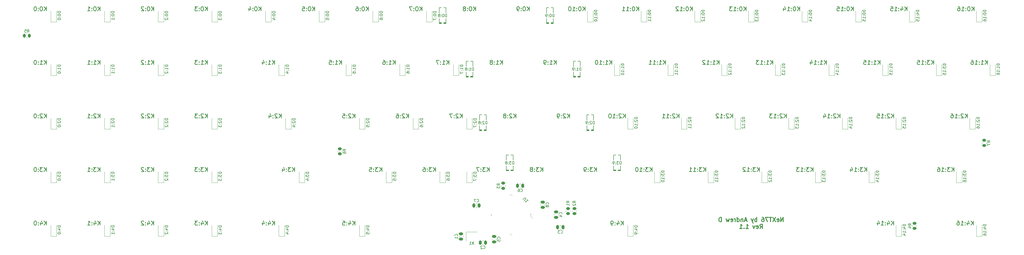
<source format=gbo>
G04 #@! TF.GenerationSoftware,KiCad,Pcbnew,(6.0.0)*
G04 #@! TF.CreationDate,2022-03-08T15:03:57-05:00*
G04 #@! TF.ProjectId,next,6e657874-2e6b-4696-9361-645f70636258,rev?*
G04 #@! TF.SameCoordinates,Original*
G04 #@! TF.FileFunction,Legend,Bot*
G04 #@! TF.FilePolarity,Positive*
%FSLAX46Y46*%
G04 Gerber Fmt 4.6, Leading zero omitted, Abs format (unit mm)*
G04 Created by KiCad (PCBNEW (6.0.0)) date 2022-03-08 15:03:57*
%MOMM*%
%LPD*%
G01*
G04 APERTURE LIST*
G04 Aperture macros list*
%AMRoundRect*
0 Rectangle with rounded corners*
0 $1 Rounding radius*
0 $2 $3 $4 $5 $6 $7 $8 $9 X,Y pos of 4 corners*
0 Add a 4 corners polygon primitive as box body*
4,1,4,$2,$3,$4,$5,$6,$7,$8,$9,$2,$3,0*
0 Add four circle primitives for the rounded corners*
1,1,$1+$1,$2,$3*
1,1,$1+$1,$4,$5*
1,1,$1+$1,$6,$7*
1,1,$1+$1,$8,$9*
0 Add four rect primitives between the rounded corners*
20,1,$1+$1,$2,$3,$4,$5,0*
20,1,$1+$1,$4,$5,$6,$7,0*
20,1,$1+$1,$6,$7,$8,$9,0*
20,1,$1+$1,$8,$9,$2,$3,0*%
G04 Aperture macros list end*
%ADD10C,0.300000*%
%ADD11C,0.250000*%
%ADD12C,0.150000*%
%ADD13C,0.120000*%
%ADD14C,0.200000*%
%ADD15C,2.300000*%
%ADD16R,1.800000X1.800000*%
%ADD17C,1.800000*%
%ADD18R,1.200000X0.900000*%
%ADD19O,1.500000X4.000000*%
%ADD20R,0.500000X1.400000*%
%ADD21RoundRect,0.250000X-0.250000X-0.475000X0.250000X-0.475000X0.250000X0.475000X-0.250000X0.475000X0*%
%ADD22RoundRect,0.250000X0.262500X0.450000X-0.262500X0.450000X-0.262500X-0.450000X0.262500X-0.450000X0*%
%ADD23RoundRect,0.250000X0.450000X-0.262500X0.450000X0.262500X-0.450000X0.262500X-0.450000X-0.262500X0*%
%ADD24R,1.600000X1.600000*%
%ADD25C,1.600000*%
%ADD26RoundRect,0.250000X0.475000X-0.250000X0.475000X0.250000X-0.475000X0.250000X-0.475000X-0.250000X0*%
%ADD27RoundRect,0.250000X0.250000X0.475000X-0.250000X0.475000X-0.250000X-0.475000X0.250000X-0.475000X0*%
%ADD28RoundRect,0.250000X-0.450000X0.262500X-0.450000X-0.262500X0.450000X-0.262500X0.450000X0.262500X0*%
%ADD29R,1.400000X1.200000*%
%ADD30RoundRect,0.250000X-0.475000X0.250000X-0.475000X-0.250000X0.475000X-0.250000X0.475000X0.250000X0*%
%ADD31RoundRect,0.137500X0.521491X-0.327037X-0.327037X0.521491X-0.521491X0.327037X0.327037X-0.521491X0*%
%ADD32RoundRect,0.137500X0.521491X0.327037X0.327037X0.521491X-0.521491X-0.327037X-0.327037X-0.521491X0*%
%ADD33C,2.000000*%
G04 APERTURE END LIST*
D10*
X301905357Y-113771071D02*
X301905357Y-112271071D01*
X301048214Y-113771071D01*
X301048214Y-112271071D01*
X299762500Y-113699642D02*
X299905357Y-113771071D01*
X300191071Y-113771071D01*
X300333928Y-113699642D01*
X300405357Y-113556785D01*
X300405357Y-112985357D01*
X300333928Y-112842500D01*
X300191071Y-112771071D01*
X299905357Y-112771071D01*
X299762500Y-112842500D01*
X299691071Y-112985357D01*
X299691071Y-113128214D01*
X300405357Y-113271071D01*
X299191071Y-112271071D02*
X298191071Y-113771071D01*
X298191071Y-112271071D02*
X299191071Y-113771071D01*
X297833928Y-112271071D02*
X296976785Y-112271071D01*
X297405357Y-113771071D02*
X297405357Y-112271071D01*
X296619642Y-112271071D02*
X295619642Y-112271071D01*
X296262500Y-113771071D01*
X294405357Y-112271071D02*
X294691071Y-112271071D01*
X294833928Y-112342500D01*
X294905357Y-112413928D01*
X295048214Y-112628214D01*
X295119642Y-112913928D01*
X295119642Y-113485357D01*
X295048214Y-113628214D01*
X294976785Y-113699642D01*
X294833928Y-113771071D01*
X294548214Y-113771071D01*
X294405357Y-113699642D01*
X294333928Y-113628214D01*
X294262500Y-113485357D01*
X294262500Y-113128214D01*
X294333928Y-112985357D01*
X294405357Y-112913928D01*
X294548214Y-112842500D01*
X294833928Y-112842500D01*
X294976785Y-112913928D01*
X295048214Y-112985357D01*
X295119642Y-113128214D01*
X292476785Y-113771071D02*
X292476785Y-112271071D01*
X292476785Y-112842500D02*
X292333928Y-112771071D01*
X292048214Y-112771071D01*
X291905357Y-112842500D01*
X291833928Y-112913928D01*
X291762500Y-113056785D01*
X291762500Y-113485357D01*
X291833928Y-113628214D01*
X291905357Y-113699642D01*
X292048214Y-113771071D01*
X292333928Y-113771071D01*
X292476785Y-113699642D01*
X291262500Y-112771071D02*
X290905357Y-113771071D01*
X290548214Y-112771071D02*
X290905357Y-113771071D01*
X291048214Y-114128214D01*
X291119642Y-114199642D01*
X291262500Y-114271071D01*
X288905357Y-113342500D02*
X288191071Y-113342500D01*
X289048214Y-113771071D02*
X288548214Y-112271071D01*
X288048214Y-113771071D01*
X287548214Y-112771071D02*
X287548214Y-113771071D01*
X287548214Y-112913928D02*
X287476785Y-112842500D01*
X287333928Y-112771071D01*
X287119642Y-112771071D01*
X286976785Y-112842500D01*
X286905357Y-112985357D01*
X286905357Y-113771071D01*
X285548214Y-113771071D02*
X285548214Y-112271071D01*
X285548214Y-113699642D02*
X285691071Y-113771071D01*
X285976785Y-113771071D01*
X286119642Y-113699642D01*
X286191071Y-113628214D01*
X286262500Y-113485357D01*
X286262500Y-113056785D01*
X286191071Y-112913928D01*
X286119642Y-112842500D01*
X285976785Y-112771071D01*
X285691071Y-112771071D01*
X285548214Y-112842500D01*
X284833928Y-113771071D02*
X284833928Y-112771071D01*
X284833928Y-113056785D02*
X284762500Y-112913928D01*
X284691071Y-112842500D01*
X284548214Y-112771071D01*
X284405357Y-112771071D01*
X283333928Y-113699642D02*
X283476785Y-113771071D01*
X283762500Y-113771071D01*
X283905357Y-113699642D01*
X283976785Y-113556785D01*
X283976785Y-112985357D01*
X283905357Y-112842500D01*
X283762500Y-112771071D01*
X283476785Y-112771071D01*
X283333928Y-112842500D01*
X283262500Y-112985357D01*
X283262500Y-113128214D01*
X283976785Y-113271071D01*
X282762500Y-112771071D02*
X282476785Y-113771071D01*
X282191071Y-113056785D01*
X281905357Y-113771071D01*
X281619642Y-112771071D01*
X279905357Y-113771071D02*
X279905357Y-112271071D01*
X279548214Y-112271071D01*
X279333928Y-112342500D01*
X279191071Y-112485357D01*
X279119642Y-112628214D01*
X279048214Y-112913928D01*
X279048214Y-113128214D01*
X279119642Y-113413928D01*
X279191071Y-113556785D01*
X279333928Y-113699642D01*
X279548214Y-113771071D01*
X279905357Y-113771071D01*
X293619642Y-116186071D02*
X294119642Y-115471785D01*
X294476785Y-116186071D02*
X294476785Y-114686071D01*
X293905357Y-114686071D01*
X293762500Y-114757500D01*
X293691071Y-114828928D01*
X293619642Y-114971785D01*
X293619642Y-115186071D01*
X293691071Y-115328928D01*
X293762500Y-115400357D01*
X293905357Y-115471785D01*
X294476785Y-115471785D01*
X292405357Y-116114642D02*
X292548214Y-116186071D01*
X292833928Y-116186071D01*
X292976785Y-116114642D01*
X293048214Y-115971785D01*
X293048214Y-115400357D01*
X292976785Y-115257500D01*
X292833928Y-115186071D01*
X292548214Y-115186071D01*
X292405357Y-115257500D01*
X292333928Y-115400357D01*
X292333928Y-115543214D01*
X293048214Y-115686071D01*
X291833928Y-115186071D02*
X291476785Y-116186071D01*
X291119642Y-115186071D01*
X288619642Y-116186071D02*
X289476785Y-116186071D01*
X289048214Y-116186071D02*
X289048214Y-114686071D01*
X289191071Y-114900357D01*
X289333928Y-115043214D01*
X289476785Y-115114642D01*
X287976785Y-116043214D02*
X287905357Y-116114642D01*
X287976785Y-116186071D01*
X288048214Y-116114642D01*
X287976785Y-116043214D01*
X287976785Y-116186071D01*
X286476785Y-116186071D02*
X287333928Y-116186071D01*
X286905357Y-116186071D02*
X286905357Y-114686071D01*
X287048214Y-114900357D01*
X287191071Y-115043214D01*
X287333928Y-115114642D01*
D11*
X40278571Y-38778571D02*
X40278571Y-37278571D01*
X39421428Y-38778571D02*
X40064285Y-37921428D01*
X39421428Y-37278571D02*
X40278571Y-38135714D01*
X38492857Y-37278571D02*
X38350000Y-37278571D01*
X38207142Y-37350000D01*
X38135714Y-37421428D01*
X38064285Y-37564285D01*
X37992857Y-37850000D01*
X37992857Y-38207142D01*
X38064285Y-38492857D01*
X38135714Y-38635714D01*
X38207142Y-38707142D01*
X38350000Y-38778571D01*
X38492857Y-38778571D01*
X38635714Y-38707142D01*
X38707142Y-38635714D01*
X38778571Y-38492857D01*
X38850000Y-38207142D01*
X38850000Y-37850000D01*
X38778571Y-37564285D01*
X38707142Y-37421428D01*
X38635714Y-37350000D01*
X38492857Y-37278571D01*
X37350000Y-38635714D02*
X37278571Y-38707142D01*
X37350000Y-38778571D01*
X37421428Y-38707142D01*
X37350000Y-38635714D01*
X37350000Y-38778571D01*
X37350000Y-37850000D02*
X37278571Y-37921428D01*
X37350000Y-37992857D01*
X37421428Y-37921428D01*
X37350000Y-37850000D01*
X37350000Y-37992857D01*
X36350000Y-37278571D02*
X36207142Y-37278571D01*
X36064285Y-37350000D01*
X35992857Y-37421428D01*
X35921428Y-37564285D01*
X35850000Y-37850000D01*
X35850000Y-38207142D01*
X35921428Y-38492857D01*
X35992857Y-38635714D01*
X36064285Y-38707142D01*
X36207142Y-38778571D01*
X36350000Y-38778571D01*
X36492857Y-38707142D01*
X36564285Y-38635714D01*
X36635714Y-38492857D01*
X36707142Y-38207142D01*
X36707142Y-37850000D01*
X36635714Y-37564285D01*
X36564285Y-37421428D01*
X36492857Y-37350000D01*
X36350000Y-37278571D01*
X40278571Y-57828571D02*
X40278571Y-56328571D01*
X39421428Y-57828571D02*
X40064285Y-56971428D01*
X39421428Y-56328571D02*
X40278571Y-57185714D01*
X37992857Y-57828571D02*
X38850000Y-57828571D01*
X38421428Y-57828571D02*
X38421428Y-56328571D01*
X38564285Y-56542857D01*
X38707142Y-56685714D01*
X38850000Y-56757142D01*
X37350000Y-57685714D02*
X37278571Y-57757142D01*
X37350000Y-57828571D01*
X37421428Y-57757142D01*
X37350000Y-57685714D01*
X37350000Y-57828571D01*
X37350000Y-56900000D02*
X37278571Y-56971428D01*
X37350000Y-57042857D01*
X37421428Y-56971428D01*
X37350000Y-56900000D01*
X37350000Y-57042857D01*
X36350000Y-56328571D02*
X36207142Y-56328571D01*
X36064285Y-56400000D01*
X35992857Y-56471428D01*
X35921428Y-56614285D01*
X35850000Y-56900000D01*
X35850000Y-57257142D01*
X35921428Y-57542857D01*
X35992857Y-57685714D01*
X36064285Y-57757142D01*
X36207142Y-57828571D01*
X36350000Y-57828571D01*
X36492857Y-57757142D01*
X36564285Y-57685714D01*
X36635714Y-57542857D01*
X36707142Y-57257142D01*
X36707142Y-56900000D01*
X36635714Y-56614285D01*
X36564285Y-56471428D01*
X36492857Y-56400000D01*
X36350000Y-56328571D01*
X40278571Y-76878571D02*
X40278571Y-75378571D01*
X39421428Y-76878571D02*
X40064285Y-76021428D01*
X39421428Y-75378571D02*
X40278571Y-76235714D01*
X38850000Y-75521428D02*
X38778571Y-75450000D01*
X38635714Y-75378571D01*
X38278571Y-75378571D01*
X38135714Y-75450000D01*
X38064285Y-75521428D01*
X37992857Y-75664285D01*
X37992857Y-75807142D01*
X38064285Y-76021428D01*
X38921428Y-76878571D01*
X37992857Y-76878571D01*
X37350000Y-76735714D02*
X37278571Y-76807142D01*
X37350000Y-76878571D01*
X37421428Y-76807142D01*
X37350000Y-76735714D01*
X37350000Y-76878571D01*
X37350000Y-75950000D02*
X37278571Y-76021428D01*
X37350000Y-76092857D01*
X37421428Y-76021428D01*
X37350000Y-75950000D01*
X37350000Y-76092857D01*
X36350000Y-75378571D02*
X36207142Y-75378571D01*
X36064285Y-75450000D01*
X35992857Y-75521428D01*
X35921428Y-75664285D01*
X35850000Y-75950000D01*
X35850000Y-76307142D01*
X35921428Y-76592857D01*
X35992857Y-76735714D01*
X36064285Y-76807142D01*
X36207142Y-76878571D01*
X36350000Y-76878571D01*
X36492857Y-76807142D01*
X36564285Y-76735714D01*
X36635714Y-76592857D01*
X36707142Y-76307142D01*
X36707142Y-75950000D01*
X36635714Y-75664285D01*
X36564285Y-75521428D01*
X36492857Y-75450000D01*
X36350000Y-75378571D01*
X40278571Y-95928571D02*
X40278571Y-94428571D01*
X39421428Y-95928571D02*
X40064285Y-95071428D01*
X39421428Y-94428571D02*
X40278571Y-95285714D01*
X38921428Y-94428571D02*
X37992857Y-94428571D01*
X38492857Y-95000000D01*
X38278571Y-95000000D01*
X38135714Y-95071428D01*
X38064285Y-95142857D01*
X37992857Y-95285714D01*
X37992857Y-95642857D01*
X38064285Y-95785714D01*
X38135714Y-95857142D01*
X38278571Y-95928571D01*
X38707142Y-95928571D01*
X38850000Y-95857142D01*
X38921428Y-95785714D01*
X37350000Y-95785714D02*
X37278571Y-95857142D01*
X37350000Y-95928571D01*
X37421428Y-95857142D01*
X37350000Y-95785714D01*
X37350000Y-95928571D01*
X37350000Y-95000000D02*
X37278571Y-95071428D01*
X37350000Y-95142857D01*
X37421428Y-95071428D01*
X37350000Y-95000000D01*
X37350000Y-95142857D01*
X36350000Y-94428571D02*
X36207142Y-94428571D01*
X36064285Y-94500000D01*
X35992857Y-94571428D01*
X35921428Y-94714285D01*
X35850000Y-95000000D01*
X35850000Y-95357142D01*
X35921428Y-95642857D01*
X35992857Y-95785714D01*
X36064285Y-95857142D01*
X36207142Y-95928571D01*
X36350000Y-95928571D01*
X36492857Y-95857142D01*
X36564285Y-95785714D01*
X36635714Y-95642857D01*
X36707142Y-95357142D01*
X36707142Y-95000000D01*
X36635714Y-94714285D01*
X36564285Y-94571428D01*
X36492857Y-94500000D01*
X36350000Y-94428571D01*
X40278571Y-114978571D02*
X40278571Y-113478571D01*
X39421428Y-114978571D02*
X40064285Y-114121428D01*
X39421428Y-113478571D02*
X40278571Y-114335714D01*
X38135714Y-113978571D02*
X38135714Y-114978571D01*
X38492857Y-113407142D02*
X38850000Y-114478571D01*
X37921428Y-114478571D01*
X37350000Y-114835714D02*
X37278571Y-114907142D01*
X37350000Y-114978571D01*
X37421428Y-114907142D01*
X37350000Y-114835714D01*
X37350000Y-114978571D01*
X37350000Y-114050000D02*
X37278571Y-114121428D01*
X37350000Y-114192857D01*
X37421428Y-114121428D01*
X37350000Y-114050000D01*
X37350000Y-114192857D01*
X36350000Y-113478571D02*
X36207142Y-113478571D01*
X36064285Y-113550000D01*
X35992857Y-113621428D01*
X35921428Y-113764285D01*
X35850000Y-114050000D01*
X35850000Y-114407142D01*
X35921428Y-114692857D01*
X35992857Y-114835714D01*
X36064285Y-114907142D01*
X36207142Y-114978571D01*
X36350000Y-114978571D01*
X36492857Y-114907142D01*
X36564285Y-114835714D01*
X36635714Y-114692857D01*
X36707142Y-114407142D01*
X36707142Y-114050000D01*
X36635714Y-113764285D01*
X36564285Y-113621428D01*
X36492857Y-113550000D01*
X36350000Y-113478571D01*
X78378571Y-38778571D02*
X78378571Y-37278571D01*
X77521428Y-38778571D02*
X78164285Y-37921428D01*
X77521428Y-37278571D02*
X78378571Y-38135714D01*
X76592857Y-37278571D02*
X76450000Y-37278571D01*
X76307142Y-37350000D01*
X76235714Y-37421428D01*
X76164285Y-37564285D01*
X76092857Y-37850000D01*
X76092857Y-38207142D01*
X76164285Y-38492857D01*
X76235714Y-38635714D01*
X76307142Y-38707142D01*
X76450000Y-38778571D01*
X76592857Y-38778571D01*
X76735714Y-38707142D01*
X76807142Y-38635714D01*
X76878571Y-38492857D01*
X76950000Y-38207142D01*
X76950000Y-37850000D01*
X76878571Y-37564285D01*
X76807142Y-37421428D01*
X76735714Y-37350000D01*
X76592857Y-37278571D01*
X75450000Y-38635714D02*
X75378571Y-38707142D01*
X75450000Y-38778571D01*
X75521428Y-38707142D01*
X75450000Y-38635714D01*
X75450000Y-38778571D01*
X75450000Y-37850000D02*
X75378571Y-37921428D01*
X75450000Y-37992857D01*
X75521428Y-37921428D01*
X75450000Y-37850000D01*
X75450000Y-37992857D01*
X74807142Y-37421428D02*
X74735714Y-37350000D01*
X74592857Y-37278571D01*
X74235714Y-37278571D01*
X74092857Y-37350000D01*
X74021428Y-37421428D01*
X73950000Y-37564285D01*
X73950000Y-37707142D01*
X74021428Y-37921428D01*
X74878571Y-38778571D01*
X73950000Y-38778571D01*
X78378571Y-57828571D02*
X78378571Y-56328571D01*
X77521428Y-57828571D02*
X78164285Y-56971428D01*
X77521428Y-56328571D02*
X78378571Y-57185714D01*
X76092857Y-57828571D02*
X76950000Y-57828571D01*
X76521428Y-57828571D02*
X76521428Y-56328571D01*
X76664285Y-56542857D01*
X76807142Y-56685714D01*
X76950000Y-56757142D01*
X75450000Y-57685714D02*
X75378571Y-57757142D01*
X75450000Y-57828571D01*
X75521428Y-57757142D01*
X75450000Y-57685714D01*
X75450000Y-57828571D01*
X75450000Y-56900000D02*
X75378571Y-56971428D01*
X75450000Y-57042857D01*
X75521428Y-56971428D01*
X75450000Y-56900000D01*
X75450000Y-57042857D01*
X74807142Y-56471428D02*
X74735714Y-56400000D01*
X74592857Y-56328571D01*
X74235714Y-56328571D01*
X74092857Y-56400000D01*
X74021428Y-56471428D01*
X73950000Y-56614285D01*
X73950000Y-56757142D01*
X74021428Y-56971428D01*
X74878571Y-57828571D01*
X73950000Y-57828571D01*
X78378571Y-76878571D02*
X78378571Y-75378571D01*
X77521428Y-76878571D02*
X78164285Y-76021428D01*
X77521428Y-75378571D02*
X78378571Y-76235714D01*
X76950000Y-75521428D02*
X76878571Y-75450000D01*
X76735714Y-75378571D01*
X76378571Y-75378571D01*
X76235714Y-75450000D01*
X76164285Y-75521428D01*
X76092857Y-75664285D01*
X76092857Y-75807142D01*
X76164285Y-76021428D01*
X77021428Y-76878571D01*
X76092857Y-76878571D01*
X75450000Y-76735714D02*
X75378571Y-76807142D01*
X75450000Y-76878571D01*
X75521428Y-76807142D01*
X75450000Y-76735714D01*
X75450000Y-76878571D01*
X75450000Y-75950000D02*
X75378571Y-76021428D01*
X75450000Y-76092857D01*
X75521428Y-76021428D01*
X75450000Y-75950000D01*
X75450000Y-76092857D01*
X74807142Y-75521428D02*
X74735714Y-75450000D01*
X74592857Y-75378571D01*
X74235714Y-75378571D01*
X74092857Y-75450000D01*
X74021428Y-75521428D01*
X73950000Y-75664285D01*
X73950000Y-75807142D01*
X74021428Y-76021428D01*
X74878571Y-76878571D01*
X73950000Y-76878571D01*
X78378571Y-95928571D02*
X78378571Y-94428571D01*
X77521428Y-95928571D02*
X78164285Y-95071428D01*
X77521428Y-94428571D02*
X78378571Y-95285714D01*
X77021428Y-94428571D02*
X76092857Y-94428571D01*
X76592857Y-95000000D01*
X76378571Y-95000000D01*
X76235714Y-95071428D01*
X76164285Y-95142857D01*
X76092857Y-95285714D01*
X76092857Y-95642857D01*
X76164285Y-95785714D01*
X76235714Y-95857142D01*
X76378571Y-95928571D01*
X76807142Y-95928571D01*
X76950000Y-95857142D01*
X77021428Y-95785714D01*
X75450000Y-95785714D02*
X75378571Y-95857142D01*
X75450000Y-95928571D01*
X75521428Y-95857142D01*
X75450000Y-95785714D01*
X75450000Y-95928571D01*
X75450000Y-95000000D02*
X75378571Y-95071428D01*
X75450000Y-95142857D01*
X75521428Y-95071428D01*
X75450000Y-95000000D01*
X75450000Y-95142857D01*
X74807142Y-94571428D02*
X74735714Y-94500000D01*
X74592857Y-94428571D01*
X74235714Y-94428571D01*
X74092857Y-94500000D01*
X74021428Y-94571428D01*
X73950000Y-94714285D01*
X73950000Y-94857142D01*
X74021428Y-95071428D01*
X74878571Y-95928571D01*
X73950000Y-95928571D01*
X78378571Y-114978571D02*
X78378571Y-113478571D01*
X77521428Y-114978571D02*
X78164285Y-114121428D01*
X77521428Y-113478571D02*
X78378571Y-114335714D01*
X76235714Y-113978571D02*
X76235714Y-114978571D01*
X76592857Y-113407142D02*
X76950000Y-114478571D01*
X76021428Y-114478571D01*
X75450000Y-114835714D02*
X75378571Y-114907142D01*
X75450000Y-114978571D01*
X75521428Y-114907142D01*
X75450000Y-114835714D01*
X75450000Y-114978571D01*
X75450000Y-114050000D02*
X75378571Y-114121428D01*
X75450000Y-114192857D01*
X75521428Y-114121428D01*
X75450000Y-114050000D01*
X75450000Y-114192857D01*
X74807142Y-113621428D02*
X74735714Y-113550000D01*
X74592857Y-113478571D01*
X74235714Y-113478571D01*
X74092857Y-113550000D01*
X74021428Y-113621428D01*
X73950000Y-113764285D01*
X73950000Y-113907142D01*
X74021428Y-114121428D01*
X74878571Y-114978571D01*
X73950000Y-114978571D01*
X97428571Y-38778571D02*
X97428571Y-37278571D01*
X96571428Y-38778571D02*
X97214285Y-37921428D01*
X96571428Y-37278571D02*
X97428571Y-38135714D01*
X95642857Y-37278571D02*
X95500000Y-37278571D01*
X95357142Y-37350000D01*
X95285714Y-37421428D01*
X95214285Y-37564285D01*
X95142857Y-37850000D01*
X95142857Y-38207142D01*
X95214285Y-38492857D01*
X95285714Y-38635714D01*
X95357142Y-38707142D01*
X95500000Y-38778571D01*
X95642857Y-38778571D01*
X95785714Y-38707142D01*
X95857142Y-38635714D01*
X95928571Y-38492857D01*
X96000000Y-38207142D01*
X96000000Y-37850000D01*
X95928571Y-37564285D01*
X95857142Y-37421428D01*
X95785714Y-37350000D01*
X95642857Y-37278571D01*
X94500000Y-38635714D02*
X94428571Y-38707142D01*
X94500000Y-38778571D01*
X94571428Y-38707142D01*
X94500000Y-38635714D01*
X94500000Y-38778571D01*
X94500000Y-37850000D02*
X94428571Y-37921428D01*
X94500000Y-37992857D01*
X94571428Y-37921428D01*
X94500000Y-37850000D01*
X94500000Y-37992857D01*
X93928571Y-37278571D02*
X93000000Y-37278571D01*
X93500000Y-37850000D01*
X93285714Y-37850000D01*
X93142857Y-37921428D01*
X93071428Y-37992857D01*
X93000000Y-38135714D01*
X93000000Y-38492857D01*
X93071428Y-38635714D01*
X93142857Y-38707142D01*
X93285714Y-38778571D01*
X93714285Y-38778571D01*
X93857142Y-38707142D01*
X93928571Y-38635714D01*
X97428571Y-57828571D02*
X97428571Y-56328571D01*
X96571428Y-57828571D02*
X97214285Y-56971428D01*
X96571428Y-56328571D02*
X97428571Y-57185714D01*
X95142857Y-57828571D02*
X96000000Y-57828571D01*
X95571428Y-57828571D02*
X95571428Y-56328571D01*
X95714285Y-56542857D01*
X95857142Y-56685714D01*
X96000000Y-56757142D01*
X94500000Y-57685714D02*
X94428571Y-57757142D01*
X94500000Y-57828571D01*
X94571428Y-57757142D01*
X94500000Y-57685714D01*
X94500000Y-57828571D01*
X94500000Y-56900000D02*
X94428571Y-56971428D01*
X94500000Y-57042857D01*
X94571428Y-56971428D01*
X94500000Y-56900000D01*
X94500000Y-57042857D01*
X93928571Y-56328571D02*
X93000000Y-56328571D01*
X93500000Y-56900000D01*
X93285714Y-56900000D01*
X93142857Y-56971428D01*
X93071428Y-57042857D01*
X93000000Y-57185714D01*
X93000000Y-57542857D01*
X93071428Y-57685714D01*
X93142857Y-57757142D01*
X93285714Y-57828571D01*
X93714285Y-57828571D01*
X93857142Y-57757142D01*
X93928571Y-57685714D01*
X97428571Y-76878571D02*
X97428571Y-75378571D01*
X96571428Y-76878571D02*
X97214285Y-76021428D01*
X96571428Y-75378571D02*
X97428571Y-76235714D01*
X96000000Y-75521428D02*
X95928571Y-75450000D01*
X95785714Y-75378571D01*
X95428571Y-75378571D01*
X95285714Y-75450000D01*
X95214285Y-75521428D01*
X95142857Y-75664285D01*
X95142857Y-75807142D01*
X95214285Y-76021428D01*
X96071428Y-76878571D01*
X95142857Y-76878571D01*
X94500000Y-76735714D02*
X94428571Y-76807142D01*
X94500000Y-76878571D01*
X94571428Y-76807142D01*
X94500000Y-76735714D01*
X94500000Y-76878571D01*
X94500000Y-75950000D02*
X94428571Y-76021428D01*
X94500000Y-76092857D01*
X94571428Y-76021428D01*
X94500000Y-75950000D01*
X94500000Y-76092857D01*
X93928571Y-75378571D02*
X93000000Y-75378571D01*
X93500000Y-75950000D01*
X93285714Y-75950000D01*
X93142857Y-76021428D01*
X93071428Y-76092857D01*
X93000000Y-76235714D01*
X93000000Y-76592857D01*
X93071428Y-76735714D01*
X93142857Y-76807142D01*
X93285714Y-76878571D01*
X93714285Y-76878571D01*
X93857142Y-76807142D01*
X93928571Y-76735714D01*
X97428571Y-95928571D02*
X97428571Y-94428571D01*
X96571428Y-95928571D02*
X97214285Y-95071428D01*
X96571428Y-94428571D02*
X97428571Y-95285714D01*
X96071428Y-94428571D02*
X95142857Y-94428571D01*
X95642857Y-95000000D01*
X95428571Y-95000000D01*
X95285714Y-95071428D01*
X95214285Y-95142857D01*
X95142857Y-95285714D01*
X95142857Y-95642857D01*
X95214285Y-95785714D01*
X95285714Y-95857142D01*
X95428571Y-95928571D01*
X95857142Y-95928571D01*
X96000000Y-95857142D01*
X96071428Y-95785714D01*
X94500000Y-95785714D02*
X94428571Y-95857142D01*
X94500000Y-95928571D01*
X94571428Y-95857142D01*
X94500000Y-95785714D01*
X94500000Y-95928571D01*
X94500000Y-95000000D02*
X94428571Y-95071428D01*
X94500000Y-95142857D01*
X94571428Y-95071428D01*
X94500000Y-95000000D01*
X94500000Y-95142857D01*
X93928571Y-94428571D02*
X93000000Y-94428571D01*
X93500000Y-95000000D01*
X93285714Y-95000000D01*
X93142857Y-95071428D01*
X93071428Y-95142857D01*
X93000000Y-95285714D01*
X93000000Y-95642857D01*
X93071428Y-95785714D01*
X93142857Y-95857142D01*
X93285714Y-95928571D01*
X93714285Y-95928571D01*
X93857142Y-95857142D01*
X93928571Y-95785714D01*
X97428571Y-114978571D02*
X97428571Y-113478571D01*
X96571428Y-114978571D02*
X97214285Y-114121428D01*
X96571428Y-113478571D02*
X97428571Y-114335714D01*
X95285714Y-113978571D02*
X95285714Y-114978571D01*
X95642857Y-113407142D02*
X96000000Y-114478571D01*
X95071428Y-114478571D01*
X94500000Y-114835714D02*
X94428571Y-114907142D01*
X94500000Y-114978571D01*
X94571428Y-114907142D01*
X94500000Y-114835714D01*
X94500000Y-114978571D01*
X94500000Y-114050000D02*
X94428571Y-114121428D01*
X94500000Y-114192857D01*
X94571428Y-114121428D01*
X94500000Y-114050000D01*
X94500000Y-114192857D01*
X93928571Y-113478571D02*
X93000000Y-113478571D01*
X93500000Y-114050000D01*
X93285714Y-114050000D01*
X93142857Y-114121428D01*
X93071428Y-114192857D01*
X93000000Y-114335714D01*
X93000000Y-114692857D01*
X93071428Y-114835714D01*
X93142857Y-114907142D01*
X93285714Y-114978571D01*
X93714285Y-114978571D01*
X93857142Y-114907142D01*
X93928571Y-114835714D01*
X116478571Y-38778571D02*
X116478571Y-37278571D01*
X115621428Y-38778571D02*
X116264285Y-37921428D01*
X115621428Y-37278571D02*
X116478571Y-38135714D01*
X114692857Y-37278571D02*
X114550000Y-37278571D01*
X114407142Y-37350000D01*
X114335714Y-37421428D01*
X114264285Y-37564285D01*
X114192857Y-37850000D01*
X114192857Y-38207142D01*
X114264285Y-38492857D01*
X114335714Y-38635714D01*
X114407142Y-38707142D01*
X114550000Y-38778571D01*
X114692857Y-38778571D01*
X114835714Y-38707142D01*
X114907142Y-38635714D01*
X114978571Y-38492857D01*
X115050000Y-38207142D01*
X115050000Y-37850000D01*
X114978571Y-37564285D01*
X114907142Y-37421428D01*
X114835714Y-37350000D01*
X114692857Y-37278571D01*
X113550000Y-38635714D02*
X113478571Y-38707142D01*
X113550000Y-38778571D01*
X113621428Y-38707142D01*
X113550000Y-38635714D01*
X113550000Y-38778571D01*
X113550000Y-37850000D02*
X113478571Y-37921428D01*
X113550000Y-37992857D01*
X113621428Y-37921428D01*
X113550000Y-37850000D01*
X113550000Y-37992857D01*
X112192857Y-37778571D02*
X112192857Y-38778571D01*
X112550000Y-37207142D02*
X112907142Y-38278571D01*
X111978571Y-38278571D01*
X121241071Y-57828571D02*
X121241071Y-56328571D01*
X120383928Y-57828571D02*
X121026785Y-56971428D01*
X120383928Y-56328571D02*
X121241071Y-57185714D01*
X118955357Y-57828571D02*
X119812500Y-57828571D01*
X119383928Y-57828571D02*
X119383928Y-56328571D01*
X119526785Y-56542857D01*
X119669642Y-56685714D01*
X119812500Y-56757142D01*
X118312500Y-57685714D02*
X118241071Y-57757142D01*
X118312500Y-57828571D01*
X118383928Y-57757142D01*
X118312500Y-57685714D01*
X118312500Y-57828571D01*
X118312500Y-56900000D02*
X118241071Y-56971428D01*
X118312500Y-57042857D01*
X118383928Y-56971428D01*
X118312500Y-56900000D01*
X118312500Y-57042857D01*
X116955357Y-56828571D02*
X116955357Y-57828571D01*
X117312500Y-56257142D02*
X117669642Y-57328571D01*
X116741071Y-57328571D01*
X123622321Y-76878571D02*
X123622321Y-75378571D01*
X122765178Y-76878571D02*
X123408035Y-76021428D01*
X122765178Y-75378571D02*
X123622321Y-76235714D01*
X122193750Y-75521428D02*
X122122321Y-75450000D01*
X121979464Y-75378571D01*
X121622321Y-75378571D01*
X121479464Y-75450000D01*
X121408035Y-75521428D01*
X121336607Y-75664285D01*
X121336607Y-75807142D01*
X121408035Y-76021428D01*
X122265178Y-76878571D01*
X121336607Y-76878571D01*
X120693750Y-76735714D02*
X120622321Y-76807142D01*
X120693750Y-76878571D01*
X120765178Y-76807142D01*
X120693750Y-76735714D01*
X120693750Y-76878571D01*
X120693750Y-75950000D02*
X120622321Y-76021428D01*
X120693750Y-76092857D01*
X120765178Y-76021428D01*
X120693750Y-75950000D01*
X120693750Y-76092857D01*
X119336607Y-75878571D02*
X119336607Y-76878571D01*
X119693750Y-75307142D02*
X120050892Y-76378571D01*
X119122321Y-76378571D01*
X128384821Y-95928571D02*
X128384821Y-94428571D01*
X127527678Y-95928571D02*
X128170535Y-95071428D01*
X127527678Y-94428571D02*
X128384821Y-95285714D01*
X127027678Y-94428571D02*
X126099107Y-94428571D01*
X126599107Y-95000000D01*
X126384821Y-95000000D01*
X126241964Y-95071428D01*
X126170535Y-95142857D01*
X126099107Y-95285714D01*
X126099107Y-95642857D01*
X126170535Y-95785714D01*
X126241964Y-95857142D01*
X126384821Y-95928571D01*
X126813392Y-95928571D01*
X126956250Y-95857142D01*
X127027678Y-95785714D01*
X125456250Y-95785714D02*
X125384821Y-95857142D01*
X125456250Y-95928571D01*
X125527678Y-95857142D01*
X125456250Y-95785714D01*
X125456250Y-95928571D01*
X125456250Y-95000000D02*
X125384821Y-95071428D01*
X125456250Y-95142857D01*
X125527678Y-95071428D01*
X125456250Y-95000000D01*
X125456250Y-95142857D01*
X124099107Y-94928571D02*
X124099107Y-95928571D01*
X124456250Y-94357142D02*
X124813392Y-95428571D01*
X123884821Y-95428571D01*
X121241071Y-114978571D02*
X121241071Y-113478571D01*
X120383928Y-114978571D02*
X121026785Y-114121428D01*
X120383928Y-113478571D02*
X121241071Y-114335714D01*
X119098214Y-113978571D02*
X119098214Y-114978571D01*
X119455357Y-113407142D02*
X119812500Y-114478571D01*
X118883928Y-114478571D01*
X118312500Y-114835714D02*
X118241071Y-114907142D01*
X118312500Y-114978571D01*
X118383928Y-114907142D01*
X118312500Y-114835714D01*
X118312500Y-114978571D01*
X118312500Y-114050000D02*
X118241071Y-114121428D01*
X118312500Y-114192857D01*
X118383928Y-114121428D01*
X118312500Y-114050000D01*
X118312500Y-114192857D01*
X116955357Y-113978571D02*
X116955357Y-114978571D01*
X117312500Y-113407142D02*
X117669642Y-114478571D01*
X116741071Y-114478571D01*
X135528571Y-38778571D02*
X135528571Y-37278571D01*
X134671428Y-38778571D02*
X135314285Y-37921428D01*
X134671428Y-37278571D02*
X135528571Y-38135714D01*
X133742857Y-37278571D02*
X133600000Y-37278571D01*
X133457142Y-37350000D01*
X133385714Y-37421428D01*
X133314285Y-37564285D01*
X133242857Y-37850000D01*
X133242857Y-38207142D01*
X133314285Y-38492857D01*
X133385714Y-38635714D01*
X133457142Y-38707142D01*
X133600000Y-38778571D01*
X133742857Y-38778571D01*
X133885714Y-38707142D01*
X133957142Y-38635714D01*
X134028571Y-38492857D01*
X134100000Y-38207142D01*
X134100000Y-37850000D01*
X134028571Y-37564285D01*
X133957142Y-37421428D01*
X133885714Y-37350000D01*
X133742857Y-37278571D01*
X132600000Y-38635714D02*
X132528571Y-38707142D01*
X132600000Y-38778571D01*
X132671428Y-38707142D01*
X132600000Y-38635714D01*
X132600000Y-38778571D01*
X132600000Y-37850000D02*
X132528571Y-37921428D01*
X132600000Y-37992857D01*
X132671428Y-37921428D01*
X132600000Y-37850000D01*
X132600000Y-37992857D01*
X131171428Y-37278571D02*
X131885714Y-37278571D01*
X131957142Y-37992857D01*
X131885714Y-37921428D01*
X131742857Y-37850000D01*
X131385714Y-37850000D01*
X131242857Y-37921428D01*
X131171428Y-37992857D01*
X131100000Y-38135714D01*
X131100000Y-38492857D01*
X131171428Y-38635714D01*
X131242857Y-38707142D01*
X131385714Y-38778571D01*
X131742857Y-38778571D01*
X131885714Y-38707142D01*
X131957142Y-38635714D01*
X145053571Y-57828571D02*
X145053571Y-56328571D01*
X144196428Y-57828571D02*
X144839285Y-56971428D01*
X144196428Y-56328571D02*
X145053571Y-57185714D01*
X142767857Y-57828571D02*
X143625000Y-57828571D01*
X143196428Y-57828571D02*
X143196428Y-56328571D01*
X143339285Y-56542857D01*
X143482142Y-56685714D01*
X143625000Y-56757142D01*
X142125000Y-57685714D02*
X142053571Y-57757142D01*
X142125000Y-57828571D01*
X142196428Y-57757142D01*
X142125000Y-57685714D01*
X142125000Y-57828571D01*
X142125000Y-56900000D02*
X142053571Y-56971428D01*
X142125000Y-57042857D01*
X142196428Y-56971428D01*
X142125000Y-56900000D01*
X142125000Y-57042857D01*
X140696428Y-56328571D02*
X141410714Y-56328571D01*
X141482142Y-57042857D01*
X141410714Y-56971428D01*
X141267857Y-56900000D01*
X140910714Y-56900000D01*
X140767857Y-56971428D01*
X140696428Y-57042857D01*
X140625000Y-57185714D01*
X140625000Y-57542857D01*
X140696428Y-57685714D01*
X140767857Y-57757142D01*
X140910714Y-57828571D01*
X141267857Y-57828571D01*
X141410714Y-57757142D01*
X141482142Y-57685714D01*
X149816071Y-76878571D02*
X149816071Y-75378571D01*
X148958928Y-76878571D02*
X149601785Y-76021428D01*
X148958928Y-75378571D02*
X149816071Y-76235714D01*
X148387500Y-75521428D02*
X148316071Y-75450000D01*
X148173214Y-75378571D01*
X147816071Y-75378571D01*
X147673214Y-75450000D01*
X147601785Y-75521428D01*
X147530357Y-75664285D01*
X147530357Y-75807142D01*
X147601785Y-76021428D01*
X148458928Y-76878571D01*
X147530357Y-76878571D01*
X146887500Y-76735714D02*
X146816071Y-76807142D01*
X146887500Y-76878571D01*
X146958928Y-76807142D01*
X146887500Y-76735714D01*
X146887500Y-76878571D01*
X146887500Y-75950000D02*
X146816071Y-76021428D01*
X146887500Y-76092857D01*
X146958928Y-76021428D01*
X146887500Y-75950000D01*
X146887500Y-76092857D01*
X145458928Y-75378571D02*
X146173214Y-75378571D01*
X146244642Y-76092857D01*
X146173214Y-76021428D01*
X146030357Y-75950000D01*
X145673214Y-75950000D01*
X145530357Y-76021428D01*
X145458928Y-76092857D01*
X145387500Y-76235714D01*
X145387500Y-76592857D01*
X145458928Y-76735714D01*
X145530357Y-76807142D01*
X145673214Y-76878571D01*
X146030357Y-76878571D01*
X146173214Y-76807142D01*
X146244642Y-76735714D01*
X159341071Y-95928571D02*
X159341071Y-94428571D01*
X158483928Y-95928571D02*
X159126785Y-95071428D01*
X158483928Y-94428571D02*
X159341071Y-95285714D01*
X157983928Y-94428571D02*
X157055357Y-94428571D01*
X157555357Y-95000000D01*
X157341071Y-95000000D01*
X157198214Y-95071428D01*
X157126785Y-95142857D01*
X157055357Y-95285714D01*
X157055357Y-95642857D01*
X157126785Y-95785714D01*
X157198214Y-95857142D01*
X157341071Y-95928571D01*
X157769642Y-95928571D01*
X157912500Y-95857142D01*
X157983928Y-95785714D01*
X156412500Y-95785714D02*
X156341071Y-95857142D01*
X156412500Y-95928571D01*
X156483928Y-95857142D01*
X156412500Y-95785714D01*
X156412500Y-95928571D01*
X156412500Y-95000000D02*
X156341071Y-95071428D01*
X156412500Y-95142857D01*
X156483928Y-95071428D01*
X156412500Y-95000000D01*
X156412500Y-95142857D01*
X154983928Y-94428571D02*
X155698214Y-94428571D01*
X155769642Y-95142857D01*
X155698214Y-95071428D01*
X155555357Y-95000000D01*
X155198214Y-95000000D01*
X155055357Y-95071428D01*
X154983928Y-95142857D01*
X154912500Y-95285714D01*
X154912500Y-95642857D01*
X154983928Y-95785714D01*
X155055357Y-95857142D01*
X155198214Y-95928571D01*
X155555357Y-95928571D01*
X155698214Y-95857142D01*
X155769642Y-95785714D01*
X149816071Y-114978571D02*
X149816071Y-113478571D01*
X148958928Y-114978571D02*
X149601785Y-114121428D01*
X148958928Y-113478571D02*
X149816071Y-114335714D01*
X147673214Y-113978571D02*
X147673214Y-114978571D01*
X148030357Y-113407142D02*
X148387500Y-114478571D01*
X147458928Y-114478571D01*
X146887500Y-114835714D02*
X146816071Y-114907142D01*
X146887500Y-114978571D01*
X146958928Y-114907142D01*
X146887500Y-114835714D01*
X146887500Y-114978571D01*
X146887500Y-114050000D02*
X146816071Y-114121428D01*
X146887500Y-114192857D01*
X146958928Y-114121428D01*
X146887500Y-114050000D01*
X146887500Y-114192857D01*
X145458928Y-113478571D02*
X146173214Y-113478571D01*
X146244642Y-114192857D01*
X146173214Y-114121428D01*
X146030357Y-114050000D01*
X145673214Y-114050000D01*
X145530357Y-114121428D01*
X145458928Y-114192857D01*
X145387500Y-114335714D01*
X145387500Y-114692857D01*
X145458928Y-114835714D01*
X145530357Y-114907142D01*
X145673214Y-114978571D01*
X146030357Y-114978571D01*
X146173214Y-114907142D01*
X146244642Y-114835714D01*
X154578571Y-38778571D02*
X154578571Y-37278571D01*
X153721428Y-38778571D02*
X154364285Y-37921428D01*
X153721428Y-37278571D02*
X154578571Y-38135714D01*
X152792857Y-37278571D02*
X152650000Y-37278571D01*
X152507142Y-37350000D01*
X152435714Y-37421428D01*
X152364285Y-37564285D01*
X152292857Y-37850000D01*
X152292857Y-38207142D01*
X152364285Y-38492857D01*
X152435714Y-38635714D01*
X152507142Y-38707142D01*
X152650000Y-38778571D01*
X152792857Y-38778571D01*
X152935714Y-38707142D01*
X153007142Y-38635714D01*
X153078571Y-38492857D01*
X153150000Y-38207142D01*
X153150000Y-37850000D01*
X153078571Y-37564285D01*
X153007142Y-37421428D01*
X152935714Y-37350000D01*
X152792857Y-37278571D01*
X151650000Y-38635714D02*
X151578571Y-38707142D01*
X151650000Y-38778571D01*
X151721428Y-38707142D01*
X151650000Y-38635714D01*
X151650000Y-38778571D01*
X151650000Y-37850000D02*
X151578571Y-37921428D01*
X151650000Y-37992857D01*
X151721428Y-37921428D01*
X151650000Y-37850000D01*
X151650000Y-37992857D01*
X150292857Y-37278571D02*
X150578571Y-37278571D01*
X150721428Y-37350000D01*
X150792857Y-37421428D01*
X150935714Y-37635714D01*
X151007142Y-37921428D01*
X151007142Y-38492857D01*
X150935714Y-38635714D01*
X150864285Y-38707142D01*
X150721428Y-38778571D01*
X150435714Y-38778571D01*
X150292857Y-38707142D01*
X150221428Y-38635714D01*
X150150000Y-38492857D01*
X150150000Y-38135714D01*
X150221428Y-37992857D01*
X150292857Y-37921428D01*
X150435714Y-37850000D01*
X150721428Y-37850000D01*
X150864285Y-37921428D01*
X150935714Y-37992857D01*
X151007142Y-38135714D01*
X164103571Y-57828571D02*
X164103571Y-56328571D01*
X163246428Y-57828571D02*
X163889285Y-56971428D01*
X163246428Y-56328571D02*
X164103571Y-57185714D01*
X161817857Y-57828571D02*
X162675000Y-57828571D01*
X162246428Y-57828571D02*
X162246428Y-56328571D01*
X162389285Y-56542857D01*
X162532142Y-56685714D01*
X162675000Y-56757142D01*
X161175000Y-57685714D02*
X161103571Y-57757142D01*
X161175000Y-57828571D01*
X161246428Y-57757142D01*
X161175000Y-57685714D01*
X161175000Y-57828571D01*
X161175000Y-56900000D02*
X161103571Y-56971428D01*
X161175000Y-57042857D01*
X161246428Y-56971428D01*
X161175000Y-56900000D01*
X161175000Y-57042857D01*
X159817857Y-56328571D02*
X160103571Y-56328571D01*
X160246428Y-56400000D01*
X160317857Y-56471428D01*
X160460714Y-56685714D01*
X160532142Y-56971428D01*
X160532142Y-57542857D01*
X160460714Y-57685714D01*
X160389285Y-57757142D01*
X160246428Y-57828571D01*
X159960714Y-57828571D01*
X159817857Y-57757142D01*
X159746428Y-57685714D01*
X159675000Y-57542857D01*
X159675000Y-57185714D01*
X159746428Y-57042857D01*
X159817857Y-56971428D01*
X159960714Y-56900000D01*
X160246428Y-56900000D01*
X160389285Y-56971428D01*
X160460714Y-57042857D01*
X160532142Y-57185714D01*
X168866071Y-76878571D02*
X168866071Y-75378571D01*
X168008928Y-76878571D02*
X168651785Y-76021428D01*
X168008928Y-75378571D02*
X168866071Y-76235714D01*
X167437500Y-75521428D02*
X167366071Y-75450000D01*
X167223214Y-75378571D01*
X166866071Y-75378571D01*
X166723214Y-75450000D01*
X166651785Y-75521428D01*
X166580357Y-75664285D01*
X166580357Y-75807142D01*
X166651785Y-76021428D01*
X167508928Y-76878571D01*
X166580357Y-76878571D01*
X165937500Y-76735714D02*
X165866071Y-76807142D01*
X165937500Y-76878571D01*
X166008928Y-76807142D01*
X165937500Y-76735714D01*
X165937500Y-76878571D01*
X165937500Y-75950000D02*
X165866071Y-76021428D01*
X165937500Y-76092857D01*
X166008928Y-76021428D01*
X165937500Y-75950000D01*
X165937500Y-76092857D01*
X164580357Y-75378571D02*
X164866071Y-75378571D01*
X165008928Y-75450000D01*
X165080357Y-75521428D01*
X165223214Y-75735714D01*
X165294642Y-76021428D01*
X165294642Y-76592857D01*
X165223214Y-76735714D01*
X165151785Y-76807142D01*
X165008928Y-76878571D01*
X164723214Y-76878571D01*
X164580357Y-76807142D01*
X164508928Y-76735714D01*
X164437500Y-76592857D01*
X164437500Y-76235714D01*
X164508928Y-76092857D01*
X164580357Y-76021428D01*
X164723214Y-75950000D01*
X165008928Y-75950000D01*
X165151785Y-76021428D01*
X165223214Y-76092857D01*
X165294642Y-76235714D01*
X178391071Y-95928571D02*
X178391071Y-94428571D01*
X177533928Y-95928571D02*
X178176785Y-95071428D01*
X177533928Y-94428571D02*
X178391071Y-95285714D01*
X177033928Y-94428571D02*
X176105357Y-94428571D01*
X176605357Y-95000000D01*
X176391071Y-95000000D01*
X176248214Y-95071428D01*
X176176785Y-95142857D01*
X176105357Y-95285714D01*
X176105357Y-95642857D01*
X176176785Y-95785714D01*
X176248214Y-95857142D01*
X176391071Y-95928571D01*
X176819642Y-95928571D01*
X176962500Y-95857142D01*
X177033928Y-95785714D01*
X175462500Y-95785714D02*
X175391071Y-95857142D01*
X175462500Y-95928571D01*
X175533928Y-95857142D01*
X175462500Y-95785714D01*
X175462500Y-95928571D01*
X175462500Y-95000000D02*
X175391071Y-95071428D01*
X175462500Y-95142857D01*
X175533928Y-95071428D01*
X175462500Y-95000000D01*
X175462500Y-95142857D01*
X174105357Y-94428571D02*
X174391071Y-94428571D01*
X174533928Y-94500000D01*
X174605357Y-94571428D01*
X174748214Y-94785714D01*
X174819642Y-95071428D01*
X174819642Y-95642857D01*
X174748214Y-95785714D01*
X174676785Y-95857142D01*
X174533928Y-95928571D01*
X174248214Y-95928571D01*
X174105357Y-95857142D01*
X174033928Y-95785714D01*
X173962500Y-95642857D01*
X173962500Y-95285714D01*
X174033928Y-95142857D01*
X174105357Y-95071428D01*
X174248214Y-95000000D01*
X174533928Y-95000000D01*
X174676785Y-95071428D01*
X174748214Y-95142857D01*
X174819642Y-95285714D01*
X173628571Y-38778571D02*
X173628571Y-37278571D01*
X172771428Y-38778571D02*
X173414285Y-37921428D01*
X172771428Y-37278571D02*
X173628571Y-38135714D01*
X171842857Y-37278571D02*
X171700000Y-37278571D01*
X171557142Y-37350000D01*
X171485714Y-37421428D01*
X171414285Y-37564285D01*
X171342857Y-37850000D01*
X171342857Y-38207142D01*
X171414285Y-38492857D01*
X171485714Y-38635714D01*
X171557142Y-38707142D01*
X171700000Y-38778571D01*
X171842857Y-38778571D01*
X171985714Y-38707142D01*
X172057142Y-38635714D01*
X172128571Y-38492857D01*
X172200000Y-38207142D01*
X172200000Y-37850000D01*
X172128571Y-37564285D01*
X172057142Y-37421428D01*
X171985714Y-37350000D01*
X171842857Y-37278571D01*
X170700000Y-38635714D02*
X170628571Y-38707142D01*
X170700000Y-38778571D01*
X170771428Y-38707142D01*
X170700000Y-38635714D01*
X170700000Y-38778571D01*
X170700000Y-37850000D02*
X170628571Y-37921428D01*
X170700000Y-37992857D01*
X170771428Y-37921428D01*
X170700000Y-37850000D01*
X170700000Y-37992857D01*
X170128571Y-37278571D02*
X169128571Y-37278571D01*
X169771428Y-38778571D01*
X183153571Y-57828571D02*
X183153571Y-56328571D01*
X182296428Y-57828571D02*
X182939285Y-56971428D01*
X182296428Y-56328571D02*
X183153571Y-57185714D01*
X180867857Y-57828571D02*
X181725000Y-57828571D01*
X181296428Y-57828571D02*
X181296428Y-56328571D01*
X181439285Y-56542857D01*
X181582142Y-56685714D01*
X181725000Y-56757142D01*
X180225000Y-57685714D02*
X180153571Y-57757142D01*
X180225000Y-57828571D01*
X180296428Y-57757142D01*
X180225000Y-57685714D01*
X180225000Y-57828571D01*
X180225000Y-56900000D02*
X180153571Y-56971428D01*
X180225000Y-57042857D01*
X180296428Y-56971428D01*
X180225000Y-56900000D01*
X180225000Y-57042857D01*
X179653571Y-56328571D02*
X178653571Y-56328571D01*
X179296428Y-57828571D01*
X187916071Y-76878571D02*
X187916071Y-75378571D01*
X187058928Y-76878571D02*
X187701785Y-76021428D01*
X187058928Y-75378571D02*
X187916071Y-76235714D01*
X186487500Y-75521428D02*
X186416071Y-75450000D01*
X186273214Y-75378571D01*
X185916071Y-75378571D01*
X185773214Y-75450000D01*
X185701785Y-75521428D01*
X185630357Y-75664285D01*
X185630357Y-75807142D01*
X185701785Y-76021428D01*
X186558928Y-76878571D01*
X185630357Y-76878571D01*
X184987500Y-76735714D02*
X184916071Y-76807142D01*
X184987500Y-76878571D01*
X185058928Y-76807142D01*
X184987500Y-76735714D01*
X184987500Y-76878571D01*
X184987500Y-75950000D02*
X184916071Y-76021428D01*
X184987500Y-76092857D01*
X185058928Y-76021428D01*
X184987500Y-75950000D01*
X184987500Y-76092857D01*
X184416071Y-75378571D02*
X183416071Y-75378571D01*
X184058928Y-76878571D01*
X197441071Y-95928571D02*
X197441071Y-94428571D01*
X196583928Y-95928571D02*
X197226785Y-95071428D01*
X196583928Y-94428571D02*
X197441071Y-95285714D01*
X196083928Y-94428571D02*
X195155357Y-94428571D01*
X195655357Y-95000000D01*
X195441071Y-95000000D01*
X195298214Y-95071428D01*
X195226785Y-95142857D01*
X195155357Y-95285714D01*
X195155357Y-95642857D01*
X195226785Y-95785714D01*
X195298214Y-95857142D01*
X195441071Y-95928571D01*
X195869642Y-95928571D01*
X196012500Y-95857142D01*
X196083928Y-95785714D01*
X194512500Y-95785714D02*
X194441071Y-95857142D01*
X194512500Y-95928571D01*
X194583928Y-95857142D01*
X194512500Y-95785714D01*
X194512500Y-95928571D01*
X194512500Y-95000000D02*
X194441071Y-95071428D01*
X194512500Y-95142857D01*
X194583928Y-95071428D01*
X194512500Y-95000000D01*
X194512500Y-95142857D01*
X193941071Y-94428571D02*
X192941071Y-94428571D01*
X193583928Y-95928571D01*
X192678571Y-38778571D02*
X192678571Y-37278571D01*
X191821428Y-38778571D02*
X192464285Y-37921428D01*
X191821428Y-37278571D02*
X192678571Y-38135714D01*
X190892857Y-37278571D02*
X190750000Y-37278571D01*
X190607142Y-37350000D01*
X190535714Y-37421428D01*
X190464285Y-37564285D01*
X190392857Y-37850000D01*
X190392857Y-38207142D01*
X190464285Y-38492857D01*
X190535714Y-38635714D01*
X190607142Y-38707142D01*
X190750000Y-38778571D01*
X190892857Y-38778571D01*
X191035714Y-38707142D01*
X191107142Y-38635714D01*
X191178571Y-38492857D01*
X191250000Y-38207142D01*
X191250000Y-37850000D01*
X191178571Y-37564285D01*
X191107142Y-37421428D01*
X191035714Y-37350000D01*
X190892857Y-37278571D01*
X189750000Y-38635714D02*
X189678571Y-38707142D01*
X189750000Y-38778571D01*
X189821428Y-38707142D01*
X189750000Y-38635714D01*
X189750000Y-38778571D01*
X189750000Y-37850000D02*
X189678571Y-37921428D01*
X189750000Y-37992857D01*
X189821428Y-37921428D01*
X189750000Y-37850000D01*
X189750000Y-37992857D01*
X188821428Y-37921428D02*
X188964285Y-37850000D01*
X189035714Y-37778571D01*
X189107142Y-37635714D01*
X189107142Y-37564285D01*
X189035714Y-37421428D01*
X188964285Y-37350000D01*
X188821428Y-37278571D01*
X188535714Y-37278571D01*
X188392857Y-37350000D01*
X188321428Y-37421428D01*
X188250000Y-37564285D01*
X188250000Y-37635714D01*
X188321428Y-37778571D01*
X188392857Y-37850000D01*
X188535714Y-37921428D01*
X188821428Y-37921428D01*
X188964285Y-37992857D01*
X189035714Y-38064285D01*
X189107142Y-38207142D01*
X189107142Y-38492857D01*
X189035714Y-38635714D01*
X188964285Y-38707142D01*
X188821428Y-38778571D01*
X188535714Y-38778571D01*
X188392857Y-38707142D01*
X188321428Y-38635714D01*
X188250000Y-38492857D01*
X188250000Y-38207142D01*
X188321428Y-38064285D01*
X188392857Y-37992857D01*
X188535714Y-37921428D01*
X202203571Y-57828571D02*
X202203571Y-56328571D01*
X201346428Y-57828571D02*
X201989285Y-56971428D01*
X201346428Y-56328571D02*
X202203571Y-57185714D01*
X199917857Y-57828571D02*
X200775000Y-57828571D01*
X200346428Y-57828571D02*
X200346428Y-56328571D01*
X200489285Y-56542857D01*
X200632142Y-56685714D01*
X200775000Y-56757142D01*
X199275000Y-57685714D02*
X199203571Y-57757142D01*
X199275000Y-57828571D01*
X199346428Y-57757142D01*
X199275000Y-57685714D01*
X199275000Y-57828571D01*
X199275000Y-56900000D02*
X199203571Y-56971428D01*
X199275000Y-57042857D01*
X199346428Y-56971428D01*
X199275000Y-56900000D01*
X199275000Y-57042857D01*
X198346428Y-56971428D02*
X198489285Y-56900000D01*
X198560714Y-56828571D01*
X198632142Y-56685714D01*
X198632142Y-56614285D01*
X198560714Y-56471428D01*
X198489285Y-56400000D01*
X198346428Y-56328571D01*
X198060714Y-56328571D01*
X197917857Y-56400000D01*
X197846428Y-56471428D01*
X197775000Y-56614285D01*
X197775000Y-56685714D01*
X197846428Y-56828571D01*
X197917857Y-56900000D01*
X198060714Y-56971428D01*
X198346428Y-56971428D01*
X198489285Y-57042857D01*
X198560714Y-57114285D01*
X198632142Y-57257142D01*
X198632142Y-57542857D01*
X198560714Y-57685714D01*
X198489285Y-57757142D01*
X198346428Y-57828571D01*
X198060714Y-57828571D01*
X197917857Y-57757142D01*
X197846428Y-57685714D01*
X197775000Y-57542857D01*
X197775000Y-57257142D01*
X197846428Y-57114285D01*
X197917857Y-57042857D01*
X198060714Y-56971428D01*
X206966071Y-76878571D02*
X206966071Y-75378571D01*
X206108928Y-76878571D02*
X206751785Y-76021428D01*
X206108928Y-75378571D02*
X206966071Y-76235714D01*
X205537500Y-75521428D02*
X205466071Y-75450000D01*
X205323214Y-75378571D01*
X204966071Y-75378571D01*
X204823214Y-75450000D01*
X204751785Y-75521428D01*
X204680357Y-75664285D01*
X204680357Y-75807142D01*
X204751785Y-76021428D01*
X205608928Y-76878571D01*
X204680357Y-76878571D01*
X204037500Y-76735714D02*
X203966071Y-76807142D01*
X204037500Y-76878571D01*
X204108928Y-76807142D01*
X204037500Y-76735714D01*
X204037500Y-76878571D01*
X204037500Y-75950000D02*
X203966071Y-76021428D01*
X204037500Y-76092857D01*
X204108928Y-76021428D01*
X204037500Y-75950000D01*
X204037500Y-76092857D01*
X203108928Y-76021428D02*
X203251785Y-75950000D01*
X203323214Y-75878571D01*
X203394642Y-75735714D01*
X203394642Y-75664285D01*
X203323214Y-75521428D01*
X203251785Y-75450000D01*
X203108928Y-75378571D01*
X202823214Y-75378571D01*
X202680357Y-75450000D01*
X202608928Y-75521428D01*
X202537500Y-75664285D01*
X202537500Y-75735714D01*
X202608928Y-75878571D01*
X202680357Y-75950000D01*
X202823214Y-76021428D01*
X203108928Y-76021428D01*
X203251785Y-76092857D01*
X203323214Y-76164285D01*
X203394642Y-76307142D01*
X203394642Y-76592857D01*
X203323214Y-76735714D01*
X203251785Y-76807142D01*
X203108928Y-76878571D01*
X202823214Y-76878571D01*
X202680357Y-76807142D01*
X202608928Y-76735714D01*
X202537500Y-76592857D01*
X202537500Y-76307142D01*
X202608928Y-76164285D01*
X202680357Y-76092857D01*
X202823214Y-76021428D01*
X216491071Y-95928571D02*
X216491071Y-94428571D01*
X215633928Y-95928571D02*
X216276785Y-95071428D01*
X215633928Y-94428571D02*
X216491071Y-95285714D01*
X215133928Y-94428571D02*
X214205357Y-94428571D01*
X214705357Y-95000000D01*
X214491071Y-95000000D01*
X214348214Y-95071428D01*
X214276785Y-95142857D01*
X214205357Y-95285714D01*
X214205357Y-95642857D01*
X214276785Y-95785714D01*
X214348214Y-95857142D01*
X214491071Y-95928571D01*
X214919642Y-95928571D01*
X215062500Y-95857142D01*
X215133928Y-95785714D01*
X213562500Y-95785714D02*
X213491071Y-95857142D01*
X213562500Y-95928571D01*
X213633928Y-95857142D01*
X213562500Y-95785714D01*
X213562500Y-95928571D01*
X213562500Y-95000000D02*
X213491071Y-95071428D01*
X213562500Y-95142857D01*
X213633928Y-95071428D01*
X213562500Y-95000000D01*
X213562500Y-95142857D01*
X212633928Y-95071428D02*
X212776785Y-95000000D01*
X212848214Y-94928571D01*
X212919642Y-94785714D01*
X212919642Y-94714285D01*
X212848214Y-94571428D01*
X212776785Y-94500000D01*
X212633928Y-94428571D01*
X212348214Y-94428571D01*
X212205357Y-94500000D01*
X212133928Y-94571428D01*
X212062500Y-94714285D01*
X212062500Y-94785714D01*
X212133928Y-94928571D01*
X212205357Y-95000000D01*
X212348214Y-95071428D01*
X212633928Y-95071428D01*
X212776785Y-95142857D01*
X212848214Y-95214285D01*
X212919642Y-95357142D01*
X212919642Y-95642857D01*
X212848214Y-95785714D01*
X212776785Y-95857142D01*
X212633928Y-95928571D01*
X212348214Y-95928571D01*
X212205357Y-95857142D01*
X212133928Y-95785714D01*
X212062500Y-95642857D01*
X212062500Y-95357142D01*
X212133928Y-95214285D01*
X212205357Y-95142857D01*
X212348214Y-95071428D01*
X211728571Y-38778571D02*
X211728571Y-37278571D01*
X210871428Y-38778571D02*
X211514285Y-37921428D01*
X210871428Y-37278571D02*
X211728571Y-38135714D01*
X209942857Y-37278571D02*
X209800000Y-37278571D01*
X209657142Y-37350000D01*
X209585714Y-37421428D01*
X209514285Y-37564285D01*
X209442857Y-37850000D01*
X209442857Y-38207142D01*
X209514285Y-38492857D01*
X209585714Y-38635714D01*
X209657142Y-38707142D01*
X209800000Y-38778571D01*
X209942857Y-38778571D01*
X210085714Y-38707142D01*
X210157142Y-38635714D01*
X210228571Y-38492857D01*
X210300000Y-38207142D01*
X210300000Y-37850000D01*
X210228571Y-37564285D01*
X210157142Y-37421428D01*
X210085714Y-37350000D01*
X209942857Y-37278571D01*
X208800000Y-38635714D02*
X208728571Y-38707142D01*
X208800000Y-38778571D01*
X208871428Y-38707142D01*
X208800000Y-38635714D01*
X208800000Y-38778571D01*
X208800000Y-37850000D02*
X208728571Y-37921428D01*
X208800000Y-37992857D01*
X208871428Y-37921428D01*
X208800000Y-37850000D01*
X208800000Y-37992857D01*
X208014285Y-38778571D02*
X207728571Y-38778571D01*
X207585714Y-38707142D01*
X207514285Y-38635714D01*
X207371428Y-38421428D01*
X207300000Y-38135714D01*
X207300000Y-37564285D01*
X207371428Y-37421428D01*
X207442857Y-37350000D01*
X207585714Y-37278571D01*
X207871428Y-37278571D01*
X208014285Y-37350000D01*
X208085714Y-37421428D01*
X208157142Y-37564285D01*
X208157142Y-37921428D01*
X208085714Y-38064285D01*
X208014285Y-38135714D01*
X207871428Y-38207142D01*
X207585714Y-38207142D01*
X207442857Y-38135714D01*
X207371428Y-38064285D01*
X207300000Y-37921428D01*
X221253571Y-57828571D02*
X221253571Y-56328571D01*
X220396428Y-57828571D02*
X221039285Y-56971428D01*
X220396428Y-56328571D02*
X221253571Y-57185714D01*
X218967857Y-57828571D02*
X219825000Y-57828571D01*
X219396428Y-57828571D02*
X219396428Y-56328571D01*
X219539285Y-56542857D01*
X219682142Y-56685714D01*
X219825000Y-56757142D01*
X218325000Y-57685714D02*
X218253571Y-57757142D01*
X218325000Y-57828571D01*
X218396428Y-57757142D01*
X218325000Y-57685714D01*
X218325000Y-57828571D01*
X218325000Y-56900000D02*
X218253571Y-56971428D01*
X218325000Y-57042857D01*
X218396428Y-56971428D01*
X218325000Y-56900000D01*
X218325000Y-57042857D01*
X217539285Y-57828571D02*
X217253571Y-57828571D01*
X217110714Y-57757142D01*
X217039285Y-57685714D01*
X216896428Y-57471428D01*
X216825000Y-57185714D01*
X216825000Y-56614285D01*
X216896428Y-56471428D01*
X216967857Y-56400000D01*
X217110714Y-56328571D01*
X217396428Y-56328571D01*
X217539285Y-56400000D01*
X217610714Y-56471428D01*
X217682142Y-56614285D01*
X217682142Y-56971428D01*
X217610714Y-57114285D01*
X217539285Y-57185714D01*
X217396428Y-57257142D01*
X217110714Y-57257142D01*
X216967857Y-57185714D01*
X216896428Y-57114285D01*
X216825000Y-56971428D01*
X226016071Y-76878571D02*
X226016071Y-75378571D01*
X225158928Y-76878571D02*
X225801785Y-76021428D01*
X225158928Y-75378571D02*
X226016071Y-76235714D01*
X224587500Y-75521428D02*
X224516071Y-75450000D01*
X224373214Y-75378571D01*
X224016071Y-75378571D01*
X223873214Y-75450000D01*
X223801785Y-75521428D01*
X223730357Y-75664285D01*
X223730357Y-75807142D01*
X223801785Y-76021428D01*
X224658928Y-76878571D01*
X223730357Y-76878571D01*
X223087500Y-76735714D02*
X223016071Y-76807142D01*
X223087500Y-76878571D01*
X223158928Y-76807142D01*
X223087500Y-76735714D01*
X223087500Y-76878571D01*
X223087500Y-75950000D02*
X223016071Y-76021428D01*
X223087500Y-76092857D01*
X223158928Y-76021428D01*
X223087500Y-75950000D01*
X223087500Y-76092857D01*
X222301785Y-76878571D02*
X222016071Y-76878571D01*
X221873214Y-76807142D01*
X221801785Y-76735714D01*
X221658928Y-76521428D01*
X221587500Y-76235714D01*
X221587500Y-75664285D01*
X221658928Y-75521428D01*
X221730357Y-75450000D01*
X221873214Y-75378571D01*
X222158928Y-75378571D01*
X222301785Y-75450000D01*
X222373214Y-75521428D01*
X222444642Y-75664285D01*
X222444642Y-76021428D01*
X222373214Y-76164285D01*
X222301785Y-76235714D01*
X222158928Y-76307142D01*
X221873214Y-76307142D01*
X221730357Y-76235714D01*
X221658928Y-76164285D01*
X221587500Y-76021428D01*
X235541071Y-95928571D02*
X235541071Y-94428571D01*
X234683928Y-95928571D02*
X235326785Y-95071428D01*
X234683928Y-94428571D02*
X235541071Y-95285714D01*
X234183928Y-94428571D02*
X233255357Y-94428571D01*
X233755357Y-95000000D01*
X233541071Y-95000000D01*
X233398214Y-95071428D01*
X233326785Y-95142857D01*
X233255357Y-95285714D01*
X233255357Y-95642857D01*
X233326785Y-95785714D01*
X233398214Y-95857142D01*
X233541071Y-95928571D01*
X233969642Y-95928571D01*
X234112500Y-95857142D01*
X234183928Y-95785714D01*
X232612500Y-95785714D02*
X232541071Y-95857142D01*
X232612500Y-95928571D01*
X232683928Y-95857142D01*
X232612500Y-95785714D01*
X232612500Y-95928571D01*
X232612500Y-95000000D02*
X232541071Y-95071428D01*
X232612500Y-95142857D01*
X232683928Y-95071428D01*
X232612500Y-95000000D01*
X232612500Y-95142857D01*
X231826785Y-95928571D02*
X231541071Y-95928571D01*
X231398214Y-95857142D01*
X231326785Y-95785714D01*
X231183928Y-95571428D01*
X231112500Y-95285714D01*
X231112500Y-94714285D01*
X231183928Y-94571428D01*
X231255357Y-94500000D01*
X231398214Y-94428571D01*
X231683928Y-94428571D01*
X231826785Y-94500000D01*
X231898214Y-94571428D01*
X231969642Y-94714285D01*
X231969642Y-95071428D01*
X231898214Y-95214285D01*
X231826785Y-95285714D01*
X231683928Y-95357142D01*
X231398214Y-95357142D01*
X231255357Y-95285714D01*
X231183928Y-95214285D01*
X231112500Y-95071428D01*
X245066071Y-114978571D02*
X245066071Y-113478571D01*
X244208928Y-114978571D02*
X244851785Y-114121428D01*
X244208928Y-113478571D02*
X245066071Y-114335714D01*
X242923214Y-113978571D02*
X242923214Y-114978571D01*
X243280357Y-113407142D02*
X243637500Y-114478571D01*
X242708928Y-114478571D01*
X242137500Y-114835714D02*
X242066071Y-114907142D01*
X242137500Y-114978571D01*
X242208928Y-114907142D01*
X242137500Y-114835714D01*
X242137500Y-114978571D01*
X242137500Y-114050000D02*
X242066071Y-114121428D01*
X242137500Y-114192857D01*
X242208928Y-114121428D01*
X242137500Y-114050000D01*
X242137500Y-114192857D01*
X241351785Y-114978571D02*
X241066071Y-114978571D01*
X240923214Y-114907142D01*
X240851785Y-114835714D01*
X240708928Y-114621428D01*
X240637500Y-114335714D01*
X240637500Y-113764285D01*
X240708928Y-113621428D01*
X240780357Y-113550000D01*
X240923214Y-113478571D01*
X241208928Y-113478571D01*
X241351785Y-113550000D01*
X241423214Y-113621428D01*
X241494642Y-113764285D01*
X241494642Y-114121428D01*
X241423214Y-114264285D01*
X241351785Y-114335714D01*
X241208928Y-114407142D01*
X240923214Y-114407142D01*
X240780357Y-114335714D01*
X240708928Y-114264285D01*
X240637500Y-114121428D01*
X231492857Y-38778571D02*
X231492857Y-37278571D01*
X230635714Y-38778571D02*
X231278571Y-37921428D01*
X230635714Y-37278571D02*
X231492857Y-38135714D01*
X229707142Y-37278571D02*
X229564285Y-37278571D01*
X229421428Y-37350000D01*
X229350000Y-37421428D01*
X229278571Y-37564285D01*
X229207142Y-37850000D01*
X229207142Y-38207142D01*
X229278571Y-38492857D01*
X229350000Y-38635714D01*
X229421428Y-38707142D01*
X229564285Y-38778571D01*
X229707142Y-38778571D01*
X229850000Y-38707142D01*
X229921428Y-38635714D01*
X229992857Y-38492857D01*
X230064285Y-38207142D01*
X230064285Y-37850000D01*
X229992857Y-37564285D01*
X229921428Y-37421428D01*
X229850000Y-37350000D01*
X229707142Y-37278571D01*
X228564285Y-38635714D02*
X228492857Y-38707142D01*
X228564285Y-38778571D01*
X228635714Y-38707142D01*
X228564285Y-38635714D01*
X228564285Y-38778571D01*
X228564285Y-37850000D02*
X228492857Y-37921428D01*
X228564285Y-37992857D01*
X228635714Y-37921428D01*
X228564285Y-37850000D01*
X228564285Y-37992857D01*
X227064285Y-38778571D02*
X227921428Y-38778571D01*
X227492857Y-38778571D02*
X227492857Y-37278571D01*
X227635714Y-37492857D01*
X227778571Y-37635714D01*
X227921428Y-37707142D01*
X226135714Y-37278571D02*
X225992857Y-37278571D01*
X225850000Y-37350000D01*
X225778571Y-37421428D01*
X225707142Y-37564285D01*
X225635714Y-37850000D01*
X225635714Y-38207142D01*
X225707142Y-38492857D01*
X225778571Y-38635714D01*
X225850000Y-38707142D01*
X225992857Y-38778571D01*
X226135714Y-38778571D01*
X226278571Y-38707142D01*
X226350000Y-38635714D01*
X226421428Y-38492857D01*
X226492857Y-38207142D01*
X226492857Y-37850000D01*
X226421428Y-37564285D01*
X226350000Y-37421428D01*
X226278571Y-37350000D01*
X226135714Y-37278571D01*
X241017857Y-57828571D02*
X241017857Y-56328571D01*
X240160714Y-57828571D02*
X240803571Y-56971428D01*
X240160714Y-56328571D02*
X241017857Y-57185714D01*
X238732142Y-57828571D02*
X239589285Y-57828571D01*
X239160714Y-57828571D02*
X239160714Y-56328571D01*
X239303571Y-56542857D01*
X239446428Y-56685714D01*
X239589285Y-56757142D01*
X238089285Y-57685714D02*
X238017857Y-57757142D01*
X238089285Y-57828571D01*
X238160714Y-57757142D01*
X238089285Y-57685714D01*
X238089285Y-57828571D01*
X238089285Y-56900000D02*
X238017857Y-56971428D01*
X238089285Y-57042857D01*
X238160714Y-56971428D01*
X238089285Y-56900000D01*
X238089285Y-57042857D01*
X236589285Y-57828571D02*
X237446428Y-57828571D01*
X237017857Y-57828571D02*
X237017857Y-56328571D01*
X237160714Y-56542857D01*
X237303571Y-56685714D01*
X237446428Y-56757142D01*
X235660714Y-56328571D02*
X235517857Y-56328571D01*
X235375000Y-56400000D01*
X235303571Y-56471428D01*
X235232142Y-56614285D01*
X235160714Y-56900000D01*
X235160714Y-57257142D01*
X235232142Y-57542857D01*
X235303571Y-57685714D01*
X235375000Y-57757142D01*
X235517857Y-57828571D01*
X235660714Y-57828571D01*
X235803571Y-57757142D01*
X235875000Y-57685714D01*
X235946428Y-57542857D01*
X236017857Y-57257142D01*
X236017857Y-56900000D01*
X235946428Y-56614285D01*
X235875000Y-56471428D01*
X235803571Y-56400000D01*
X235660714Y-56328571D01*
X245780357Y-76878571D02*
X245780357Y-75378571D01*
X244923214Y-76878571D02*
X245566071Y-76021428D01*
X244923214Y-75378571D02*
X245780357Y-76235714D01*
X244351785Y-75521428D02*
X244280357Y-75450000D01*
X244137500Y-75378571D01*
X243780357Y-75378571D01*
X243637500Y-75450000D01*
X243566071Y-75521428D01*
X243494642Y-75664285D01*
X243494642Y-75807142D01*
X243566071Y-76021428D01*
X244423214Y-76878571D01*
X243494642Y-76878571D01*
X242851785Y-76735714D02*
X242780357Y-76807142D01*
X242851785Y-76878571D01*
X242923214Y-76807142D01*
X242851785Y-76735714D01*
X242851785Y-76878571D01*
X242851785Y-75950000D02*
X242780357Y-76021428D01*
X242851785Y-76092857D01*
X242923214Y-76021428D01*
X242851785Y-75950000D01*
X242851785Y-76092857D01*
X241351785Y-76878571D02*
X242208928Y-76878571D01*
X241780357Y-76878571D02*
X241780357Y-75378571D01*
X241923214Y-75592857D01*
X242066071Y-75735714D01*
X242208928Y-75807142D01*
X240423214Y-75378571D02*
X240280357Y-75378571D01*
X240137500Y-75450000D01*
X240066071Y-75521428D01*
X239994642Y-75664285D01*
X239923214Y-75950000D01*
X239923214Y-76307142D01*
X239994642Y-76592857D01*
X240066071Y-76735714D01*
X240137500Y-76807142D01*
X240280357Y-76878571D01*
X240423214Y-76878571D01*
X240566071Y-76807142D01*
X240637500Y-76735714D01*
X240708928Y-76592857D01*
X240780357Y-76307142D01*
X240780357Y-75950000D01*
X240708928Y-75664285D01*
X240637500Y-75521428D01*
X240566071Y-75450000D01*
X240423214Y-75378571D01*
X255305357Y-95928571D02*
X255305357Y-94428571D01*
X254448214Y-95928571D02*
X255091071Y-95071428D01*
X254448214Y-94428571D02*
X255305357Y-95285714D01*
X253948214Y-94428571D02*
X253019642Y-94428571D01*
X253519642Y-95000000D01*
X253305357Y-95000000D01*
X253162500Y-95071428D01*
X253091071Y-95142857D01*
X253019642Y-95285714D01*
X253019642Y-95642857D01*
X253091071Y-95785714D01*
X253162500Y-95857142D01*
X253305357Y-95928571D01*
X253733928Y-95928571D01*
X253876785Y-95857142D01*
X253948214Y-95785714D01*
X252376785Y-95785714D02*
X252305357Y-95857142D01*
X252376785Y-95928571D01*
X252448214Y-95857142D01*
X252376785Y-95785714D01*
X252376785Y-95928571D01*
X252376785Y-95000000D02*
X252305357Y-95071428D01*
X252376785Y-95142857D01*
X252448214Y-95071428D01*
X252376785Y-95000000D01*
X252376785Y-95142857D01*
X250876785Y-95928571D02*
X251733928Y-95928571D01*
X251305357Y-95928571D02*
X251305357Y-94428571D01*
X251448214Y-94642857D01*
X251591071Y-94785714D01*
X251733928Y-94857142D01*
X249948214Y-94428571D02*
X249805357Y-94428571D01*
X249662500Y-94500000D01*
X249591071Y-94571428D01*
X249519642Y-94714285D01*
X249448214Y-95000000D01*
X249448214Y-95357142D01*
X249519642Y-95642857D01*
X249591071Y-95785714D01*
X249662500Y-95857142D01*
X249805357Y-95928571D01*
X249948214Y-95928571D01*
X250091071Y-95857142D01*
X250162500Y-95785714D01*
X250233928Y-95642857D01*
X250305357Y-95357142D01*
X250305357Y-95000000D01*
X250233928Y-94714285D01*
X250162500Y-94571428D01*
X250091071Y-94500000D01*
X249948214Y-94428571D01*
X250542857Y-38778571D02*
X250542857Y-37278571D01*
X249685714Y-38778571D02*
X250328571Y-37921428D01*
X249685714Y-37278571D02*
X250542857Y-38135714D01*
X248757142Y-37278571D02*
X248614285Y-37278571D01*
X248471428Y-37350000D01*
X248400000Y-37421428D01*
X248328571Y-37564285D01*
X248257142Y-37850000D01*
X248257142Y-38207142D01*
X248328571Y-38492857D01*
X248400000Y-38635714D01*
X248471428Y-38707142D01*
X248614285Y-38778571D01*
X248757142Y-38778571D01*
X248900000Y-38707142D01*
X248971428Y-38635714D01*
X249042857Y-38492857D01*
X249114285Y-38207142D01*
X249114285Y-37850000D01*
X249042857Y-37564285D01*
X248971428Y-37421428D01*
X248900000Y-37350000D01*
X248757142Y-37278571D01*
X247614285Y-38635714D02*
X247542857Y-38707142D01*
X247614285Y-38778571D01*
X247685714Y-38707142D01*
X247614285Y-38635714D01*
X247614285Y-38778571D01*
X247614285Y-37850000D02*
X247542857Y-37921428D01*
X247614285Y-37992857D01*
X247685714Y-37921428D01*
X247614285Y-37850000D01*
X247614285Y-37992857D01*
X246114285Y-38778571D02*
X246971428Y-38778571D01*
X246542857Y-38778571D02*
X246542857Y-37278571D01*
X246685714Y-37492857D01*
X246828571Y-37635714D01*
X246971428Y-37707142D01*
X244685714Y-38778571D02*
X245542857Y-38778571D01*
X245114285Y-38778571D02*
X245114285Y-37278571D01*
X245257142Y-37492857D01*
X245400000Y-37635714D01*
X245542857Y-37707142D01*
X260067857Y-57828571D02*
X260067857Y-56328571D01*
X259210714Y-57828571D02*
X259853571Y-56971428D01*
X259210714Y-56328571D02*
X260067857Y-57185714D01*
X257782142Y-57828571D02*
X258639285Y-57828571D01*
X258210714Y-57828571D02*
X258210714Y-56328571D01*
X258353571Y-56542857D01*
X258496428Y-56685714D01*
X258639285Y-56757142D01*
X257139285Y-57685714D02*
X257067857Y-57757142D01*
X257139285Y-57828571D01*
X257210714Y-57757142D01*
X257139285Y-57685714D01*
X257139285Y-57828571D01*
X257139285Y-56900000D02*
X257067857Y-56971428D01*
X257139285Y-57042857D01*
X257210714Y-56971428D01*
X257139285Y-56900000D01*
X257139285Y-57042857D01*
X255639285Y-57828571D02*
X256496428Y-57828571D01*
X256067857Y-57828571D02*
X256067857Y-56328571D01*
X256210714Y-56542857D01*
X256353571Y-56685714D01*
X256496428Y-56757142D01*
X254210714Y-57828571D02*
X255067857Y-57828571D01*
X254639285Y-57828571D02*
X254639285Y-56328571D01*
X254782142Y-56542857D01*
X254925000Y-56685714D01*
X255067857Y-56757142D01*
X264830357Y-76878571D02*
X264830357Y-75378571D01*
X263973214Y-76878571D02*
X264616071Y-76021428D01*
X263973214Y-75378571D02*
X264830357Y-76235714D01*
X263401785Y-75521428D02*
X263330357Y-75450000D01*
X263187500Y-75378571D01*
X262830357Y-75378571D01*
X262687500Y-75450000D01*
X262616071Y-75521428D01*
X262544642Y-75664285D01*
X262544642Y-75807142D01*
X262616071Y-76021428D01*
X263473214Y-76878571D01*
X262544642Y-76878571D01*
X261901785Y-76735714D02*
X261830357Y-76807142D01*
X261901785Y-76878571D01*
X261973214Y-76807142D01*
X261901785Y-76735714D01*
X261901785Y-76878571D01*
X261901785Y-75950000D02*
X261830357Y-76021428D01*
X261901785Y-76092857D01*
X261973214Y-76021428D01*
X261901785Y-75950000D01*
X261901785Y-76092857D01*
X260401785Y-76878571D02*
X261258928Y-76878571D01*
X260830357Y-76878571D02*
X260830357Y-75378571D01*
X260973214Y-75592857D01*
X261116071Y-75735714D01*
X261258928Y-75807142D01*
X258973214Y-76878571D02*
X259830357Y-76878571D01*
X259401785Y-76878571D02*
X259401785Y-75378571D01*
X259544642Y-75592857D01*
X259687500Y-75735714D01*
X259830357Y-75807142D01*
X274355357Y-95928571D02*
X274355357Y-94428571D01*
X273498214Y-95928571D02*
X274141071Y-95071428D01*
X273498214Y-94428571D02*
X274355357Y-95285714D01*
X272998214Y-94428571D02*
X272069642Y-94428571D01*
X272569642Y-95000000D01*
X272355357Y-95000000D01*
X272212500Y-95071428D01*
X272141071Y-95142857D01*
X272069642Y-95285714D01*
X272069642Y-95642857D01*
X272141071Y-95785714D01*
X272212500Y-95857142D01*
X272355357Y-95928571D01*
X272783928Y-95928571D01*
X272926785Y-95857142D01*
X272998214Y-95785714D01*
X271426785Y-95785714D02*
X271355357Y-95857142D01*
X271426785Y-95928571D01*
X271498214Y-95857142D01*
X271426785Y-95785714D01*
X271426785Y-95928571D01*
X271426785Y-95000000D02*
X271355357Y-95071428D01*
X271426785Y-95142857D01*
X271498214Y-95071428D01*
X271426785Y-95000000D01*
X271426785Y-95142857D01*
X269926785Y-95928571D02*
X270783928Y-95928571D01*
X270355357Y-95928571D02*
X270355357Y-94428571D01*
X270498214Y-94642857D01*
X270641071Y-94785714D01*
X270783928Y-94857142D01*
X268498214Y-95928571D02*
X269355357Y-95928571D01*
X268926785Y-95928571D02*
X268926785Y-94428571D01*
X269069642Y-94642857D01*
X269212500Y-94785714D01*
X269355357Y-94857142D01*
X269592857Y-38778571D02*
X269592857Y-37278571D01*
X268735714Y-38778571D02*
X269378571Y-37921428D01*
X268735714Y-37278571D02*
X269592857Y-38135714D01*
X267807142Y-37278571D02*
X267664285Y-37278571D01*
X267521428Y-37350000D01*
X267450000Y-37421428D01*
X267378571Y-37564285D01*
X267307142Y-37850000D01*
X267307142Y-38207142D01*
X267378571Y-38492857D01*
X267450000Y-38635714D01*
X267521428Y-38707142D01*
X267664285Y-38778571D01*
X267807142Y-38778571D01*
X267950000Y-38707142D01*
X268021428Y-38635714D01*
X268092857Y-38492857D01*
X268164285Y-38207142D01*
X268164285Y-37850000D01*
X268092857Y-37564285D01*
X268021428Y-37421428D01*
X267950000Y-37350000D01*
X267807142Y-37278571D01*
X266664285Y-38635714D02*
X266592857Y-38707142D01*
X266664285Y-38778571D01*
X266735714Y-38707142D01*
X266664285Y-38635714D01*
X266664285Y-38778571D01*
X266664285Y-37850000D02*
X266592857Y-37921428D01*
X266664285Y-37992857D01*
X266735714Y-37921428D01*
X266664285Y-37850000D01*
X266664285Y-37992857D01*
X265164285Y-38778571D02*
X266021428Y-38778571D01*
X265592857Y-38778571D02*
X265592857Y-37278571D01*
X265735714Y-37492857D01*
X265878571Y-37635714D01*
X266021428Y-37707142D01*
X264592857Y-37421428D02*
X264521428Y-37350000D01*
X264378571Y-37278571D01*
X264021428Y-37278571D01*
X263878571Y-37350000D01*
X263807142Y-37421428D01*
X263735714Y-37564285D01*
X263735714Y-37707142D01*
X263807142Y-37921428D01*
X264664285Y-38778571D01*
X263735714Y-38778571D01*
X279117857Y-57828571D02*
X279117857Y-56328571D01*
X278260714Y-57828571D02*
X278903571Y-56971428D01*
X278260714Y-56328571D02*
X279117857Y-57185714D01*
X276832142Y-57828571D02*
X277689285Y-57828571D01*
X277260714Y-57828571D02*
X277260714Y-56328571D01*
X277403571Y-56542857D01*
X277546428Y-56685714D01*
X277689285Y-56757142D01*
X276189285Y-57685714D02*
X276117857Y-57757142D01*
X276189285Y-57828571D01*
X276260714Y-57757142D01*
X276189285Y-57685714D01*
X276189285Y-57828571D01*
X276189285Y-56900000D02*
X276117857Y-56971428D01*
X276189285Y-57042857D01*
X276260714Y-56971428D01*
X276189285Y-56900000D01*
X276189285Y-57042857D01*
X274689285Y-57828571D02*
X275546428Y-57828571D01*
X275117857Y-57828571D02*
X275117857Y-56328571D01*
X275260714Y-56542857D01*
X275403571Y-56685714D01*
X275546428Y-56757142D01*
X274117857Y-56471428D02*
X274046428Y-56400000D01*
X273903571Y-56328571D01*
X273546428Y-56328571D01*
X273403571Y-56400000D01*
X273332142Y-56471428D01*
X273260714Y-56614285D01*
X273260714Y-56757142D01*
X273332142Y-56971428D01*
X274189285Y-57828571D01*
X273260714Y-57828571D01*
X283880357Y-76878571D02*
X283880357Y-75378571D01*
X283023214Y-76878571D02*
X283666071Y-76021428D01*
X283023214Y-75378571D02*
X283880357Y-76235714D01*
X282451785Y-75521428D02*
X282380357Y-75450000D01*
X282237500Y-75378571D01*
X281880357Y-75378571D01*
X281737500Y-75450000D01*
X281666071Y-75521428D01*
X281594642Y-75664285D01*
X281594642Y-75807142D01*
X281666071Y-76021428D01*
X282523214Y-76878571D01*
X281594642Y-76878571D01*
X280951785Y-76735714D02*
X280880357Y-76807142D01*
X280951785Y-76878571D01*
X281023214Y-76807142D01*
X280951785Y-76735714D01*
X280951785Y-76878571D01*
X280951785Y-75950000D02*
X280880357Y-76021428D01*
X280951785Y-76092857D01*
X281023214Y-76021428D01*
X280951785Y-75950000D01*
X280951785Y-76092857D01*
X279451785Y-76878571D02*
X280308928Y-76878571D01*
X279880357Y-76878571D02*
X279880357Y-75378571D01*
X280023214Y-75592857D01*
X280166071Y-75735714D01*
X280308928Y-75807142D01*
X278880357Y-75521428D02*
X278808928Y-75450000D01*
X278666071Y-75378571D01*
X278308928Y-75378571D01*
X278166071Y-75450000D01*
X278094642Y-75521428D01*
X278023214Y-75664285D01*
X278023214Y-75807142D01*
X278094642Y-76021428D01*
X278951785Y-76878571D01*
X278023214Y-76878571D01*
X293405357Y-95928571D02*
X293405357Y-94428571D01*
X292548214Y-95928571D02*
X293191071Y-95071428D01*
X292548214Y-94428571D02*
X293405357Y-95285714D01*
X292048214Y-94428571D02*
X291119642Y-94428571D01*
X291619642Y-95000000D01*
X291405357Y-95000000D01*
X291262500Y-95071428D01*
X291191071Y-95142857D01*
X291119642Y-95285714D01*
X291119642Y-95642857D01*
X291191071Y-95785714D01*
X291262500Y-95857142D01*
X291405357Y-95928571D01*
X291833928Y-95928571D01*
X291976785Y-95857142D01*
X292048214Y-95785714D01*
X290476785Y-95785714D02*
X290405357Y-95857142D01*
X290476785Y-95928571D01*
X290548214Y-95857142D01*
X290476785Y-95785714D01*
X290476785Y-95928571D01*
X290476785Y-95000000D02*
X290405357Y-95071428D01*
X290476785Y-95142857D01*
X290548214Y-95071428D01*
X290476785Y-95000000D01*
X290476785Y-95142857D01*
X288976785Y-95928571D02*
X289833928Y-95928571D01*
X289405357Y-95928571D02*
X289405357Y-94428571D01*
X289548214Y-94642857D01*
X289691071Y-94785714D01*
X289833928Y-94857142D01*
X288405357Y-94571428D02*
X288333928Y-94500000D01*
X288191071Y-94428571D01*
X287833928Y-94428571D01*
X287691071Y-94500000D01*
X287619642Y-94571428D01*
X287548214Y-94714285D01*
X287548214Y-94857142D01*
X287619642Y-95071428D01*
X288476785Y-95928571D01*
X287548214Y-95928571D01*
X288642857Y-38778571D02*
X288642857Y-37278571D01*
X287785714Y-38778571D02*
X288428571Y-37921428D01*
X287785714Y-37278571D02*
X288642857Y-38135714D01*
X286857142Y-37278571D02*
X286714285Y-37278571D01*
X286571428Y-37350000D01*
X286500000Y-37421428D01*
X286428571Y-37564285D01*
X286357142Y-37850000D01*
X286357142Y-38207142D01*
X286428571Y-38492857D01*
X286500000Y-38635714D01*
X286571428Y-38707142D01*
X286714285Y-38778571D01*
X286857142Y-38778571D01*
X287000000Y-38707142D01*
X287071428Y-38635714D01*
X287142857Y-38492857D01*
X287214285Y-38207142D01*
X287214285Y-37850000D01*
X287142857Y-37564285D01*
X287071428Y-37421428D01*
X287000000Y-37350000D01*
X286857142Y-37278571D01*
X285714285Y-38635714D02*
X285642857Y-38707142D01*
X285714285Y-38778571D01*
X285785714Y-38707142D01*
X285714285Y-38635714D01*
X285714285Y-38778571D01*
X285714285Y-37850000D02*
X285642857Y-37921428D01*
X285714285Y-37992857D01*
X285785714Y-37921428D01*
X285714285Y-37850000D01*
X285714285Y-37992857D01*
X284214285Y-38778571D02*
X285071428Y-38778571D01*
X284642857Y-38778571D02*
X284642857Y-37278571D01*
X284785714Y-37492857D01*
X284928571Y-37635714D01*
X285071428Y-37707142D01*
X283714285Y-37278571D02*
X282785714Y-37278571D01*
X283285714Y-37850000D01*
X283071428Y-37850000D01*
X282928571Y-37921428D01*
X282857142Y-37992857D01*
X282785714Y-38135714D01*
X282785714Y-38492857D01*
X282857142Y-38635714D01*
X282928571Y-38707142D01*
X283071428Y-38778571D01*
X283500000Y-38778571D01*
X283642857Y-38707142D01*
X283714285Y-38635714D01*
X298167857Y-57828571D02*
X298167857Y-56328571D01*
X297310714Y-57828571D02*
X297953571Y-56971428D01*
X297310714Y-56328571D02*
X298167857Y-57185714D01*
X295882142Y-57828571D02*
X296739285Y-57828571D01*
X296310714Y-57828571D02*
X296310714Y-56328571D01*
X296453571Y-56542857D01*
X296596428Y-56685714D01*
X296739285Y-56757142D01*
X295239285Y-57685714D02*
X295167857Y-57757142D01*
X295239285Y-57828571D01*
X295310714Y-57757142D01*
X295239285Y-57685714D01*
X295239285Y-57828571D01*
X295239285Y-56900000D02*
X295167857Y-56971428D01*
X295239285Y-57042857D01*
X295310714Y-56971428D01*
X295239285Y-56900000D01*
X295239285Y-57042857D01*
X293739285Y-57828571D02*
X294596428Y-57828571D01*
X294167857Y-57828571D02*
X294167857Y-56328571D01*
X294310714Y-56542857D01*
X294453571Y-56685714D01*
X294596428Y-56757142D01*
X293239285Y-56328571D02*
X292310714Y-56328571D01*
X292810714Y-56900000D01*
X292596428Y-56900000D01*
X292453571Y-56971428D01*
X292382142Y-57042857D01*
X292310714Y-57185714D01*
X292310714Y-57542857D01*
X292382142Y-57685714D01*
X292453571Y-57757142D01*
X292596428Y-57828571D01*
X293025000Y-57828571D01*
X293167857Y-57757142D01*
X293239285Y-57685714D01*
X302930357Y-76878571D02*
X302930357Y-75378571D01*
X302073214Y-76878571D02*
X302716071Y-76021428D01*
X302073214Y-75378571D02*
X302930357Y-76235714D01*
X301501785Y-75521428D02*
X301430357Y-75450000D01*
X301287500Y-75378571D01*
X300930357Y-75378571D01*
X300787500Y-75450000D01*
X300716071Y-75521428D01*
X300644642Y-75664285D01*
X300644642Y-75807142D01*
X300716071Y-76021428D01*
X301573214Y-76878571D01*
X300644642Y-76878571D01*
X300001785Y-76735714D02*
X299930357Y-76807142D01*
X300001785Y-76878571D01*
X300073214Y-76807142D01*
X300001785Y-76735714D01*
X300001785Y-76878571D01*
X300001785Y-75950000D02*
X299930357Y-76021428D01*
X300001785Y-76092857D01*
X300073214Y-76021428D01*
X300001785Y-75950000D01*
X300001785Y-76092857D01*
X298501785Y-76878571D02*
X299358928Y-76878571D01*
X298930357Y-76878571D02*
X298930357Y-75378571D01*
X299073214Y-75592857D01*
X299216071Y-75735714D01*
X299358928Y-75807142D01*
X298001785Y-75378571D02*
X297073214Y-75378571D01*
X297573214Y-75950000D01*
X297358928Y-75950000D01*
X297216071Y-76021428D01*
X297144642Y-76092857D01*
X297073214Y-76235714D01*
X297073214Y-76592857D01*
X297144642Y-76735714D01*
X297216071Y-76807142D01*
X297358928Y-76878571D01*
X297787500Y-76878571D01*
X297930357Y-76807142D01*
X298001785Y-76735714D01*
X312455357Y-95928571D02*
X312455357Y-94428571D01*
X311598214Y-95928571D02*
X312241071Y-95071428D01*
X311598214Y-94428571D02*
X312455357Y-95285714D01*
X311098214Y-94428571D02*
X310169642Y-94428571D01*
X310669642Y-95000000D01*
X310455357Y-95000000D01*
X310312500Y-95071428D01*
X310241071Y-95142857D01*
X310169642Y-95285714D01*
X310169642Y-95642857D01*
X310241071Y-95785714D01*
X310312500Y-95857142D01*
X310455357Y-95928571D01*
X310883928Y-95928571D01*
X311026785Y-95857142D01*
X311098214Y-95785714D01*
X309526785Y-95785714D02*
X309455357Y-95857142D01*
X309526785Y-95928571D01*
X309598214Y-95857142D01*
X309526785Y-95785714D01*
X309526785Y-95928571D01*
X309526785Y-95000000D02*
X309455357Y-95071428D01*
X309526785Y-95142857D01*
X309598214Y-95071428D01*
X309526785Y-95000000D01*
X309526785Y-95142857D01*
X308026785Y-95928571D02*
X308883928Y-95928571D01*
X308455357Y-95928571D02*
X308455357Y-94428571D01*
X308598214Y-94642857D01*
X308741071Y-94785714D01*
X308883928Y-94857142D01*
X307526785Y-94428571D02*
X306598214Y-94428571D01*
X307098214Y-95000000D01*
X306883928Y-95000000D01*
X306741071Y-95071428D01*
X306669642Y-95142857D01*
X306598214Y-95285714D01*
X306598214Y-95642857D01*
X306669642Y-95785714D01*
X306741071Y-95857142D01*
X306883928Y-95928571D01*
X307312500Y-95928571D01*
X307455357Y-95857142D01*
X307526785Y-95785714D01*
X307692857Y-38778571D02*
X307692857Y-37278571D01*
X306835714Y-38778571D02*
X307478571Y-37921428D01*
X306835714Y-37278571D02*
X307692857Y-38135714D01*
X305907142Y-37278571D02*
X305764285Y-37278571D01*
X305621428Y-37350000D01*
X305550000Y-37421428D01*
X305478571Y-37564285D01*
X305407142Y-37850000D01*
X305407142Y-38207142D01*
X305478571Y-38492857D01*
X305550000Y-38635714D01*
X305621428Y-38707142D01*
X305764285Y-38778571D01*
X305907142Y-38778571D01*
X306050000Y-38707142D01*
X306121428Y-38635714D01*
X306192857Y-38492857D01*
X306264285Y-38207142D01*
X306264285Y-37850000D01*
X306192857Y-37564285D01*
X306121428Y-37421428D01*
X306050000Y-37350000D01*
X305907142Y-37278571D01*
X304764285Y-38635714D02*
X304692857Y-38707142D01*
X304764285Y-38778571D01*
X304835714Y-38707142D01*
X304764285Y-38635714D01*
X304764285Y-38778571D01*
X304764285Y-37850000D02*
X304692857Y-37921428D01*
X304764285Y-37992857D01*
X304835714Y-37921428D01*
X304764285Y-37850000D01*
X304764285Y-37992857D01*
X303264285Y-38778571D02*
X304121428Y-38778571D01*
X303692857Y-38778571D02*
X303692857Y-37278571D01*
X303835714Y-37492857D01*
X303978571Y-37635714D01*
X304121428Y-37707142D01*
X301978571Y-37778571D02*
X301978571Y-38778571D01*
X302335714Y-37207142D02*
X302692857Y-38278571D01*
X301764285Y-38278571D01*
X317217857Y-57828571D02*
X317217857Y-56328571D01*
X316360714Y-57828571D02*
X317003571Y-56971428D01*
X316360714Y-56328571D02*
X317217857Y-57185714D01*
X314932142Y-57828571D02*
X315789285Y-57828571D01*
X315360714Y-57828571D02*
X315360714Y-56328571D01*
X315503571Y-56542857D01*
X315646428Y-56685714D01*
X315789285Y-56757142D01*
X314289285Y-57685714D02*
X314217857Y-57757142D01*
X314289285Y-57828571D01*
X314360714Y-57757142D01*
X314289285Y-57685714D01*
X314289285Y-57828571D01*
X314289285Y-56900000D02*
X314217857Y-56971428D01*
X314289285Y-57042857D01*
X314360714Y-56971428D01*
X314289285Y-56900000D01*
X314289285Y-57042857D01*
X312789285Y-57828571D02*
X313646428Y-57828571D01*
X313217857Y-57828571D02*
X313217857Y-56328571D01*
X313360714Y-56542857D01*
X313503571Y-56685714D01*
X313646428Y-56757142D01*
X311503571Y-56828571D02*
X311503571Y-57828571D01*
X311860714Y-56257142D02*
X312217857Y-57328571D01*
X311289285Y-57328571D01*
X321980357Y-76878571D02*
X321980357Y-75378571D01*
X321123214Y-76878571D02*
X321766071Y-76021428D01*
X321123214Y-75378571D02*
X321980357Y-76235714D01*
X320551785Y-75521428D02*
X320480357Y-75450000D01*
X320337500Y-75378571D01*
X319980357Y-75378571D01*
X319837500Y-75450000D01*
X319766071Y-75521428D01*
X319694642Y-75664285D01*
X319694642Y-75807142D01*
X319766071Y-76021428D01*
X320623214Y-76878571D01*
X319694642Y-76878571D01*
X319051785Y-76735714D02*
X318980357Y-76807142D01*
X319051785Y-76878571D01*
X319123214Y-76807142D01*
X319051785Y-76735714D01*
X319051785Y-76878571D01*
X319051785Y-75950000D02*
X318980357Y-76021428D01*
X319051785Y-76092857D01*
X319123214Y-76021428D01*
X319051785Y-75950000D01*
X319051785Y-76092857D01*
X317551785Y-76878571D02*
X318408928Y-76878571D01*
X317980357Y-76878571D02*
X317980357Y-75378571D01*
X318123214Y-75592857D01*
X318266071Y-75735714D01*
X318408928Y-75807142D01*
X316266071Y-75878571D02*
X316266071Y-76878571D01*
X316623214Y-75307142D02*
X316980357Y-76378571D01*
X316051785Y-76378571D01*
X331505357Y-95928571D02*
X331505357Y-94428571D01*
X330648214Y-95928571D02*
X331291071Y-95071428D01*
X330648214Y-94428571D02*
X331505357Y-95285714D01*
X330148214Y-94428571D02*
X329219642Y-94428571D01*
X329719642Y-95000000D01*
X329505357Y-95000000D01*
X329362500Y-95071428D01*
X329291071Y-95142857D01*
X329219642Y-95285714D01*
X329219642Y-95642857D01*
X329291071Y-95785714D01*
X329362500Y-95857142D01*
X329505357Y-95928571D01*
X329933928Y-95928571D01*
X330076785Y-95857142D01*
X330148214Y-95785714D01*
X328576785Y-95785714D02*
X328505357Y-95857142D01*
X328576785Y-95928571D01*
X328648214Y-95857142D01*
X328576785Y-95785714D01*
X328576785Y-95928571D01*
X328576785Y-95000000D02*
X328505357Y-95071428D01*
X328576785Y-95142857D01*
X328648214Y-95071428D01*
X328576785Y-95000000D01*
X328576785Y-95142857D01*
X327076785Y-95928571D02*
X327933928Y-95928571D01*
X327505357Y-95928571D02*
X327505357Y-94428571D01*
X327648214Y-94642857D01*
X327791071Y-94785714D01*
X327933928Y-94857142D01*
X325791071Y-94928571D02*
X325791071Y-95928571D01*
X326148214Y-94357142D02*
X326505357Y-95428571D01*
X325576785Y-95428571D01*
X341030357Y-114978571D02*
X341030357Y-113478571D01*
X340173214Y-114978571D02*
X340816071Y-114121428D01*
X340173214Y-113478571D02*
X341030357Y-114335714D01*
X338887500Y-113978571D02*
X338887500Y-114978571D01*
X339244642Y-113407142D02*
X339601785Y-114478571D01*
X338673214Y-114478571D01*
X338101785Y-114835714D02*
X338030357Y-114907142D01*
X338101785Y-114978571D01*
X338173214Y-114907142D01*
X338101785Y-114835714D01*
X338101785Y-114978571D01*
X338101785Y-114050000D02*
X338030357Y-114121428D01*
X338101785Y-114192857D01*
X338173214Y-114121428D01*
X338101785Y-114050000D01*
X338101785Y-114192857D01*
X336601785Y-114978571D02*
X337458928Y-114978571D01*
X337030357Y-114978571D02*
X337030357Y-113478571D01*
X337173214Y-113692857D01*
X337316071Y-113835714D01*
X337458928Y-113907142D01*
X335316071Y-113978571D02*
X335316071Y-114978571D01*
X335673214Y-113407142D02*
X336030357Y-114478571D01*
X335101785Y-114478571D01*
X326742857Y-38778571D02*
X326742857Y-37278571D01*
X325885714Y-38778571D02*
X326528571Y-37921428D01*
X325885714Y-37278571D02*
X326742857Y-38135714D01*
X324957142Y-37278571D02*
X324814285Y-37278571D01*
X324671428Y-37350000D01*
X324600000Y-37421428D01*
X324528571Y-37564285D01*
X324457142Y-37850000D01*
X324457142Y-38207142D01*
X324528571Y-38492857D01*
X324600000Y-38635714D01*
X324671428Y-38707142D01*
X324814285Y-38778571D01*
X324957142Y-38778571D01*
X325100000Y-38707142D01*
X325171428Y-38635714D01*
X325242857Y-38492857D01*
X325314285Y-38207142D01*
X325314285Y-37850000D01*
X325242857Y-37564285D01*
X325171428Y-37421428D01*
X325100000Y-37350000D01*
X324957142Y-37278571D01*
X323814285Y-38635714D02*
X323742857Y-38707142D01*
X323814285Y-38778571D01*
X323885714Y-38707142D01*
X323814285Y-38635714D01*
X323814285Y-38778571D01*
X323814285Y-37850000D02*
X323742857Y-37921428D01*
X323814285Y-37992857D01*
X323885714Y-37921428D01*
X323814285Y-37850000D01*
X323814285Y-37992857D01*
X322314285Y-38778571D02*
X323171428Y-38778571D01*
X322742857Y-38778571D02*
X322742857Y-37278571D01*
X322885714Y-37492857D01*
X323028571Y-37635714D01*
X323171428Y-37707142D01*
X320957142Y-37278571D02*
X321671428Y-37278571D01*
X321742857Y-37992857D01*
X321671428Y-37921428D01*
X321528571Y-37850000D01*
X321171428Y-37850000D01*
X321028571Y-37921428D01*
X320957142Y-37992857D01*
X320885714Y-38135714D01*
X320885714Y-38492857D01*
X320957142Y-38635714D01*
X321028571Y-38707142D01*
X321171428Y-38778571D01*
X321528571Y-38778571D01*
X321671428Y-38707142D01*
X321742857Y-38635714D01*
X336267857Y-57828571D02*
X336267857Y-56328571D01*
X335410714Y-57828571D02*
X336053571Y-56971428D01*
X335410714Y-56328571D02*
X336267857Y-57185714D01*
X333982142Y-57828571D02*
X334839285Y-57828571D01*
X334410714Y-57828571D02*
X334410714Y-56328571D01*
X334553571Y-56542857D01*
X334696428Y-56685714D01*
X334839285Y-56757142D01*
X333339285Y-57685714D02*
X333267857Y-57757142D01*
X333339285Y-57828571D01*
X333410714Y-57757142D01*
X333339285Y-57685714D01*
X333339285Y-57828571D01*
X333339285Y-56900000D02*
X333267857Y-56971428D01*
X333339285Y-57042857D01*
X333410714Y-56971428D01*
X333339285Y-56900000D01*
X333339285Y-57042857D01*
X331839285Y-57828571D02*
X332696428Y-57828571D01*
X332267857Y-57828571D02*
X332267857Y-56328571D01*
X332410714Y-56542857D01*
X332553571Y-56685714D01*
X332696428Y-56757142D01*
X330482142Y-56328571D02*
X331196428Y-56328571D01*
X331267857Y-57042857D01*
X331196428Y-56971428D01*
X331053571Y-56900000D01*
X330696428Y-56900000D01*
X330553571Y-56971428D01*
X330482142Y-57042857D01*
X330410714Y-57185714D01*
X330410714Y-57542857D01*
X330482142Y-57685714D01*
X330553571Y-57757142D01*
X330696428Y-57828571D01*
X331053571Y-57828571D01*
X331196428Y-57757142D01*
X331267857Y-57685714D01*
X341030357Y-76878571D02*
X341030357Y-75378571D01*
X340173214Y-76878571D02*
X340816071Y-76021428D01*
X340173214Y-75378571D02*
X341030357Y-76235714D01*
X339601785Y-75521428D02*
X339530357Y-75450000D01*
X339387500Y-75378571D01*
X339030357Y-75378571D01*
X338887500Y-75450000D01*
X338816071Y-75521428D01*
X338744642Y-75664285D01*
X338744642Y-75807142D01*
X338816071Y-76021428D01*
X339673214Y-76878571D01*
X338744642Y-76878571D01*
X338101785Y-76735714D02*
X338030357Y-76807142D01*
X338101785Y-76878571D01*
X338173214Y-76807142D01*
X338101785Y-76735714D01*
X338101785Y-76878571D01*
X338101785Y-75950000D02*
X338030357Y-76021428D01*
X338101785Y-76092857D01*
X338173214Y-76021428D01*
X338101785Y-75950000D01*
X338101785Y-76092857D01*
X336601785Y-76878571D02*
X337458928Y-76878571D01*
X337030357Y-76878571D02*
X337030357Y-75378571D01*
X337173214Y-75592857D01*
X337316071Y-75735714D01*
X337458928Y-75807142D01*
X335244642Y-75378571D02*
X335958928Y-75378571D01*
X336030357Y-76092857D01*
X335958928Y-76021428D01*
X335816071Y-75950000D01*
X335458928Y-75950000D01*
X335316071Y-76021428D01*
X335244642Y-76092857D01*
X335173214Y-76235714D01*
X335173214Y-76592857D01*
X335244642Y-76735714D01*
X335316071Y-76807142D01*
X335458928Y-76878571D01*
X335816071Y-76878571D01*
X335958928Y-76807142D01*
X336030357Y-76735714D01*
X355317857Y-57828571D02*
X355317857Y-56328571D01*
X354460714Y-57828571D02*
X355103571Y-56971428D01*
X354460714Y-56328571D02*
X355317857Y-57185714D01*
X353960714Y-56328571D02*
X353032142Y-56328571D01*
X353532142Y-56900000D01*
X353317857Y-56900000D01*
X353175000Y-56971428D01*
X353103571Y-57042857D01*
X353032142Y-57185714D01*
X353032142Y-57542857D01*
X353103571Y-57685714D01*
X353175000Y-57757142D01*
X353317857Y-57828571D01*
X353746428Y-57828571D01*
X353889285Y-57757142D01*
X353960714Y-57685714D01*
X352389285Y-57685714D02*
X352317857Y-57757142D01*
X352389285Y-57828571D01*
X352460714Y-57757142D01*
X352389285Y-57685714D01*
X352389285Y-57828571D01*
X352389285Y-56900000D02*
X352317857Y-56971428D01*
X352389285Y-57042857D01*
X352460714Y-56971428D01*
X352389285Y-56900000D01*
X352389285Y-57042857D01*
X350889285Y-57828571D02*
X351746428Y-57828571D01*
X351317857Y-57828571D02*
X351317857Y-56328571D01*
X351460714Y-56542857D01*
X351603571Y-56685714D01*
X351746428Y-56757142D01*
X349532142Y-56328571D02*
X350246428Y-56328571D01*
X350317857Y-57042857D01*
X350246428Y-56971428D01*
X350103571Y-56900000D01*
X349746428Y-56900000D01*
X349603571Y-56971428D01*
X349532142Y-57042857D01*
X349460714Y-57185714D01*
X349460714Y-57542857D01*
X349532142Y-57685714D01*
X349603571Y-57757142D01*
X349746428Y-57828571D01*
X350103571Y-57828571D01*
X350246428Y-57757142D01*
X350317857Y-57685714D01*
X345792857Y-38778571D02*
X345792857Y-37278571D01*
X344935714Y-38778571D02*
X345578571Y-37921428D01*
X344935714Y-37278571D02*
X345792857Y-38135714D01*
X343650000Y-37778571D02*
X343650000Y-38778571D01*
X344007142Y-37207142D02*
X344364285Y-38278571D01*
X343435714Y-38278571D01*
X342864285Y-38635714D02*
X342792857Y-38707142D01*
X342864285Y-38778571D01*
X342935714Y-38707142D01*
X342864285Y-38635714D01*
X342864285Y-38778571D01*
X342864285Y-37850000D02*
X342792857Y-37921428D01*
X342864285Y-37992857D01*
X342935714Y-37921428D01*
X342864285Y-37850000D01*
X342864285Y-37992857D01*
X341364285Y-38778571D02*
X342221428Y-38778571D01*
X341792857Y-38778571D02*
X341792857Y-37278571D01*
X341935714Y-37492857D01*
X342078571Y-37635714D01*
X342221428Y-37707142D01*
X340007142Y-37278571D02*
X340721428Y-37278571D01*
X340792857Y-37992857D01*
X340721428Y-37921428D01*
X340578571Y-37850000D01*
X340221428Y-37850000D01*
X340078571Y-37921428D01*
X340007142Y-37992857D01*
X339935714Y-38135714D01*
X339935714Y-38492857D01*
X340007142Y-38635714D01*
X340078571Y-38707142D01*
X340221428Y-38778571D01*
X340578571Y-38778571D01*
X340721428Y-38707142D01*
X340792857Y-38635714D01*
X369605357Y-38778571D02*
X369605357Y-37278571D01*
X368748214Y-38778571D02*
X369391071Y-37921428D01*
X368748214Y-37278571D02*
X369605357Y-38135714D01*
X367819642Y-37278571D02*
X367676785Y-37278571D01*
X367533928Y-37350000D01*
X367462500Y-37421428D01*
X367391071Y-37564285D01*
X367319642Y-37850000D01*
X367319642Y-38207142D01*
X367391071Y-38492857D01*
X367462500Y-38635714D01*
X367533928Y-38707142D01*
X367676785Y-38778571D01*
X367819642Y-38778571D01*
X367962500Y-38707142D01*
X368033928Y-38635714D01*
X368105357Y-38492857D01*
X368176785Y-38207142D01*
X368176785Y-37850000D01*
X368105357Y-37564285D01*
X368033928Y-37421428D01*
X367962500Y-37350000D01*
X367819642Y-37278571D01*
X366676785Y-38635714D02*
X366605357Y-38707142D01*
X366676785Y-38778571D01*
X366748214Y-38707142D01*
X366676785Y-38635714D01*
X366676785Y-38778571D01*
X366676785Y-37850000D02*
X366605357Y-37921428D01*
X366676785Y-37992857D01*
X366748214Y-37921428D01*
X366676785Y-37850000D01*
X366676785Y-37992857D01*
X365176785Y-38778571D02*
X366033928Y-38778571D01*
X365605357Y-38778571D02*
X365605357Y-37278571D01*
X365748214Y-37492857D01*
X365891071Y-37635714D01*
X366033928Y-37707142D01*
X363891071Y-37278571D02*
X364176785Y-37278571D01*
X364319642Y-37350000D01*
X364391071Y-37421428D01*
X364533928Y-37635714D01*
X364605357Y-37921428D01*
X364605357Y-38492857D01*
X364533928Y-38635714D01*
X364462500Y-38707142D01*
X364319642Y-38778571D01*
X364033928Y-38778571D01*
X363891071Y-38707142D01*
X363819642Y-38635714D01*
X363748214Y-38492857D01*
X363748214Y-38135714D01*
X363819642Y-37992857D01*
X363891071Y-37921428D01*
X364033928Y-37850000D01*
X364319642Y-37850000D01*
X364462500Y-37921428D01*
X364533928Y-37992857D01*
X364605357Y-38135714D01*
X374367857Y-57828571D02*
X374367857Y-56328571D01*
X373510714Y-57828571D02*
X374153571Y-56971428D01*
X373510714Y-56328571D02*
X374367857Y-57185714D01*
X372082142Y-57828571D02*
X372939285Y-57828571D01*
X372510714Y-57828571D02*
X372510714Y-56328571D01*
X372653571Y-56542857D01*
X372796428Y-56685714D01*
X372939285Y-56757142D01*
X371439285Y-57685714D02*
X371367857Y-57757142D01*
X371439285Y-57828571D01*
X371510714Y-57757142D01*
X371439285Y-57685714D01*
X371439285Y-57828571D01*
X371439285Y-56900000D02*
X371367857Y-56971428D01*
X371439285Y-57042857D01*
X371510714Y-56971428D01*
X371439285Y-56900000D01*
X371439285Y-57042857D01*
X369939285Y-57828571D02*
X370796428Y-57828571D01*
X370367857Y-57828571D02*
X370367857Y-56328571D01*
X370510714Y-56542857D01*
X370653571Y-56685714D01*
X370796428Y-56757142D01*
X368653571Y-56328571D02*
X368939285Y-56328571D01*
X369082142Y-56400000D01*
X369153571Y-56471428D01*
X369296428Y-56685714D01*
X369367857Y-56971428D01*
X369367857Y-57542857D01*
X369296428Y-57685714D01*
X369225000Y-57757142D01*
X369082142Y-57828571D01*
X368796428Y-57828571D01*
X368653571Y-57757142D01*
X368582142Y-57685714D01*
X368510714Y-57542857D01*
X368510714Y-57185714D01*
X368582142Y-57042857D01*
X368653571Y-56971428D01*
X368796428Y-56900000D01*
X369082142Y-56900000D01*
X369225000Y-56971428D01*
X369296428Y-57042857D01*
X369367857Y-57185714D01*
X367224107Y-76878571D02*
X367224107Y-75378571D01*
X366366964Y-76878571D02*
X367009821Y-76021428D01*
X366366964Y-75378571D02*
X367224107Y-76235714D01*
X365795535Y-75521428D02*
X365724107Y-75450000D01*
X365581250Y-75378571D01*
X365224107Y-75378571D01*
X365081250Y-75450000D01*
X365009821Y-75521428D01*
X364938392Y-75664285D01*
X364938392Y-75807142D01*
X365009821Y-76021428D01*
X365866964Y-76878571D01*
X364938392Y-76878571D01*
X364295535Y-76735714D02*
X364224107Y-76807142D01*
X364295535Y-76878571D01*
X364366964Y-76807142D01*
X364295535Y-76735714D01*
X364295535Y-76878571D01*
X364295535Y-75950000D02*
X364224107Y-76021428D01*
X364295535Y-76092857D01*
X364366964Y-76021428D01*
X364295535Y-75950000D01*
X364295535Y-76092857D01*
X362795535Y-76878571D02*
X363652678Y-76878571D01*
X363224107Y-76878571D02*
X363224107Y-75378571D01*
X363366964Y-75592857D01*
X363509821Y-75735714D01*
X363652678Y-75807142D01*
X361509821Y-75378571D02*
X361795535Y-75378571D01*
X361938392Y-75450000D01*
X362009821Y-75521428D01*
X362152678Y-75735714D01*
X362224107Y-76021428D01*
X362224107Y-76592857D01*
X362152678Y-76735714D01*
X362081250Y-76807142D01*
X361938392Y-76878571D01*
X361652678Y-76878571D01*
X361509821Y-76807142D01*
X361438392Y-76735714D01*
X361366964Y-76592857D01*
X361366964Y-76235714D01*
X361438392Y-76092857D01*
X361509821Y-76021428D01*
X361652678Y-75950000D01*
X361938392Y-75950000D01*
X362081250Y-76021428D01*
X362152678Y-76092857D01*
X362224107Y-76235714D01*
X362461607Y-95928571D02*
X362461607Y-94428571D01*
X361604464Y-95928571D02*
X362247321Y-95071428D01*
X361604464Y-94428571D02*
X362461607Y-95285714D01*
X361104464Y-94428571D02*
X360175892Y-94428571D01*
X360675892Y-95000000D01*
X360461607Y-95000000D01*
X360318750Y-95071428D01*
X360247321Y-95142857D01*
X360175892Y-95285714D01*
X360175892Y-95642857D01*
X360247321Y-95785714D01*
X360318750Y-95857142D01*
X360461607Y-95928571D01*
X360890178Y-95928571D01*
X361033035Y-95857142D01*
X361104464Y-95785714D01*
X359533035Y-95785714D02*
X359461607Y-95857142D01*
X359533035Y-95928571D01*
X359604464Y-95857142D01*
X359533035Y-95785714D01*
X359533035Y-95928571D01*
X359533035Y-95000000D02*
X359461607Y-95071428D01*
X359533035Y-95142857D01*
X359604464Y-95071428D01*
X359533035Y-95000000D01*
X359533035Y-95142857D01*
X358033035Y-95928571D02*
X358890178Y-95928571D01*
X358461607Y-95928571D02*
X358461607Y-94428571D01*
X358604464Y-94642857D01*
X358747321Y-94785714D01*
X358890178Y-94857142D01*
X356747321Y-94428571D02*
X357033035Y-94428571D01*
X357175892Y-94500000D01*
X357247321Y-94571428D01*
X357390178Y-94785714D01*
X357461607Y-95071428D01*
X357461607Y-95642857D01*
X357390178Y-95785714D01*
X357318750Y-95857142D01*
X357175892Y-95928571D01*
X356890178Y-95928571D01*
X356747321Y-95857142D01*
X356675892Y-95785714D01*
X356604464Y-95642857D01*
X356604464Y-95285714D01*
X356675892Y-95142857D01*
X356747321Y-95071428D01*
X356890178Y-95000000D01*
X357175892Y-95000000D01*
X357318750Y-95071428D01*
X357390178Y-95142857D01*
X357461607Y-95285714D01*
X369367857Y-114978571D02*
X369367857Y-113478571D01*
X368510714Y-114978571D02*
X369153571Y-114121428D01*
X368510714Y-113478571D02*
X369367857Y-114335714D01*
X367225000Y-113978571D02*
X367225000Y-114978571D01*
X367582142Y-113407142D02*
X367939285Y-114478571D01*
X367010714Y-114478571D01*
X366439285Y-114835714D02*
X366367857Y-114907142D01*
X366439285Y-114978571D01*
X366510714Y-114907142D01*
X366439285Y-114835714D01*
X366439285Y-114978571D01*
X366439285Y-114050000D02*
X366367857Y-114121428D01*
X366439285Y-114192857D01*
X366510714Y-114121428D01*
X366439285Y-114050000D01*
X366439285Y-114192857D01*
X364939285Y-114978571D02*
X365796428Y-114978571D01*
X365367857Y-114978571D02*
X365367857Y-113478571D01*
X365510714Y-113692857D01*
X365653571Y-113835714D01*
X365796428Y-113907142D01*
X363653571Y-113478571D02*
X363939285Y-113478571D01*
X364082142Y-113550000D01*
X364153571Y-113621428D01*
X364296428Y-113835714D01*
X364367857Y-114121428D01*
X364367857Y-114692857D01*
X364296428Y-114835714D01*
X364225000Y-114907142D01*
X364082142Y-114978571D01*
X363796428Y-114978571D01*
X363653571Y-114907142D01*
X363582142Y-114835714D01*
X363510714Y-114692857D01*
X363510714Y-114335714D01*
X363582142Y-114192857D01*
X363653571Y-114121428D01*
X363796428Y-114050000D01*
X364082142Y-114050000D01*
X364225000Y-114121428D01*
X364296428Y-114192857D01*
X364367857Y-114335714D01*
X59328571Y-38778571D02*
X59328571Y-37278571D01*
X58471428Y-38778571D02*
X59114285Y-37921428D01*
X58471428Y-37278571D02*
X59328571Y-38135714D01*
X57542857Y-37278571D02*
X57400000Y-37278571D01*
X57257142Y-37350000D01*
X57185714Y-37421428D01*
X57114285Y-37564285D01*
X57042857Y-37850000D01*
X57042857Y-38207142D01*
X57114285Y-38492857D01*
X57185714Y-38635714D01*
X57257142Y-38707142D01*
X57400000Y-38778571D01*
X57542857Y-38778571D01*
X57685714Y-38707142D01*
X57757142Y-38635714D01*
X57828571Y-38492857D01*
X57900000Y-38207142D01*
X57900000Y-37850000D01*
X57828571Y-37564285D01*
X57757142Y-37421428D01*
X57685714Y-37350000D01*
X57542857Y-37278571D01*
X56400000Y-38635714D02*
X56328571Y-38707142D01*
X56400000Y-38778571D01*
X56471428Y-38707142D01*
X56400000Y-38635714D01*
X56400000Y-38778571D01*
X56400000Y-37850000D02*
X56328571Y-37921428D01*
X56400000Y-37992857D01*
X56471428Y-37921428D01*
X56400000Y-37850000D01*
X56400000Y-37992857D01*
X54900000Y-38778571D02*
X55757142Y-38778571D01*
X55328571Y-38778571D02*
X55328571Y-37278571D01*
X55471428Y-37492857D01*
X55614285Y-37635714D01*
X55757142Y-37707142D01*
X59328571Y-57828571D02*
X59328571Y-56328571D01*
X58471428Y-57828571D02*
X59114285Y-56971428D01*
X58471428Y-56328571D02*
X59328571Y-57185714D01*
X57042857Y-57828571D02*
X57900000Y-57828571D01*
X57471428Y-57828571D02*
X57471428Y-56328571D01*
X57614285Y-56542857D01*
X57757142Y-56685714D01*
X57900000Y-56757142D01*
X56400000Y-57685714D02*
X56328571Y-57757142D01*
X56400000Y-57828571D01*
X56471428Y-57757142D01*
X56400000Y-57685714D01*
X56400000Y-57828571D01*
X56400000Y-56900000D02*
X56328571Y-56971428D01*
X56400000Y-57042857D01*
X56471428Y-56971428D01*
X56400000Y-56900000D01*
X56400000Y-57042857D01*
X54900000Y-57828571D02*
X55757142Y-57828571D01*
X55328571Y-57828571D02*
X55328571Y-56328571D01*
X55471428Y-56542857D01*
X55614285Y-56685714D01*
X55757142Y-56757142D01*
X59328571Y-76878571D02*
X59328571Y-75378571D01*
X58471428Y-76878571D02*
X59114285Y-76021428D01*
X58471428Y-75378571D02*
X59328571Y-76235714D01*
X57900000Y-75521428D02*
X57828571Y-75450000D01*
X57685714Y-75378571D01*
X57328571Y-75378571D01*
X57185714Y-75450000D01*
X57114285Y-75521428D01*
X57042857Y-75664285D01*
X57042857Y-75807142D01*
X57114285Y-76021428D01*
X57971428Y-76878571D01*
X57042857Y-76878571D01*
X56400000Y-76735714D02*
X56328571Y-76807142D01*
X56400000Y-76878571D01*
X56471428Y-76807142D01*
X56400000Y-76735714D01*
X56400000Y-76878571D01*
X56400000Y-75950000D02*
X56328571Y-76021428D01*
X56400000Y-76092857D01*
X56471428Y-76021428D01*
X56400000Y-75950000D01*
X56400000Y-76092857D01*
X54900000Y-76878571D02*
X55757142Y-76878571D01*
X55328571Y-76878571D02*
X55328571Y-75378571D01*
X55471428Y-75592857D01*
X55614285Y-75735714D01*
X55757142Y-75807142D01*
X59328571Y-95928571D02*
X59328571Y-94428571D01*
X58471428Y-95928571D02*
X59114285Y-95071428D01*
X58471428Y-94428571D02*
X59328571Y-95285714D01*
X57971428Y-94428571D02*
X57042857Y-94428571D01*
X57542857Y-95000000D01*
X57328571Y-95000000D01*
X57185714Y-95071428D01*
X57114285Y-95142857D01*
X57042857Y-95285714D01*
X57042857Y-95642857D01*
X57114285Y-95785714D01*
X57185714Y-95857142D01*
X57328571Y-95928571D01*
X57757142Y-95928571D01*
X57900000Y-95857142D01*
X57971428Y-95785714D01*
X56400000Y-95785714D02*
X56328571Y-95857142D01*
X56400000Y-95928571D01*
X56471428Y-95857142D01*
X56400000Y-95785714D01*
X56400000Y-95928571D01*
X56400000Y-95000000D02*
X56328571Y-95071428D01*
X56400000Y-95142857D01*
X56471428Y-95071428D01*
X56400000Y-95000000D01*
X56400000Y-95142857D01*
X54900000Y-95928571D02*
X55757142Y-95928571D01*
X55328571Y-95928571D02*
X55328571Y-94428571D01*
X55471428Y-94642857D01*
X55614285Y-94785714D01*
X55757142Y-94857142D01*
X59328571Y-114978571D02*
X59328571Y-113478571D01*
X58471428Y-114978571D02*
X59114285Y-114121428D01*
X58471428Y-113478571D02*
X59328571Y-114335714D01*
X57185714Y-113978571D02*
X57185714Y-114978571D01*
X57542857Y-113407142D02*
X57900000Y-114478571D01*
X56971428Y-114478571D01*
X56400000Y-114835714D02*
X56328571Y-114907142D01*
X56400000Y-114978571D01*
X56471428Y-114907142D01*
X56400000Y-114835714D01*
X56400000Y-114978571D01*
X56400000Y-114050000D02*
X56328571Y-114121428D01*
X56400000Y-114192857D01*
X56471428Y-114121428D01*
X56400000Y-114050000D01*
X56400000Y-114192857D01*
X54900000Y-114978571D02*
X55757142Y-114978571D01*
X55328571Y-114978571D02*
X55328571Y-113478571D01*
X55471428Y-113692857D01*
X55614285Y-113835714D01*
X55757142Y-113907142D01*
D12*
X45314880Y-39028869D02*
X44314880Y-39028869D01*
X44314880Y-39266964D01*
X44362500Y-39409821D01*
X44457738Y-39505059D01*
X44552976Y-39552678D01*
X44743452Y-39600297D01*
X44886309Y-39600297D01*
X45076785Y-39552678D01*
X45172023Y-39505059D01*
X45267261Y-39409821D01*
X45314880Y-39266964D01*
X45314880Y-39028869D01*
X44314880Y-40219345D02*
X44314880Y-40314583D01*
X44362500Y-40409821D01*
X44410119Y-40457440D01*
X44505357Y-40505059D01*
X44695833Y-40552678D01*
X44933928Y-40552678D01*
X45124404Y-40505059D01*
X45219642Y-40457440D01*
X45267261Y-40409821D01*
X45314880Y-40314583D01*
X45314880Y-40219345D01*
X45267261Y-40124107D01*
X45219642Y-40076488D01*
X45124404Y-40028869D01*
X44933928Y-39981250D01*
X44695833Y-39981250D01*
X44505357Y-40028869D01*
X44410119Y-40076488D01*
X44362500Y-40124107D01*
X44314880Y-40219345D01*
X45219642Y-40981250D02*
X45267261Y-41028869D01*
X45314880Y-40981250D01*
X45267261Y-40933630D01*
X45219642Y-40981250D01*
X45314880Y-40981250D01*
X44695833Y-40981250D02*
X44743452Y-41028869D01*
X44791071Y-40981250D01*
X44743452Y-40933630D01*
X44695833Y-40981250D01*
X44791071Y-40981250D01*
X44314880Y-41647916D02*
X44314880Y-41743154D01*
X44362500Y-41838392D01*
X44410119Y-41886011D01*
X44505357Y-41933630D01*
X44695833Y-41981250D01*
X44933928Y-41981250D01*
X45124404Y-41933630D01*
X45219642Y-41886011D01*
X45267261Y-41838392D01*
X45314880Y-41743154D01*
X45314880Y-41647916D01*
X45267261Y-41552678D01*
X45219642Y-41505059D01*
X45124404Y-41457440D01*
X44933928Y-41409821D01*
X44695833Y-41409821D01*
X44505357Y-41457440D01*
X44410119Y-41505059D01*
X44362500Y-41552678D01*
X44314880Y-41647916D01*
X45314880Y-58078869D02*
X44314880Y-58078869D01*
X44314880Y-58316964D01*
X44362500Y-58459821D01*
X44457738Y-58555059D01*
X44552976Y-58602678D01*
X44743452Y-58650297D01*
X44886309Y-58650297D01*
X45076785Y-58602678D01*
X45172023Y-58555059D01*
X45267261Y-58459821D01*
X45314880Y-58316964D01*
X45314880Y-58078869D01*
X45314880Y-59602678D02*
X45314880Y-59031250D01*
X45314880Y-59316964D02*
X44314880Y-59316964D01*
X44457738Y-59221726D01*
X44552976Y-59126488D01*
X44600595Y-59031250D01*
X45219642Y-60031250D02*
X45267261Y-60078869D01*
X45314880Y-60031250D01*
X45267261Y-59983630D01*
X45219642Y-60031250D01*
X45314880Y-60031250D01*
X44695833Y-60031250D02*
X44743452Y-60078869D01*
X44791071Y-60031250D01*
X44743452Y-59983630D01*
X44695833Y-60031250D01*
X44791071Y-60031250D01*
X44314880Y-60697916D02*
X44314880Y-60793154D01*
X44362500Y-60888392D01*
X44410119Y-60936011D01*
X44505357Y-60983630D01*
X44695833Y-61031250D01*
X44933928Y-61031250D01*
X45124404Y-60983630D01*
X45219642Y-60936011D01*
X45267261Y-60888392D01*
X45314880Y-60793154D01*
X45314880Y-60697916D01*
X45267261Y-60602678D01*
X45219642Y-60555059D01*
X45124404Y-60507440D01*
X44933928Y-60459821D01*
X44695833Y-60459821D01*
X44505357Y-60507440D01*
X44410119Y-60555059D01*
X44362500Y-60602678D01*
X44314880Y-60697916D01*
X45314880Y-77128869D02*
X44314880Y-77128869D01*
X44314880Y-77366964D01*
X44362500Y-77509821D01*
X44457738Y-77605059D01*
X44552976Y-77652678D01*
X44743452Y-77700297D01*
X44886309Y-77700297D01*
X45076785Y-77652678D01*
X45172023Y-77605059D01*
X45267261Y-77509821D01*
X45314880Y-77366964D01*
X45314880Y-77128869D01*
X44410119Y-78081250D02*
X44362500Y-78128869D01*
X44314880Y-78224107D01*
X44314880Y-78462202D01*
X44362500Y-78557440D01*
X44410119Y-78605059D01*
X44505357Y-78652678D01*
X44600595Y-78652678D01*
X44743452Y-78605059D01*
X45314880Y-78033630D01*
X45314880Y-78652678D01*
X45219642Y-79081250D02*
X45267261Y-79128869D01*
X45314880Y-79081250D01*
X45267261Y-79033630D01*
X45219642Y-79081250D01*
X45314880Y-79081250D01*
X44695833Y-79081250D02*
X44743452Y-79128869D01*
X44791071Y-79081250D01*
X44743452Y-79033630D01*
X44695833Y-79081250D01*
X44791071Y-79081250D01*
X44314880Y-79747916D02*
X44314880Y-79843154D01*
X44362500Y-79938392D01*
X44410119Y-79986011D01*
X44505357Y-80033630D01*
X44695833Y-80081250D01*
X44933928Y-80081250D01*
X45124404Y-80033630D01*
X45219642Y-79986011D01*
X45267261Y-79938392D01*
X45314880Y-79843154D01*
X45314880Y-79747916D01*
X45267261Y-79652678D01*
X45219642Y-79605059D01*
X45124404Y-79557440D01*
X44933928Y-79509821D01*
X44695833Y-79509821D01*
X44505357Y-79557440D01*
X44410119Y-79605059D01*
X44362500Y-79652678D01*
X44314880Y-79747916D01*
X45314880Y-96178869D02*
X44314880Y-96178869D01*
X44314880Y-96416964D01*
X44362500Y-96559821D01*
X44457738Y-96655059D01*
X44552976Y-96702678D01*
X44743452Y-96750297D01*
X44886309Y-96750297D01*
X45076785Y-96702678D01*
X45172023Y-96655059D01*
X45267261Y-96559821D01*
X45314880Y-96416964D01*
X45314880Y-96178869D01*
X44314880Y-97083630D02*
X44314880Y-97702678D01*
X44695833Y-97369345D01*
X44695833Y-97512202D01*
X44743452Y-97607440D01*
X44791071Y-97655059D01*
X44886309Y-97702678D01*
X45124404Y-97702678D01*
X45219642Y-97655059D01*
X45267261Y-97607440D01*
X45314880Y-97512202D01*
X45314880Y-97226488D01*
X45267261Y-97131250D01*
X45219642Y-97083630D01*
X45219642Y-98131250D02*
X45267261Y-98178869D01*
X45314880Y-98131250D01*
X45267261Y-98083630D01*
X45219642Y-98131250D01*
X45314880Y-98131250D01*
X44695833Y-98131250D02*
X44743452Y-98178869D01*
X44791071Y-98131250D01*
X44743452Y-98083630D01*
X44695833Y-98131250D01*
X44791071Y-98131250D01*
X44314880Y-98797916D02*
X44314880Y-98893154D01*
X44362500Y-98988392D01*
X44410119Y-99036011D01*
X44505357Y-99083630D01*
X44695833Y-99131250D01*
X44933928Y-99131250D01*
X45124404Y-99083630D01*
X45219642Y-99036011D01*
X45267261Y-98988392D01*
X45314880Y-98893154D01*
X45314880Y-98797916D01*
X45267261Y-98702678D01*
X45219642Y-98655059D01*
X45124404Y-98607440D01*
X44933928Y-98559821D01*
X44695833Y-98559821D01*
X44505357Y-98607440D01*
X44410119Y-98655059D01*
X44362500Y-98702678D01*
X44314880Y-98797916D01*
X64364880Y-39028869D02*
X63364880Y-39028869D01*
X63364880Y-39266964D01*
X63412500Y-39409821D01*
X63507738Y-39505059D01*
X63602976Y-39552678D01*
X63793452Y-39600297D01*
X63936309Y-39600297D01*
X64126785Y-39552678D01*
X64222023Y-39505059D01*
X64317261Y-39409821D01*
X64364880Y-39266964D01*
X64364880Y-39028869D01*
X63364880Y-40219345D02*
X63364880Y-40314583D01*
X63412500Y-40409821D01*
X63460119Y-40457440D01*
X63555357Y-40505059D01*
X63745833Y-40552678D01*
X63983928Y-40552678D01*
X64174404Y-40505059D01*
X64269642Y-40457440D01*
X64317261Y-40409821D01*
X64364880Y-40314583D01*
X64364880Y-40219345D01*
X64317261Y-40124107D01*
X64269642Y-40076488D01*
X64174404Y-40028869D01*
X63983928Y-39981250D01*
X63745833Y-39981250D01*
X63555357Y-40028869D01*
X63460119Y-40076488D01*
X63412500Y-40124107D01*
X63364880Y-40219345D01*
X64269642Y-40981250D02*
X64317261Y-41028869D01*
X64364880Y-40981250D01*
X64317261Y-40933630D01*
X64269642Y-40981250D01*
X64364880Y-40981250D01*
X63745833Y-40981250D02*
X63793452Y-41028869D01*
X63841071Y-40981250D01*
X63793452Y-40933630D01*
X63745833Y-40981250D01*
X63841071Y-40981250D01*
X64364880Y-41981250D02*
X64364880Y-41409821D01*
X64364880Y-41695535D02*
X63364880Y-41695535D01*
X63507738Y-41600297D01*
X63602976Y-41505059D01*
X63650595Y-41409821D01*
X64364880Y-58078869D02*
X63364880Y-58078869D01*
X63364880Y-58316964D01*
X63412500Y-58459821D01*
X63507738Y-58555059D01*
X63602976Y-58602678D01*
X63793452Y-58650297D01*
X63936309Y-58650297D01*
X64126785Y-58602678D01*
X64222023Y-58555059D01*
X64317261Y-58459821D01*
X64364880Y-58316964D01*
X64364880Y-58078869D01*
X64364880Y-59602678D02*
X64364880Y-59031250D01*
X64364880Y-59316964D02*
X63364880Y-59316964D01*
X63507738Y-59221726D01*
X63602976Y-59126488D01*
X63650595Y-59031250D01*
X64269642Y-60031250D02*
X64317261Y-60078869D01*
X64364880Y-60031250D01*
X64317261Y-59983630D01*
X64269642Y-60031250D01*
X64364880Y-60031250D01*
X63745833Y-60031250D02*
X63793452Y-60078869D01*
X63841071Y-60031250D01*
X63793452Y-59983630D01*
X63745833Y-60031250D01*
X63841071Y-60031250D01*
X64364880Y-61031250D02*
X64364880Y-60459821D01*
X64364880Y-60745535D02*
X63364880Y-60745535D01*
X63507738Y-60650297D01*
X63602976Y-60555059D01*
X63650595Y-60459821D01*
X64364880Y-77128869D02*
X63364880Y-77128869D01*
X63364880Y-77366964D01*
X63412500Y-77509821D01*
X63507738Y-77605059D01*
X63602976Y-77652678D01*
X63793452Y-77700297D01*
X63936309Y-77700297D01*
X64126785Y-77652678D01*
X64222023Y-77605059D01*
X64317261Y-77509821D01*
X64364880Y-77366964D01*
X64364880Y-77128869D01*
X63460119Y-78081250D02*
X63412500Y-78128869D01*
X63364880Y-78224107D01*
X63364880Y-78462202D01*
X63412500Y-78557440D01*
X63460119Y-78605059D01*
X63555357Y-78652678D01*
X63650595Y-78652678D01*
X63793452Y-78605059D01*
X64364880Y-78033630D01*
X64364880Y-78652678D01*
X64269642Y-79081250D02*
X64317261Y-79128869D01*
X64364880Y-79081250D01*
X64317261Y-79033630D01*
X64269642Y-79081250D01*
X64364880Y-79081250D01*
X63745833Y-79081250D02*
X63793452Y-79128869D01*
X63841071Y-79081250D01*
X63793452Y-79033630D01*
X63745833Y-79081250D01*
X63841071Y-79081250D01*
X64364880Y-80081250D02*
X64364880Y-79509821D01*
X64364880Y-79795535D02*
X63364880Y-79795535D01*
X63507738Y-79700297D01*
X63602976Y-79605059D01*
X63650595Y-79509821D01*
X64364880Y-96178869D02*
X63364880Y-96178869D01*
X63364880Y-96416964D01*
X63412500Y-96559821D01*
X63507738Y-96655059D01*
X63602976Y-96702678D01*
X63793452Y-96750297D01*
X63936309Y-96750297D01*
X64126785Y-96702678D01*
X64222023Y-96655059D01*
X64317261Y-96559821D01*
X64364880Y-96416964D01*
X64364880Y-96178869D01*
X63364880Y-97083630D02*
X63364880Y-97702678D01*
X63745833Y-97369345D01*
X63745833Y-97512202D01*
X63793452Y-97607440D01*
X63841071Y-97655059D01*
X63936309Y-97702678D01*
X64174404Y-97702678D01*
X64269642Y-97655059D01*
X64317261Y-97607440D01*
X64364880Y-97512202D01*
X64364880Y-97226488D01*
X64317261Y-97131250D01*
X64269642Y-97083630D01*
X64269642Y-98131250D02*
X64317261Y-98178869D01*
X64364880Y-98131250D01*
X64317261Y-98083630D01*
X64269642Y-98131250D01*
X64364880Y-98131250D01*
X63745833Y-98131250D02*
X63793452Y-98178869D01*
X63841071Y-98131250D01*
X63793452Y-98083630D01*
X63745833Y-98131250D01*
X63841071Y-98131250D01*
X64364880Y-99131250D02*
X64364880Y-98559821D01*
X64364880Y-98845535D02*
X63364880Y-98845535D01*
X63507738Y-98750297D01*
X63602976Y-98655059D01*
X63650595Y-98559821D01*
X64364880Y-115228869D02*
X63364880Y-115228869D01*
X63364880Y-115466964D01*
X63412500Y-115609821D01*
X63507738Y-115705059D01*
X63602976Y-115752678D01*
X63793452Y-115800297D01*
X63936309Y-115800297D01*
X64126785Y-115752678D01*
X64222023Y-115705059D01*
X64317261Y-115609821D01*
X64364880Y-115466964D01*
X64364880Y-115228869D01*
X63698214Y-116657440D02*
X64364880Y-116657440D01*
X63317261Y-116419345D02*
X64031547Y-116181250D01*
X64031547Y-116800297D01*
X64269642Y-117181250D02*
X64317261Y-117228869D01*
X64364880Y-117181250D01*
X64317261Y-117133630D01*
X64269642Y-117181250D01*
X64364880Y-117181250D01*
X63745833Y-117181250D02*
X63793452Y-117228869D01*
X63841071Y-117181250D01*
X63793452Y-117133630D01*
X63745833Y-117181250D01*
X63841071Y-117181250D01*
X64364880Y-118181250D02*
X64364880Y-117609821D01*
X64364880Y-117895535D02*
X63364880Y-117895535D01*
X63507738Y-117800297D01*
X63602976Y-117705059D01*
X63650595Y-117609821D01*
X83414880Y-39028869D02*
X82414880Y-39028869D01*
X82414880Y-39266964D01*
X82462500Y-39409821D01*
X82557738Y-39505059D01*
X82652976Y-39552678D01*
X82843452Y-39600297D01*
X82986309Y-39600297D01*
X83176785Y-39552678D01*
X83272023Y-39505059D01*
X83367261Y-39409821D01*
X83414880Y-39266964D01*
X83414880Y-39028869D01*
X82414880Y-40219345D02*
X82414880Y-40314583D01*
X82462500Y-40409821D01*
X82510119Y-40457440D01*
X82605357Y-40505059D01*
X82795833Y-40552678D01*
X83033928Y-40552678D01*
X83224404Y-40505059D01*
X83319642Y-40457440D01*
X83367261Y-40409821D01*
X83414880Y-40314583D01*
X83414880Y-40219345D01*
X83367261Y-40124107D01*
X83319642Y-40076488D01*
X83224404Y-40028869D01*
X83033928Y-39981250D01*
X82795833Y-39981250D01*
X82605357Y-40028869D01*
X82510119Y-40076488D01*
X82462500Y-40124107D01*
X82414880Y-40219345D01*
X83319642Y-40981250D02*
X83367261Y-41028869D01*
X83414880Y-40981250D01*
X83367261Y-40933630D01*
X83319642Y-40981250D01*
X83414880Y-40981250D01*
X82795833Y-40981250D02*
X82843452Y-41028869D01*
X82891071Y-40981250D01*
X82843452Y-40933630D01*
X82795833Y-40981250D01*
X82891071Y-40981250D01*
X82510119Y-41409821D02*
X82462500Y-41457440D01*
X82414880Y-41552678D01*
X82414880Y-41790773D01*
X82462500Y-41886011D01*
X82510119Y-41933630D01*
X82605357Y-41981250D01*
X82700595Y-41981250D01*
X82843452Y-41933630D01*
X83414880Y-41362202D01*
X83414880Y-41981250D01*
X83414880Y-58078869D02*
X82414880Y-58078869D01*
X82414880Y-58316964D01*
X82462500Y-58459821D01*
X82557738Y-58555059D01*
X82652976Y-58602678D01*
X82843452Y-58650297D01*
X82986309Y-58650297D01*
X83176785Y-58602678D01*
X83272023Y-58555059D01*
X83367261Y-58459821D01*
X83414880Y-58316964D01*
X83414880Y-58078869D01*
X83414880Y-59602678D02*
X83414880Y-59031250D01*
X83414880Y-59316964D02*
X82414880Y-59316964D01*
X82557738Y-59221726D01*
X82652976Y-59126488D01*
X82700595Y-59031250D01*
X83319642Y-60031250D02*
X83367261Y-60078869D01*
X83414880Y-60031250D01*
X83367261Y-59983630D01*
X83319642Y-60031250D01*
X83414880Y-60031250D01*
X82795833Y-60031250D02*
X82843452Y-60078869D01*
X82891071Y-60031250D01*
X82843452Y-59983630D01*
X82795833Y-60031250D01*
X82891071Y-60031250D01*
X82510119Y-60459821D02*
X82462500Y-60507440D01*
X82414880Y-60602678D01*
X82414880Y-60840773D01*
X82462500Y-60936011D01*
X82510119Y-60983630D01*
X82605357Y-61031250D01*
X82700595Y-61031250D01*
X82843452Y-60983630D01*
X83414880Y-60412202D01*
X83414880Y-61031250D01*
X83414880Y-77128869D02*
X82414880Y-77128869D01*
X82414880Y-77366964D01*
X82462500Y-77509821D01*
X82557738Y-77605059D01*
X82652976Y-77652678D01*
X82843452Y-77700297D01*
X82986309Y-77700297D01*
X83176785Y-77652678D01*
X83272023Y-77605059D01*
X83367261Y-77509821D01*
X83414880Y-77366964D01*
X83414880Y-77128869D01*
X82510119Y-78081250D02*
X82462500Y-78128869D01*
X82414880Y-78224107D01*
X82414880Y-78462202D01*
X82462500Y-78557440D01*
X82510119Y-78605059D01*
X82605357Y-78652678D01*
X82700595Y-78652678D01*
X82843452Y-78605059D01*
X83414880Y-78033630D01*
X83414880Y-78652678D01*
X83319642Y-79081250D02*
X83367261Y-79128869D01*
X83414880Y-79081250D01*
X83367261Y-79033630D01*
X83319642Y-79081250D01*
X83414880Y-79081250D01*
X82795833Y-79081250D02*
X82843452Y-79128869D01*
X82891071Y-79081250D01*
X82843452Y-79033630D01*
X82795833Y-79081250D01*
X82891071Y-79081250D01*
X82510119Y-79509821D02*
X82462500Y-79557440D01*
X82414880Y-79652678D01*
X82414880Y-79890773D01*
X82462500Y-79986011D01*
X82510119Y-80033630D01*
X82605357Y-80081250D01*
X82700595Y-80081250D01*
X82843452Y-80033630D01*
X83414880Y-79462202D01*
X83414880Y-80081250D01*
X83414880Y-96178869D02*
X82414880Y-96178869D01*
X82414880Y-96416964D01*
X82462500Y-96559821D01*
X82557738Y-96655059D01*
X82652976Y-96702678D01*
X82843452Y-96750297D01*
X82986309Y-96750297D01*
X83176785Y-96702678D01*
X83272023Y-96655059D01*
X83367261Y-96559821D01*
X83414880Y-96416964D01*
X83414880Y-96178869D01*
X82414880Y-97083630D02*
X82414880Y-97702678D01*
X82795833Y-97369345D01*
X82795833Y-97512202D01*
X82843452Y-97607440D01*
X82891071Y-97655059D01*
X82986309Y-97702678D01*
X83224404Y-97702678D01*
X83319642Y-97655059D01*
X83367261Y-97607440D01*
X83414880Y-97512202D01*
X83414880Y-97226488D01*
X83367261Y-97131250D01*
X83319642Y-97083630D01*
X83319642Y-98131250D02*
X83367261Y-98178869D01*
X83414880Y-98131250D01*
X83367261Y-98083630D01*
X83319642Y-98131250D01*
X83414880Y-98131250D01*
X82795833Y-98131250D02*
X82843452Y-98178869D01*
X82891071Y-98131250D01*
X82843452Y-98083630D01*
X82795833Y-98131250D01*
X82891071Y-98131250D01*
X82510119Y-98559821D02*
X82462500Y-98607440D01*
X82414880Y-98702678D01*
X82414880Y-98940773D01*
X82462500Y-99036011D01*
X82510119Y-99083630D01*
X82605357Y-99131250D01*
X82700595Y-99131250D01*
X82843452Y-99083630D01*
X83414880Y-98512202D01*
X83414880Y-99131250D01*
X83414880Y-115228869D02*
X82414880Y-115228869D01*
X82414880Y-115466964D01*
X82462500Y-115609821D01*
X82557738Y-115705059D01*
X82652976Y-115752678D01*
X82843452Y-115800297D01*
X82986309Y-115800297D01*
X83176785Y-115752678D01*
X83272023Y-115705059D01*
X83367261Y-115609821D01*
X83414880Y-115466964D01*
X83414880Y-115228869D01*
X82748214Y-116657440D02*
X83414880Y-116657440D01*
X82367261Y-116419345D02*
X83081547Y-116181250D01*
X83081547Y-116800297D01*
X83319642Y-117181250D02*
X83367261Y-117228869D01*
X83414880Y-117181250D01*
X83367261Y-117133630D01*
X83319642Y-117181250D01*
X83414880Y-117181250D01*
X82795833Y-117181250D02*
X82843452Y-117228869D01*
X82891071Y-117181250D01*
X82843452Y-117133630D01*
X82795833Y-117181250D01*
X82891071Y-117181250D01*
X82510119Y-117609821D02*
X82462500Y-117657440D01*
X82414880Y-117752678D01*
X82414880Y-117990773D01*
X82462500Y-118086011D01*
X82510119Y-118133630D01*
X82605357Y-118181250D01*
X82700595Y-118181250D01*
X82843452Y-118133630D01*
X83414880Y-117562202D01*
X83414880Y-118181250D01*
X102464880Y-39028869D02*
X101464880Y-39028869D01*
X101464880Y-39266964D01*
X101512500Y-39409821D01*
X101607738Y-39505059D01*
X101702976Y-39552678D01*
X101893452Y-39600297D01*
X102036309Y-39600297D01*
X102226785Y-39552678D01*
X102322023Y-39505059D01*
X102417261Y-39409821D01*
X102464880Y-39266964D01*
X102464880Y-39028869D01*
X101464880Y-40219345D02*
X101464880Y-40314583D01*
X101512500Y-40409821D01*
X101560119Y-40457440D01*
X101655357Y-40505059D01*
X101845833Y-40552678D01*
X102083928Y-40552678D01*
X102274404Y-40505059D01*
X102369642Y-40457440D01*
X102417261Y-40409821D01*
X102464880Y-40314583D01*
X102464880Y-40219345D01*
X102417261Y-40124107D01*
X102369642Y-40076488D01*
X102274404Y-40028869D01*
X102083928Y-39981250D01*
X101845833Y-39981250D01*
X101655357Y-40028869D01*
X101560119Y-40076488D01*
X101512500Y-40124107D01*
X101464880Y-40219345D01*
X102369642Y-40981250D02*
X102417261Y-41028869D01*
X102464880Y-40981250D01*
X102417261Y-40933630D01*
X102369642Y-40981250D01*
X102464880Y-40981250D01*
X101845833Y-40981250D02*
X101893452Y-41028869D01*
X101941071Y-40981250D01*
X101893452Y-40933630D01*
X101845833Y-40981250D01*
X101941071Y-40981250D01*
X101464880Y-41362202D02*
X101464880Y-41981250D01*
X101845833Y-41647916D01*
X101845833Y-41790773D01*
X101893452Y-41886011D01*
X101941071Y-41933630D01*
X102036309Y-41981250D01*
X102274404Y-41981250D01*
X102369642Y-41933630D01*
X102417261Y-41886011D01*
X102464880Y-41790773D01*
X102464880Y-41505059D01*
X102417261Y-41409821D01*
X102369642Y-41362202D01*
X102464880Y-58078869D02*
X101464880Y-58078869D01*
X101464880Y-58316964D01*
X101512500Y-58459821D01*
X101607738Y-58555059D01*
X101702976Y-58602678D01*
X101893452Y-58650297D01*
X102036309Y-58650297D01*
X102226785Y-58602678D01*
X102322023Y-58555059D01*
X102417261Y-58459821D01*
X102464880Y-58316964D01*
X102464880Y-58078869D01*
X102464880Y-59602678D02*
X102464880Y-59031250D01*
X102464880Y-59316964D02*
X101464880Y-59316964D01*
X101607738Y-59221726D01*
X101702976Y-59126488D01*
X101750595Y-59031250D01*
X102369642Y-60031250D02*
X102417261Y-60078869D01*
X102464880Y-60031250D01*
X102417261Y-59983630D01*
X102369642Y-60031250D01*
X102464880Y-60031250D01*
X101845833Y-60031250D02*
X101893452Y-60078869D01*
X101941071Y-60031250D01*
X101893452Y-59983630D01*
X101845833Y-60031250D01*
X101941071Y-60031250D01*
X101464880Y-60412202D02*
X101464880Y-61031250D01*
X101845833Y-60697916D01*
X101845833Y-60840773D01*
X101893452Y-60936011D01*
X101941071Y-60983630D01*
X102036309Y-61031250D01*
X102274404Y-61031250D01*
X102369642Y-60983630D01*
X102417261Y-60936011D01*
X102464880Y-60840773D01*
X102464880Y-60555059D01*
X102417261Y-60459821D01*
X102369642Y-60412202D01*
X102464880Y-77128869D02*
X101464880Y-77128869D01*
X101464880Y-77366964D01*
X101512500Y-77509821D01*
X101607738Y-77605059D01*
X101702976Y-77652678D01*
X101893452Y-77700297D01*
X102036309Y-77700297D01*
X102226785Y-77652678D01*
X102322023Y-77605059D01*
X102417261Y-77509821D01*
X102464880Y-77366964D01*
X102464880Y-77128869D01*
X101560119Y-78081250D02*
X101512500Y-78128869D01*
X101464880Y-78224107D01*
X101464880Y-78462202D01*
X101512500Y-78557440D01*
X101560119Y-78605059D01*
X101655357Y-78652678D01*
X101750595Y-78652678D01*
X101893452Y-78605059D01*
X102464880Y-78033630D01*
X102464880Y-78652678D01*
X102369642Y-79081250D02*
X102417261Y-79128869D01*
X102464880Y-79081250D01*
X102417261Y-79033630D01*
X102369642Y-79081250D01*
X102464880Y-79081250D01*
X101845833Y-79081250D02*
X101893452Y-79128869D01*
X101941071Y-79081250D01*
X101893452Y-79033630D01*
X101845833Y-79081250D01*
X101941071Y-79081250D01*
X101464880Y-79462202D02*
X101464880Y-80081250D01*
X101845833Y-79747916D01*
X101845833Y-79890773D01*
X101893452Y-79986011D01*
X101941071Y-80033630D01*
X102036309Y-80081250D01*
X102274404Y-80081250D01*
X102369642Y-80033630D01*
X102417261Y-79986011D01*
X102464880Y-79890773D01*
X102464880Y-79605059D01*
X102417261Y-79509821D01*
X102369642Y-79462202D01*
X102464880Y-96178869D02*
X101464880Y-96178869D01*
X101464880Y-96416964D01*
X101512500Y-96559821D01*
X101607738Y-96655059D01*
X101702976Y-96702678D01*
X101893452Y-96750297D01*
X102036309Y-96750297D01*
X102226785Y-96702678D01*
X102322023Y-96655059D01*
X102417261Y-96559821D01*
X102464880Y-96416964D01*
X102464880Y-96178869D01*
X101464880Y-97083630D02*
X101464880Y-97702678D01*
X101845833Y-97369345D01*
X101845833Y-97512202D01*
X101893452Y-97607440D01*
X101941071Y-97655059D01*
X102036309Y-97702678D01*
X102274404Y-97702678D01*
X102369642Y-97655059D01*
X102417261Y-97607440D01*
X102464880Y-97512202D01*
X102464880Y-97226488D01*
X102417261Y-97131250D01*
X102369642Y-97083630D01*
X102369642Y-98131250D02*
X102417261Y-98178869D01*
X102464880Y-98131250D01*
X102417261Y-98083630D01*
X102369642Y-98131250D01*
X102464880Y-98131250D01*
X101845833Y-98131250D02*
X101893452Y-98178869D01*
X101941071Y-98131250D01*
X101893452Y-98083630D01*
X101845833Y-98131250D01*
X101941071Y-98131250D01*
X101464880Y-98512202D02*
X101464880Y-99131250D01*
X101845833Y-98797916D01*
X101845833Y-98940773D01*
X101893452Y-99036011D01*
X101941071Y-99083630D01*
X102036309Y-99131250D01*
X102274404Y-99131250D01*
X102369642Y-99083630D01*
X102417261Y-99036011D01*
X102464880Y-98940773D01*
X102464880Y-98655059D01*
X102417261Y-98559821D01*
X102369642Y-98512202D01*
X102464880Y-115228869D02*
X101464880Y-115228869D01*
X101464880Y-115466964D01*
X101512500Y-115609821D01*
X101607738Y-115705059D01*
X101702976Y-115752678D01*
X101893452Y-115800297D01*
X102036309Y-115800297D01*
X102226785Y-115752678D01*
X102322023Y-115705059D01*
X102417261Y-115609821D01*
X102464880Y-115466964D01*
X102464880Y-115228869D01*
X101798214Y-116657440D02*
X102464880Y-116657440D01*
X101417261Y-116419345D02*
X102131547Y-116181250D01*
X102131547Y-116800297D01*
X102369642Y-117181250D02*
X102417261Y-117228869D01*
X102464880Y-117181250D01*
X102417261Y-117133630D01*
X102369642Y-117181250D01*
X102464880Y-117181250D01*
X101845833Y-117181250D02*
X101893452Y-117228869D01*
X101941071Y-117181250D01*
X101893452Y-117133630D01*
X101845833Y-117181250D01*
X101941071Y-117181250D01*
X101464880Y-117562202D02*
X101464880Y-118181250D01*
X101845833Y-117847916D01*
X101845833Y-117990773D01*
X101893452Y-118086011D01*
X101941071Y-118133630D01*
X102036309Y-118181250D01*
X102274404Y-118181250D01*
X102369642Y-118133630D01*
X102417261Y-118086011D01*
X102464880Y-117990773D01*
X102464880Y-117705059D01*
X102417261Y-117609821D01*
X102369642Y-117562202D01*
X121514880Y-39028869D02*
X120514880Y-39028869D01*
X120514880Y-39266964D01*
X120562500Y-39409821D01*
X120657738Y-39505059D01*
X120752976Y-39552678D01*
X120943452Y-39600297D01*
X121086309Y-39600297D01*
X121276785Y-39552678D01*
X121372023Y-39505059D01*
X121467261Y-39409821D01*
X121514880Y-39266964D01*
X121514880Y-39028869D01*
X120514880Y-40219345D02*
X120514880Y-40314583D01*
X120562500Y-40409821D01*
X120610119Y-40457440D01*
X120705357Y-40505059D01*
X120895833Y-40552678D01*
X121133928Y-40552678D01*
X121324404Y-40505059D01*
X121419642Y-40457440D01*
X121467261Y-40409821D01*
X121514880Y-40314583D01*
X121514880Y-40219345D01*
X121467261Y-40124107D01*
X121419642Y-40076488D01*
X121324404Y-40028869D01*
X121133928Y-39981250D01*
X120895833Y-39981250D01*
X120705357Y-40028869D01*
X120610119Y-40076488D01*
X120562500Y-40124107D01*
X120514880Y-40219345D01*
X121419642Y-40981250D02*
X121467261Y-41028869D01*
X121514880Y-40981250D01*
X121467261Y-40933630D01*
X121419642Y-40981250D01*
X121514880Y-40981250D01*
X120895833Y-40981250D02*
X120943452Y-41028869D01*
X120991071Y-40981250D01*
X120943452Y-40933630D01*
X120895833Y-40981250D01*
X120991071Y-40981250D01*
X120848214Y-41886011D02*
X121514880Y-41886011D01*
X120467261Y-41647916D02*
X121181547Y-41409821D01*
X121181547Y-42028869D01*
X126277380Y-58078869D02*
X125277380Y-58078869D01*
X125277380Y-58316964D01*
X125325000Y-58459821D01*
X125420238Y-58555059D01*
X125515476Y-58602678D01*
X125705952Y-58650297D01*
X125848809Y-58650297D01*
X126039285Y-58602678D01*
X126134523Y-58555059D01*
X126229761Y-58459821D01*
X126277380Y-58316964D01*
X126277380Y-58078869D01*
X126277380Y-59602678D02*
X126277380Y-59031250D01*
X126277380Y-59316964D02*
X125277380Y-59316964D01*
X125420238Y-59221726D01*
X125515476Y-59126488D01*
X125563095Y-59031250D01*
X126182142Y-60031250D02*
X126229761Y-60078869D01*
X126277380Y-60031250D01*
X126229761Y-59983630D01*
X126182142Y-60031250D01*
X126277380Y-60031250D01*
X125658333Y-60031250D02*
X125705952Y-60078869D01*
X125753571Y-60031250D01*
X125705952Y-59983630D01*
X125658333Y-60031250D01*
X125753571Y-60031250D01*
X125610714Y-60936011D02*
X126277380Y-60936011D01*
X125229761Y-60697916D02*
X125944047Y-60459821D01*
X125944047Y-61078869D01*
X128658630Y-77128869D02*
X127658630Y-77128869D01*
X127658630Y-77366964D01*
X127706250Y-77509821D01*
X127801488Y-77605059D01*
X127896726Y-77652678D01*
X128087202Y-77700297D01*
X128230059Y-77700297D01*
X128420535Y-77652678D01*
X128515773Y-77605059D01*
X128611011Y-77509821D01*
X128658630Y-77366964D01*
X128658630Y-77128869D01*
X127753869Y-78081250D02*
X127706250Y-78128869D01*
X127658630Y-78224107D01*
X127658630Y-78462202D01*
X127706250Y-78557440D01*
X127753869Y-78605059D01*
X127849107Y-78652678D01*
X127944345Y-78652678D01*
X128087202Y-78605059D01*
X128658630Y-78033630D01*
X128658630Y-78652678D01*
X128563392Y-79081250D02*
X128611011Y-79128869D01*
X128658630Y-79081250D01*
X128611011Y-79033630D01*
X128563392Y-79081250D01*
X128658630Y-79081250D01*
X128039583Y-79081250D02*
X128087202Y-79128869D01*
X128134821Y-79081250D01*
X128087202Y-79033630D01*
X128039583Y-79081250D01*
X128134821Y-79081250D01*
X127991964Y-79986011D02*
X128658630Y-79986011D01*
X127611011Y-79747916D02*
X128325297Y-79509821D01*
X128325297Y-80128869D01*
X133421130Y-96178869D02*
X132421130Y-96178869D01*
X132421130Y-96416964D01*
X132468750Y-96559821D01*
X132563988Y-96655059D01*
X132659226Y-96702678D01*
X132849702Y-96750297D01*
X132992559Y-96750297D01*
X133183035Y-96702678D01*
X133278273Y-96655059D01*
X133373511Y-96559821D01*
X133421130Y-96416964D01*
X133421130Y-96178869D01*
X132421130Y-97083630D02*
X132421130Y-97702678D01*
X132802083Y-97369345D01*
X132802083Y-97512202D01*
X132849702Y-97607440D01*
X132897321Y-97655059D01*
X132992559Y-97702678D01*
X133230654Y-97702678D01*
X133325892Y-97655059D01*
X133373511Y-97607440D01*
X133421130Y-97512202D01*
X133421130Y-97226488D01*
X133373511Y-97131250D01*
X133325892Y-97083630D01*
X133325892Y-98131250D02*
X133373511Y-98178869D01*
X133421130Y-98131250D01*
X133373511Y-98083630D01*
X133325892Y-98131250D01*
X133421130Y-98131250D01*
X132802083Y-98131250D02*
X132849702Y-98178869D01*
X132897321Y-98131250D01*
X132849702Y-98083630D01*
X132802083Y-98131250D01*
X132897321Y-98131250D01*
X132754464Y-99036011D02*
X133421130Y-99036011D01*
X132373511Y-98797916D02*
X133087797Y-98559821D01*
X133087797Y-99178869D01*
X126277380Y-115228869D02*
X125277380Y-115228869D01*
X125277380Y-115466964D01*
X125325000Y-115609821D01*
X125420238Y-115705059D01*
X125515476Y-115752678D01*
X125705952Y-115800297D01*
X125848809Y-115800297D01*
X126039285Y-115752678D01*
X126134523Y-115705059D01*
X126229761Y-115609821D01*
X126277380Y-115466964D01*
X126277380Y-115228869D01*
X125610714Y-116657440D02*
X126277380Y-116657440D01*
X125229761Y-116419345D02*
X125944047Y-116181250D01*
X125944047Y-116800297D01*
X126182142Y-117181250D02*
X126229761Y-117228869D01*
X126277380Y-117181250D01*
X126229761Y-117133630D01*
X126182142Y-117181250D01*
X126277380Y-117181250D01*
X125658333Y-117181250D02*
X125705952Y-117228869D01*
X125753571Y-117181250D01*
X125705952Y-117133630D01*
X125658333Y-117181250D01*
X125753571Y-117181250D01*
X125610714Y-118086011D02*
X126277380Y-118086011D01*
X125229761Y-117847916D02*
X125944047Y-117609821D01*
X125944047Y-118228869D01*
X140564880Y-39028869D02*
X139564880Y-39028869D01*
X139564880Y-39266964D01*
X139612500Y-39409821D01*
X139707738Y-39505059D01*
X139802976Y-39552678D01*
X139993452Y-39600297D01*
X140136309Y-39600297D01*
X140326785Y-39552678D01*
X140422023Y-39505059D01*
X140517261Y-39409821D01*
X140564880Y-39266964D01*
X140564880Y-39028869D01*
X139564880Y-40219345D02*
X139564880Y-40314583D01*
X139612500Y-40409821D01*
X139660119Y-40457440D01*
X139755357Y-40505059D01*
X139945833Y-40552678D01*
X140183928Y-40552678D01*
X140374404Y-40505059D01*
X140469642Y-40457440D01*
X140517261Y-40409821D01*
X140564880Y-40314583D01*
X140564880Y-40219345D01*
X140517261Y-40124107D01*
X140469642Y-40076488D01*
X140374404Y-40028869D01*
X140183928Y-39981250D01*
X139945833Y-39981250D01*
X139755357Y-40028869D01*
X139660119Y-40076488D01*
X139612500Y-40124107D01*
X139564880Y-40219345D01*
X140469642Y-40981250D02*
X140517261Y-41028869D01*
X140564880Y-40981250D01*
X140517261Y-40933630D01*
X140469642Y-40981250D01*
X140564880Y-40981250D01*
X139945833Y-40981250D02*
X139993452Y-41028869D01*
X140041071Y-40981250D01*
X139993452Y-40933630D01*
X139945833Y-40981250D01*
X140041071Y-40981250D01*
X139564880Y-41933630D02*
X139564880Y-41457440D01*
X140041071Y-41409821D01*
X139993452Y-41457440D01*
X139945833Y-41552678D01*
X139945833Y-41790773D01*
X139993452Y-41886011D01*
X140041071Y-41933630D01*
X140136309Y-41981250D01*
X140374404Y-41981250D01*
X140469642Y-41933630D01*
X140517261Y-41886011D01*
X140564880Y-41790773D01*
X140564880Y-41552678D01*
X140517261Y-41457440D01*
X140469642Y-41409821D01*
X150089880Y-58078869D02*
X149089880Y-58078869D01*
X149089880Y-58316964D01*
X149137500Y-58459821D01*
X149232738Y-58555059D01*
X149327976Y-58602678D01*
X149518452Y-58650297D01*
X149661309Y-58650297D01*
X149851785Y-58602678D01*
X149947023Y-58555059D01*
X150042261Y-58459821D01*
X150089880Y-58316964D01*
X150089880Y-58078869D01*
X150089880Y-59602678D02*
X150089880Y-59031250D01*
X150089880Y-59316964D02*
X149089880Y-59316964D01*
X149232738Y-59221726D01*
X149327976Y-59126488D01*
X149375595Y-59031250D01*
X149994642Y-60031250D02*
X150042261Y-60078869D01*
X150089880Y-60031250D01*
X150042261Y-59983630D01*
X149994642Y-60031250D01*
X150089880Y-60031250D01*
X149470833Y-60031250D02*
X149518452Y-60078869D01*
X149566071Y-60031250D01*
X149518452Y-59983630D01*
X149470833Y-60031250D01*
X149566071Y-60031250D01*
X149089880Y-60983630D02*
X149089880Y-60507440D01*
X149566071Y-60459821D01*
X149518452Y-60507440D01*
X149470833Y-60602678D01*
X149470833Y-60840773D01*
X149518452Y-60936011D01*
X149566071Y-60983630D01*
X149661309Y-61031250D01*
X149899404Y-61031250D01*
X149994642Y-60983630D01*
X150042261Y-60936011D01*
X150089880Y-60840773D01*
X150089880Y-60602678D01*
X150042261Y-60507440D01*
X149994642Y-60459821D01*
X154852380Y-77128869D02*
X153852380Y-77128869D01*
X153852380Y-77366964D01*
X153900000Y-77509821D01*
X153995238Y-77605059D01*
X154090476Y-77652678D01*
X154280952Y-77700297D01*
X154423809Y-77700297D01*
X154614285Y-77652678D01*
X154709523Y-77605059D01*
X154804761Y-77509821D01*
X154852380Y-77366964D01*
X154852380Y-77128869D01*
X153947619Y-78081250D02*
X153900000Y-78128869D01*
X153852380Y-78224107D01*
X153852380Y-78462202D01*
X153900000Y-78557440D01*
X153947619Y-78605059D01*
X154042857Y-78652678D01*
X154138095Y-78652678D01*
X154280952Y-78605059D01*
X154852380Y-78033630D01*
X154852380Y-78652678D01*
X154757142Y-79081250D02*
X154804761Y-79128869D01*
X154852380Y-79081250D01*
X154804761Y-79033630D01*
X154757142Y-79081250D01*
X154852380Y-79081250D01*
X154233333Y-79081250D02*
X154280952Y-79128869D01*
X154328571Y-79081250D01*
X154280952Y-79033630D01*
X154233333Y-79081250D01*
X154328571Y-79081250D01*
X153852380Y-80033630D02*
X153852380Y-79557440D01*
X154328571Y-79509821D01*
X154280952Y-79557440D01*
X154233333Y-79652678D01*
X154233333Y-79890773D01*
X154280952Y-79986011D01*
X154328571Y-80033630D01*
X154423809Y-80081250D01*
X154661904Y-80081250D01*
X154757142Y-80033630D01*
X154804761Y-79986011D01*
X154852380Y-79890773D01*
X154852380Y-79652678D01*
X154804761Y-79557440D01*
X154757142Y-79509821D01*
X164377380Y-96178869D02*
X163377380Y-96178869D01*
X163377380Y-96416964D01*
X163425000Y-96559821D01*
X163520238Y-96655059D01*
X163615476Y-96702678D01*
X163805952Y-96750297D01*
X163948809Y-96750297D01*
X164139285Y-96702678D01*
X164234523Y-96655059D01*
X164329761Y-96559821D01*
X164377380Y-96416964D01*
X164377380Y-96178869D01*
X163377380Y-97083630D02*
X163377380Y-97702678D01*
X163758333Y-97369345D01*
X163758333Y-97512202D01*
X163805952Y-97607440D01*
X163853571Y-97655059D01*
X163948809Y-97702678D01*
X164186904Y-97702678D01*
X164282142Y-97655059D01*
X164329761Y-97607440D01*
X164377380Y-97512202D01*
X164377380Y-97226488D01*
X164329761Y-97131250D01*
X164282142Y-97083630D01*
X164282142Y-98131250D02*
X164329761Y-98178869D01*
X164377380Y-98131250D01*
X164329761Y-98083630D01*
X164282142Y-98131250D01*
X164377380Y-98131250D01*
X163758333Y-98131250D02*
X163805952Y-98178869D01*
X163853571Y-98131250D01*
X163805952Y-98083630D01*
X163758333Y-98131250D01*
X163853571Y-98131250D01*
X163377380Y-99083630D02*
X163377380Y-98607440D01*
X163853571Y-98559821D01*
X163805952Y-98607440D01*
X163758333Y-98702678D01*
X163758333Y-98940773D01*
X163805952Y-99036011D01*
X163853571Y-99083630D01*
X163948809Y-99131250D01*
X164186904Y-99131250D01*
X164282142Y-99083630D01*
X164329761Y-99036011D01*
X164377380Y-98940773D01*
X164377380Y-98702678D01*
X164329761Y-98607440D01*
X164282142Y-98559821D01*
X159614880Y-39028869D02*
X158614880Y-39028869D01*
X158614880Y-39266964D01*
X158662500Y-39409821D01*
X158757738Y-39505059D01*
X158852976Y-39552678D01*
X159043452Y-39600297D01*
X159186309Y-39600297D01*
X159376785Y-39552678D01*
X159472023Y-39505059D01*
X159567261Y-39409821D01*
X159614880Y-39266964D01*
X159614880Y-39028869D01*
X158614880Y-40219345D02*
X158614880Y-40314583D01*
X158662500Y-40409821D01*
X158710119Y-40457440D01*
X158805357Y-40505059D01*
X158995833Y-40552678D01*
X159233928Y-40552678D01*
X159424404Y-40505059D01*
X159519642Y-40457440D01*
X159567261Y-40409821D01*
X159614880Y-40314583D01*
X159614880Y-40219345D01*
X159567261Y-40124107D01*
X159519642Y-40076488D01*
X159424404Y-40028869D01*
X159233928Y-39981250D01*
X158995833Y-39981250D01*
X158805357Y-40028869D01*
X158710119Y-40076488D01*
X158662500Y-40124107D01*
X158614880Y-40219345D01*
X159519642Y-40981250D02*
X159567261Y-41028869D01*
X159614880Y-40981250D01*
X159567261Y-40933630D01*
X159519642Y-40981250D01*
X159614880Y-40981250D01*
X158995833Y-40981250D02*
X159043452Y-41028869D01*
X159091071Y-40981250D01*
X159043452Y-40933630D01*
X158995833Y-40981250D01*
X159091071Y-40981250D01*
X158614880Y-41886011D02*
X158614880Y-41695535D01*
X158662500Y-41600297D01*
X158710119Y-41552678D01*
X158852976Y-41457440D01*
X159043452Y-41409821D01*
X159424404Y-41409821D01*
X159519642Y-41457440D01*
X159567261Y-41505059D01*
X159614880Y-41600297D01*
X159614880Y-41790773D01*
X159567261Y-41886011D01*
X159519642Y-41933630D01*
X159424404Y-41981250D01*
X159186309Y-41981250D01*
X159091071Y-41933630D01*
X159043452Y-41886011D01*
X158995833Y-41790773D01*
X158995833Y-41600297D01*
X159043452Y-41505059D01*
X159091071Y-41457440D01*
X159186309Y-41409821D01*
X169139880Y-58078869D02*
X168139880Y-58078869D01*
X168139880Y-58316964D01*
X168187500Y-58459821D01*
X168282738Y-58555059D01*
X168377976Y-58602678D01*
X168568452Y-58650297D01*
X168711309Y-58650297D01*
X168901785Y-58602678D01*
X168997023Y-58555059D01*
X169092261Y-58459821D01*
X169139880Y-58316964D01*
X169139880Y-58078869D01*
X169139880Y-59602678D02*
X169139880Y-59031250D01*
X169139880Y-59316964D02*
X168139880Y-59316964D01*
X168282738Y-59221726D01*
X168377976Y-59126488D01*
X168425595Y-59031250D01*
X169044642Y-60031250D02*
X169092261Y-60078869D01*
X169139880Y-60031250D01*
X169092261Y-59983630D01*
X169044642Y-60031250D01*
X169139880Y-60031250D01*
X168520833Y-60031250D02*
X168568452Y-60078869D01*
X168616071Y-60031250D01*
X168568452Y-59983630D01*
X168520833Y-60031250D01*
X168616071Y-60031250D01*
X168139880Y-60936011D02*
X168139880Y-60745535D01*
X168187500Y-60650297D01*
X168235119Y-60602678D01*
X168377976Y-60507440D01*
X168568452Y-60459821D01*
X168949404Y-60459821D01*
X169044642Y-60507440D01*
X169092261Y-60555059D01*
X169139880Y-60650297D01*
X169139880Y-60840773D01*
X169092261Y-60936011D01*
X169044642Y-60983630D01*
X168949404Y-61031250D01*
X168711309Y-61031250D01*
X168616071Y-60983630D01*
X168568452Y-60936011D01*
X168520833Y-60840773D01*
X168520833Y-60650297D01*
X168568452Y-60555059D01*
X168616071Y-60507440D01*
X168711309Y-60459821D01*
X173902380Y-77128869D02*
X172902380Y-77128869D01*
X172902380Y-77366964D01*
X172950000Y-77509821D01*
X173045238Y-77605059D01*
X173140476Y-77652678D01*
X173330952Y-77700297D01*
X173473809Y-77700297D01*
X173664285Y-77652678D01*
X173759523Y-77605059D01*
X173854761Y-77509821D01*
X173902380Y-77366964D01*
X173902380Y-77128869D01*
X172997619Y-78081250D02*
X172950000Y-78128869D01*
X172902380Y-78224107D01*
X172902380Y-78462202D01*
X172950000Y-78557440D01*
X172997619Y-78605059D01*
X173092857Y-78652678D01*
X173188095Y-78652678D01*
X173330952Y-78605059D01*
X173902380Y-78033630D01*
X173902380Y-78652678D01*
X173807142Y-79081250D02*
X173854761Y-79128869D01*
X173902380Y-79081250D01*
X173854761Y-79033630D01*
X173807142Y-79081250D01*
X173902380Y-79081250D01*
X173283333Y-79081250D02*
X173330952Y-79128869D01*
X173378571Y-79081250D01*
X173330952Y-79033630D01*
X173283333Y-79081250D01*
X173378571Y-79081250D01*
X172902380Y-79986011D02*
X172902380Y-79795535D01*
X172950000Y-79700297D01*
X172997619Y-79652678D01*
X173140476Y-79557440D01*
X173330952Y-79509821D01*
X173711904Y-79509821D01*
X173807142Y-79557440D01*
X173854761Y-79605059D01*
X173902380Y-79700297D01*
X173902380Y-79890773D01*
X173854761Y-79986011D01*
X173807142Y-80033630D01*
X173711904Y-80081250D01*
X173473809Y-80081250D01*
X173378571Y-80033630D01*
X173330952Y-79986011D01*
X173283333Y-79890773D01*
X173283333Y-79700297D01*
X173330952Y-79605059D01*
X173378571Y-79557440D01*
X173473809Y-79509821D01*
X183427380Y-96178869D02*
X182427380Y-96178869D01*
X182427380Y-96416964D01*
X182475000Y-96559821D01*
X182570238Y-96655059D01*
X182665476Y-96702678D01*
X182855952Y-96750297D01*
X182998809Y-96750297D01*
X183189285Y-96702678D01*
X183284523Y-96655059D01*
X183379761Y-96559821D01*
X183427380Y-96416964D01*
X183427380Y-96178869D01*
X182427380Y-97083630D02*
X182427380Y-97702678D01*
X182808333Y-97369345D01*
X182808333Y-97512202D01*
X182855952Y-97607440D01*
X182903571Y-97655059D01*
X182998809Y-97702678D01*
X183236904Y-97702678D01*
X183332142Y-97655059D01*
X183379761Y-97607440D01*
X183427380Y-97512202D01*
X183427380Y-97226488D01*
X183379761Y-97131250D01*
X183332142Y-97083630D01*
X183332142Y-98131250D02*
X183379761Y-98178869D01*
X183427380Y-98131250D01*
X183379761Y-98083630D01*
X183332142Y-98131250D01*
X183427380Y-98131250D01*
X182808333Y-98131250D02*
X182855952Y-98178869D01*
X182903571Y-98131250D01*
X182855952Y-98083630D01*
X182808333Y-98131250D01*
X182903571Y-98131250D01*
X182427380Y-99036011D02*
X182427380Y-98845535D01*
X182475000Y-98750297D01*
X182522619Y-98702678D01*
X182665476Y-98607440D01*
X182855952Y-98559821D01*
X183236904Y-98559821D01*
X183332142Y-98607440D01*
X183379761Y-98655059D01*
X183427380Y-98750297D01*
X183427380Y-98940773D01*
X183379761Y-99036011D01*
X183332142Y-99083630D01*
X183236904Y-99131250D01*
X182998809Y-99131250D01*
X182903571Y-99083630D01*
X182855952Y-99036011D01*
X182808333Y-98940773D01*
X182808333Y-98750297D01*
X182855952Y-98655059D01*
X182903571Y-98607440D01*
X182998809Y-98559821D01*
X178664880Y-39028869D02*
X177664880Y-39028869D01*
X177664880Y-39266964D01*
X177712500Y-39409821D01*
X177807738Y-39505059D01*
X177902976Y-39552678D01*
X178093452Y-39600297D01*
X178236309Y-39600297D01*
X178426785Y-39552678D01*
X178522023Y-39505059D01*
X178617261Y-39409821D01*
X178664880Y-39266964D01*
X178664880Y-39028869D01*
X177664880Y-40219345D02*
X177664880Y-40314583D01*
X177712500Y-40409821D01*
X177760119Y-40457440D01*
X177855357Y-40505059D01*
X178045833Y-40552678D01*
X178283928Y-40552678D01*
X178474404Y-40505059D01*
X178569642Y-40457440D01*
X178617261Y-40409821D01*
X178664880Y-40314583D01*
X178664880Y-40219345D01*
X178617261Y-40124107D01*
X178569642Y-40076488D01*
X178474404Y-40028869D01*
X178283928Y-39981250D01*
X178045833Y-39981250D01*
X177855357Y-40028869D01*
X177760119Y-40076488D01*
X177712500Y-40124107D01*
X177664880Y-40219345D01*
X178569642Y-40981250D02*
X178617261Y-41028869D01*
X178664880Y-40981250D01*
X178617261Y-40933630D01*
X178569642Y-40981250D01*
X178664880Y-40981250D01*
X178045833Y-40981250D02*
X178093452Y-41028869D01*
X178141071Y-40981250D01*
X178093452Y-40933630D01*
X178045833Y-40981250D01*
X178141071Y-40981250D01*
X177664880Y-41362202D02*
X177664880Y-42028869D01*
X178664880Y-41600297D01*
X192952380Y-77128869D02*
X191952380Y-77128869D01*
X191952380Y-77366964D01*
X192000000Y-77509821D01*
X192095238Y-77605059D01*
X192190476Y-77652678D01*
X192380952Y-77700297D01*
X192523809Y-77700297D01*
X192714285Y-77652678D01*
X192809523Y-77605059D01*
X192904761Y-77509821D01*
X192952380Y-77366964D01*
X192952380Y-77128869D01*
X192047619Y-78081250D02*
X192000000Y-78128869D01*
X191952380Y-78224107D01*
X191952380Y-78462202D01*
X192000000Y-78557440D01*
X192047619Y-78605059D01*
X192142857Y-78652678D01*
X192238095Y-78652678D01*
X192380952Y-78605059D01*
X192952380Y-78033630D01*
X192952380Y-78652678D01*
X192857142Y-79081250D02*
X192904761Y-79128869D01*
X192952380Y-79081250D01*
X192904761Y-79033630D01*
X192857142Y-79081250D01*
X192952380Y-79081250D01*
X192333333Y-79081250D02*
X192380952Y-79128869D01*
X192428571Y-79081250D01*
X192380952Y-79033630D01*
X192333333Y-79081250D01*
X192428571Y-79081250D01*
X191952380Y-79462202D02*
X191952380Y-80128869D01*
X192952380Y-79700297D01*
X245339880Y-57602678D02*
X244339880Y-57602678D01*
X244339880Y-57840773D01*
X244387500Y-57983630D01*
X244482738Y-58078869D01*
X244577976Y-58126488D01*
X244768452Y-58174107D01*
X244911309Y-58174107D01*
X245101785Y-58126488D01*
X245197023Y-58078869D01*
X245292261Y-57983630D01*
X245339880Y-57840773D01*
X245339880Y-57602678D01*
X245339880Y-59126488D02*
X245339880Y-58555059D01*
X245339880Y-58840773D02*
X244339880Y-58840773D01*
X244482738Y-58745535D01*
X244577976Y-58650297D01*
X244625595Y-58555059D01*
X245244642Y-59555059D02*
X245292261Y-59602678D01*
X245339880Y-59555059D01*
X245292261Y-59507440D01*
X245244642Y-59555059D01*
X245339880Y-59555059D01*
X244720833Y-59555059D02*
X244768452Y-59602678D01*
X244816071Y-59555059D01*
X244768452Y-59507440D01*
X244720833Y-59555059D01*
X244816071Y-59555059D01*
X245339880Y-60555059D02*
X245339880Y-59983630D01*
X245339880Y-60269345D02*
X244339880Y-60269345D01*
X244482738Y-60174107D01*
X244577976Y-60078869D01*
X244625595Y-59983630D01*
X244339880Y-61174107D02*
X244339880Y-61269345D01*
X244387500Y-61364583D01*
X244435119Y-61412202D01*
X244530357Y-61459821D01*
X244720833Y-61507440D01*
X244958928Y-61507440D01*
X245149404Y-61459821D01*
X245244642Y-61412202D01*
X245292261Y-61364583D01*
X245339880Y-61269345D01*
X245339880Y-61174107D01*
X245292261Y-61078869D01*
X245244642Y-61031250D01*
X245149404Y-60983630D01*
X244958928Y-60936011D01*
X244720833Y-60936011D01*
X244530357Y-60983630D01*
X244435119Y-61031250D01*
X244387500Y-61078869D01*
X244339880Y-61174107D01*
X250102380Y-76652678D02*
X249102380Y-76652678D01*
X249102380Y-76890773D01*
X249150000Y-77033630D01*
X249245238Y-77128869D01*
X249340476Y-77176488D01*
X249530952Y-77224107D01*
X249673809Y-77224107D01*
X249864285Y-77176488D01*
X249959523Y-77128869D01*
X250054761Y-77033630D01*
X250102380Y-76890773D01*
X250102380Y-76652678D01*
X249197619Y-77605059D02*
X249150000Y-77652678D01*
X249102380Y-77747916D01*
X249102380Y-77986011D01*
X249150000Y-78081250D01*
X249197619Y-78128869D01*
X249292857Y-78176488D01*
X249388095Y-78176488D01*
X249530952Y-78128869D01*
X250102380Y-77557440D01*
X250102380Y-78176488D01*
X250007142Y-78605059D02*
X250054761Y-78652678D01*
X250102380Y-78605059D01*
X250054761Y-78557440D01*
X250007142Y-78605059D01*
X250102380Y-78605059D01*
X249483333Y-78605059D02*
X249530952Y-78652678D01*
X249578571Y-78605059D01*
X249530952Y-78557440D01*
X249483333Y-78605059D01*
X249578571Y-78605059D01*
X250102380Y-79605059D02*
X250102380Y-79033630D01*
X250102380Y-79319345D02*
X249102380Y-79319345D01*
X249245238Y-79224107D01*
X249340476Y-79128869D01*
X249388095Y-79033630D01*
X249102380Y-80224107D02*
X249102380Y-80319345D01*
X249150000Y-80414583D01*
X249197619Y-80462202D01*
X249292857Y-80509821D01*
X249483333Y-80557440D01*
X249721428Y-80557440D01*
X249911904Y-80509821D01*
X250007142Y-80462202D01*
X250054761Y-80414583D01*
X250102380Y-80319345D01*
X250102380Y-80224107D01*
X250054761Y-80128869D01*
X250007142Y-80081250D01*
X249911904Y-80033630D01*
X249721428Y-79986011D01*
X249483333Y-79986011D01*
X249292857Y-80033630D01*
X249197619Y-80081250D01*
X249150000Y-80128869D01*
X249102380Y-80224107D01*
X254864880Y-38552678D02*
X253864880Y-38552678D01*
X253864880Y-38790773D01*
X253912500Y-38933630D01*
X254007738Y-39028869D01*
X254102976Y-39076488D01*
X254293452Y-39124107D01*
X254436309Y-39124107D01*
X254626785Y-39076488D01*
X254722023Y-39028869D01*
X254817261Y-38933630D01*
X254864880Y-38790773D01*
X254864880Y-38552678D01*
X253864880Y-39743154D02*
X253864880Y-39838392D01*
X253912500Y-39933630D01*
X253960119Y-39981250D01*
X254055357Y-40028869D01*
X254245833Y-40076488D01*
X254483928Y-40076488D01*
X254674404Y-40028869D01*
X254769642Y-39981250D01*
X254817261Y-39933630D01*
X254864880Y-39838392D01*
X254864880Y-39743154D01*
X254817261Y-39647916D01*
X254769642Y-39600297D01*
X254674404Y-39552678D01*
X254483928Y-39505059D01*
X254245833Y-39505059D01*
X254055357Y-39552678D01*
X253960119Y-39600297D01*
X253912500Y-39647916D01*
X253864880Y-39743154D01*
X254769642Y-40505059D02*
X254817261Y-40552678D01*
X254864880Y-40505059D01*
X254817261Y-40457440D01*
X254769642Y-40505059D01*
X254864880Y-40505059D01*
X254245833Y-40505059D02*
X254293452Y-40552678D01*
X254341071Y-40505059D01*
X254293452Y-40457440D01*
X254245833Y-40505059D01*
X254341071Y-40505059D01*
X254864880Y-41505059D02*
X254864880Y-40933630D01*
X254864880Y-41219345D02*
X253864880Y-41219345D01*
X254007738Y-41124107D01*
X254102976Y-41028869D01*
X254150595Y-40933630D01*
X254864880Y-42457440D02*
X254864880Y-41886011D01*
X254864880Y-42171726D02*
X253864880Y-42171726D01*
X254007738Y-42076488D01*
X254102976Y-41981250D01*
X254150595Y-41886011D01*
X264389880Y-57602678D02*
X263389880Y-57602678D01*
X263389880Y-57840773D01*
X263437500Y-57983630D01*
X263532738Y-58078869D01*
X263627976Y-58126488D01*
X263818452Y-58174107D01*
X263961309Y-58174107D01*
X264151785Y-58126488D01*
X264247023Y-58078869D01*
X264342261Y-57983630D01*
X264389880Y-57840773D01*
X264389880Y-57602678D01*
X264389880Y-59126488D02*
X264389880Y-58555059D01*
X264389880Y-58840773D02*
X263389880Y-58840773D01*
X263532738Y-58745535D01*
X263627976Y-58650297D01*
X263675595Y-58555059D01*
X264294642Y-59555059D02*
X264342261Y-59602678D01*
X264389880Y-59555059D01*
X264342261Y-59507440D01*
X264294642Y-59555059D01*
X264389880Y-59555059D01*
X263770833Y-59555059D02*
X263818452Y-59602678D01*
X263866071Y-59555059D01*
X263818452Y-59507440D01*
X263770833Y-59555059D01*
X263866071Y-59555059D01*
X264389880Y-60555059D02*
X264389880Y-59983630D01*
X264389880Y-60269345D02*
X263389880Y-60269345D01*
X263532738Y-60174107D01*
X263627976Y-60078869D01*
X263675595Y-59983630D01*
X264389880Y-61507440D02*
X264389880Y-60936011D01*
X264389880Y-61221726D02*
X263389880Y-61221726D01*
X263532738Y-61126488D01*
X263627976Y-61031250D01*
X263675595Y-60936011D01*
X269152380Y-76652678D02*
X268152380Y-76652678D01*
X268152380Y-76890773D01*
X268200000Y-77033630D01*
X268295238Y-77128869D01*
X268390476Y-77176488D01*
X268580952Y-77224107D01*
X268723809Y-77224107D01*
X268914285Y-77176488D01*
X269009523Y-77128869D01*
X269104761Y-77033630D01*
X269152380Y-76890773D01*
X269152380Y-76652678D01*
X268247619Y-77605059D02*
X268200000Y-77652678D01*
X268152380Y-77747916D01*
X268152380Y-77986011D01*
X268200000Y-78081250D01*
X268247619Y-78128869D01*
X268342857Y-78176488D01*
X268438095Y-78176488D01*
X268580952Y-78128869D01*
X269152380Y-77557440D01*
X269152380Y-78176488D01*
X269057142Y-78605059D02*
X269104761Y-78652678D01*
X269152380Y-78605059D01*
X269104761Y-78557440D01*
X269057142Y-78605059D01*
X269152380Y-78605059D01*
X268533333Y-78605059D02*
X268580952Y-78652678D01*
X268628571Y-78605059D01*
X268580952Y-78557440D01*
X268533333Y-78605059D01*
X268628571Y-78605059D01*
X269152380Y-79605059D02*
X269152380Y-79033630D01*
X269152380Y-79319345D02*
X268152380Y-79319345D01*
X268295238Y-79224107D01*
X268390476Y-79128869D01*
X268438095Y-79033630D01*
X269152380Y-80557440D02*
X269152380Y-79986011D01*
X269152380Y-80271726D02*
X268152380Y-80271726D01*
X268295238Y-80176488D01*
X268390476Y-80081250D01*
X268438095Y-79986011D01*
X278677380Y-95702678D02*
X277677380Y-95702678D01*
X277677380Y-95940773D01*
X277725000Y-96083630D01*
X277820238Y-96178869D01*
X277915476Y-96226488D01*
X278105952Y-96274107D01*
X278248809Y-96274107D01*
X278439285Y-96226488D01*
X278534523Y-96178869D01*
X278629761Y-96083630D01*
X278677380Y-95940773D01*
X278677380Y-95702678D01*
X277677380Y-96607440D02*
X277677380Y-97226488D01*
X278058333Y-96893154D01*
X278058333Y-97036011D01*
X278105952Y-97131250D01*
X278153571Y-97178869D01*
X278248809Y-97226488D01*
X278486904Y-97226488D01*
X278582142Y-97178869D01*
X278629761Y-97131250D01*
X278677380Y-97036011D01*
X278677380Y-96750297D01*
X278629761Y-96655059D01*
X278582142Y-96607440D01*
X278582142Y-97655059D02*
X278629761Y-97702678D01*
X278677380Y-97655059D01*
X278629761Y-97607440D01*
X278582142Y-97655059D01*
X278677380Y-97655059D01*
X278058333Y-97655059D02*
X278105952Y-97702678D01*
X278153571Y-97655059D01*
X278105952Y-97607440D01*
X278058333Y-97655059D01*
X278153571Y-97655059D01*
X278677380Y-98655059D02*
X278677380Y-98083630D01*
X278677380Y-98369345D02*
X277677380Y-98369345D01*
X277820238Y-98274107D01*
X277915476Y-98178869D01*
X277963095Y-98083630D01*
X278677380Y-99607440D02*
X278677380Y-99036011D01*
X278677380Y-99321726D02*
X277677380Y-99321726D01*
X277820238Y-99226488D01*
X277915476Y-99131250D01*
X277963095Y-99036011D01*
X273914880Y-38552678D02*
X272914880Y-38552678D01*
X272914880Y-38790773D01*
X272962500Y-38933630D01*
X273057738Y-39028869D01*
X273152976Y-39076488D01*
X273343452Y-39124107D01*
X273486309Y-39124107D01*
X273676785Y-39076488D01*
X273772023Y-39028869D01*
X273867261Y-38933630D01*
X273914880Y-38790773D01*
X273914880Y-38552678D01*
X272914880Y-39743154D02*
X272914880Y-39838392D01*
X272962500Y-39933630D01*
X273010119Y-39981250D01*
X273105357Y-40028869D01*
X273295833Y-40076488D01*
X273533928Y-40076488D01*
X273724404Y-40028869D01*
X273819642Y-39981250D01*
X273867261Y-39933630D01*
X273914880Y-39838392D01*
X273914880Y-39743154D01*
X273867261Y-39647916D01*
X273819642Y-39600297D01*
X273724404Y-39552678D01*
X273533928Y-39505059D01*
X273295833Y-39505059D01*
X273105357Y-39552678D01*
X273010119Y-39600297D01*
X272962500Y-39647916D01*
X272914880Y-39743154D01*
X273819642Y-40505059D02*
X273867261Y-40552678D01*
X273914880Y-40505059D01*
X273867261Y-40457440D01*
X273819642Y-40505059D01*
X273914880Y-40505059D01*
X273295833Y-40505059D02*
X273343452Y-40552678D01*
X273391071Y-40505059D01*
X273343452Y-40457440D01*
X273295833Y-40505059D01*
X273391071Y-40505059D01*
X273914880Y-41505059D02*
X273914880Y-40933630D01*
X273914880Y-41219345D02*
X272914880Y-41219345D01*
X273057738Y-41124107D01*
X273152976Y-41028869D01*
X273200595Y-40933630D01*
X273010119Y-41886011D02*
X272962500Y-41933630D01*
X272914880Y-42028869D01*
X272914880Y-42266964D01*
X272962500Y-42362202D01*
X273010119Y-42409821D01*
X273105357Y-42457440D01*
X273200595Y-42457440D01*
X273343452Y-42409821D01*
X273914880Y-41838392D01*
X273914880Y-42457440D01*
X283439880Y-57602678D02*
X282439880Y-57602678D01*
X282439880Y-57840773D01*
X282487500Y-57983630D01*
X282582738Y-58078869D01*
X282677976Y-58126488D01*
X282868452Y-58174107D01*
X283011309Y-58174107D01*
X283201785Y-58126488D01*
X283297023Y-58078869D01*
X283392261Y-57983630D01*
X283439880Y-57840773D01*
X283439880Y-57602678D01*
X283439880Y-59126488D02*
X283439880Y-58555059D01*
X283439880Y-58840773D02*
X282439880Y-58840773D01*
X282582738Y-58745535D01*
X282677976Y-58650297D01*
X282725595Y-58555059D01*
X283344642Y-59555059D02*
X283392261Y-59602678D01*
X283439880Y-59555059D01*
X283392261Y-59507440D01*
X283344642Y-59555059D01*
X283439880Y-59555059D01*
X282820833Y-59555059D02*
X282868452Y-59602678D01*
X282916071Y-59555059D01*
X282868452Y-59507440D01*
X282820833Y-59555059D01*
X282916071Y-59555059D01*
X283439880Y-60555059D02*
X283439880Y-59983630D01*
X283439880Y-60269345D02*
X282439880Y-60269345D01*
X282582738Y-60174107D01*
X282677976Y-60078869D01*
X282725595Y-59983630D01*
X282535119Y-60936011D02*
X282487500Y-60983630D01*
X282439880Y-61078869D01*
X282439880Y-61316964D01*
X282487500Y-61412202D01*
X282535119Y-61459821D01*
X282630357Y-61507440D01*
X282725595Y-61507440D01*
X282868452Y-61459821D01*
X283439880Y-60888392D01*
X283439880Y-61507440D01*
X288202380Y-76652678D02*
X287202380Y-76652678D01*
X287202380Y-76890773D01*
X287250000Y-77033630D01*
X287345238Y-77128869D01*
X287440476Y-77176488D01*
X287630952Y-77224107D01*
X287773809Y-77224107D01*
X287964285Y-77176488D01*
X288059523Y-77128869D01*
X288154761Y-77033630D01*
X288202380Y-76890773D01*
X288202380Y-76652678D01*
X287297619Y-77605059D02*
X287250000Y-77652678D01*
X287202380Y-77747916D01*
X287202380Y-77986011D01*
X287250000Y-78081250D01*
X287297619Y-78128869D01*
X287392857Y-78176488D01*
X287488095Y-78176488D01*
X287630952Y-78128869D01*
X288202380Y-77557440D01*
X288202380Y-78176488D01*
X288107142Y-78605059D02*
X288154761Y-78652678D01*
X288202380Y-78605059D01*
X288154761Y-78557440D01*
X288107142Y-78605059D01*
X288202380Y-78605059D01*
X287583333Y-78605059D02*
X287630952Y-78652678D01*
X287678571Y-78605059D01*
X287630952Y-78557440D01*
X287583333Y-78605059D01*
X287678571Y-78605059D01*
X288202380Y-79605059D02*
X288202380Y-79033630D01*
X288202380Y-79319345D02*
X287202380Y-79319345D01*
X287345238Y-79224107D01*
X287440476Y-79128869D01*
X287488095Y-79033630D01*
X287297619Y-79986011D02*
X287250000Y-80033630D01*
X287202380Y-80128869D01*
X287202380Y-80366964D01*
X287250000Y-80462202D01*
X287297619Y-80509821D01*
X287392857Y-80557440D01*
X287488095Y-80557440D01*
X287630952Y-80509821D01*
X288202380Y-79938392D01*
X288202380Y-80557440D01*
X297727380Y-95702678D02*
X296727380Y-95702678D01*
X296727380Y-95940773D01*
X296775000Y-96083630D01*
X296870238Y-96178869D01*
X296965476Y-96226488D01*
X297155952Y-96274107D01*
X297298809Y-96274107D01*
X297489285Y-96226488D01*
X297584523Y-96178869D01*
X297679761Y-96083630D01*
X297727380Y-95940773D01*
X297727380Y-95702678D01*
X296727380Y-96607440D02*
X296727380Y-97226488D01*
X297108333Y-96893154D01*
X297108333Y-97036011D01*
X297155952Y-97131250D01*
X297203571Y-97178869D01*
X297298809Y-97226488D01*
X297536904Y-97226488D01*
X297632142Y-97178869D01*
X297679761Y-97131250D01*
X297727380Y-97036011D01*
X297727380Y-96750297D01*
X297679761Y-96655059D01*
X297632142Y-96607440D01*
X297632142Y-97655059D02*
X297679761Y-97702678D01*
X297727380Y-97655059D01*
X297679761Y-97607440D01*
X297632142Y-97655059D01*
X297727380Y-97655059D01*
X297108333Y-97655059D02*
X297155952Y-97702678D01*
X297203571Y-97655059D01*
X297155952Y-97607440D01*
X297108333Y-97655059D01*
X297203571Y-97655059D01*
X297727380Y-98655059D02*
X297727380Y-98083630D01*
X297727380Y-98369345D02*
X296727380Y-98369345D01*
X296870238Y-98274107D01*
X296965476Y-98178869D01*
X297013095Y-98083630D01*
X296822619Y-99036011D02*
X296775000Y-99083630D01*
X296727380Y-99178869D01*
X296727380Y-99416964D01*
X296775000Y-99512202D01*
X296822619Y-99559821D01*
X296917857Y-99607440D01*
X297013095Y-99607440D01*
X297155952Y-99559821D01*
X297727380Y-98988392D01*
X297727380Y-99607440D01*
X292964880Y-38552678D02*
X291964880Y-38552678D01*
X291964880Y-38790773D01*
X292012500Y-38933630D01*
X292107738Y-39028869D01*
X292202976Y-39076488D01*
X292393452Y-39124107D01*
X292536309Y-39124107D01*
X292726785Y-39076488D01*
X292822023Y-39028869D01*
X292917261Y-38933630D01*
X292964880Y-38790773D01*
X292964880Y-38552678D01*
X291964880Y-39743154D02*
X291964880Y-39838392D01*
X292012500Y-39933630D01*
X292060119Y-39981250D01*
X292155357Y-40028869D01*
X292345833Y-40076488D01*
X292583928Y-40076488D01*
X292774404Y-40028869D01*
X292869642Y-39981250D01*
X292917261Y-39933630D01*
X292964880Y-39838392D01*
X292964880Y-39743154D01*
X292917261Y-39647916D01*
X292869642Y-39600297D01*
X292774404Y-39552678D01*
X292583928Y-39505059D01*
X292345833Y-39505059D01*
X292155357Y-39552678D01*
X292060119Y-39600297D01*
X292012500Y-39647916D01*
X291964880Y-39743154D01*
X292869642Y-40505059D02*
X292917261Y-40552678D01*
X292964880Y-40505059D01*
X292917261Y-40457440D01*
X292869642Y-40505059D01*
X292964880Y-40505059D01*
X292345833Y-40505059D02*
X292393452Y-40552678D01*
X292441071Y-40505059D01*
X292393452Y-40457440D01*
X292345833Y-40505059D01*
X292441071Y-40505059D01*
X292964880Y-41505059D02*
X292964880Y-40933630D01*
X292964880Y-41219345D02*
X291964880Y-41219345D01*
X292107738Y-41124107D01*
X292202976Y-41028869D01*
X292250595Y-40933630D01*
X291964880Y-41838392D02*
X291964880Y-42457440D01*
X292345833Y-42124107D01*
X292345833Y-42266964D01*
X292393452Y-42362202D01*
X292441071Y-42409821D01*
X292536309Y-42457440D01*
X292774404Y-42457440D01*
X292869642Y-42409821D01*
X292917261Y-42362202D01*
X292964880Y-42266964D01*
X292964880Y-41981250D01*
X292917261Y-41886011D01*
X292869642Y-41838392D01*
X302489880Y-57602678D02*
X301489880Y-57602678D01*
X301489880Y-57840773D01*
X301537500Y-57983630D01*
X301632738Y-58078869D01*
X301727976Y-58126488D01*
X301918452Y-58174107D01*
X302061309Y-58174107D01*
X302251785Y-58126488D01*
X302347023Y-58078869D01*
X302442261Y-57983630D01*
X302489880Y-57840773D01*
X302489880Y-57602678D01*
X302489880Y-59126488D02*
X302489880Y-58555059D01*
X302489880Y-58840773D02*
X301489880Y-58840773D01*
X301632738Y-58745535D01*
X301727976Y-58650297D01*
X301775595Y-58555059D01*
X302394642Y-59555059D02*
X302442261Y-59602678D01*
X302489880Y-59555059D01*
X302442261Y-59507440D01*
X302394642Y-59555059D01*
X302489880Y-59555059D01*
X301870833Y-59555059D02*
X301918452Y-59602678D01*
X301966071Y-59555059D01*
X301918452Y-59507440D01*
X301870833Y-59555059D01*
X301966071Y-59555059D01*
X302489880Y-60555059D02*
X302489880Y-59983630D01*
X302489880Y-60269345D02*
X301489880Y-60269345D01*
X301632738Y-60174107D01*
X301727976Y-60078869D01*
X301775595Y-59983630D01*
X301489880Y-60888392D02*
X301489880Y-61507440D01*
X301870833Y-61174107D01*
X301870833Y-61316964D01*
X301918452Y-61412202D01*
X301966071Y-61459821D01*
X302061309Y-61507440D01*
X302299404Y-61507440D01*
X302394642Y-61459821D01*
X302442261Y-61412202D01*
X302489880Y-61316964D01*
X302489880Y-61031250D01*
X302442261Y-60936011D01*
X302394642Y-60888392D01*
X307252380Y-76652678D02*
X306252380Y-76652678D01*
X306252380Y-76890773D01*
X306300000Y-77033630D01*
X306395238Y-77128869D01*
X306490476Y-77176488D01*
X306680952Y-77224107D01*
X306823809Y-77224107D01*
X307014285Y-77176488D01*
X307109523Y-77128869D01*
X307204761Y-77033630D01*
X307252380Y-76890773D01*
X307252380Y-76652678D01*
X306347619Y-77605059D02*
X306300000Y-77652678D01*
X306252380Y-77747916D01*
X306252380Y-77986011D01*
X306300000Y-78081250D01*
X306347619Y-78128869D01*
X306442857Y-78176488D01*
X306538095Y-78176488D01*
X306680952Y-78128869D01*
X307252380Y-77557440D01*
X307252380Y-78176488D01*
X307157142Y-78605059D02*
X307204761Y-78652678D01*
X307252380Y-78605059D01*
X307204761Y-78557440D01*
X307157142Y-78605059D01*
X307252380Y-78605059D01*
X306633333Y-78605059D02*
X306680952Y-78652678D01*
X306728571Y-78605059D01*
X306680952Y-78557440D01*
X306633333Y-78605059D01*
X306728571Y-78605059D01*
X307252380Y-79605059D02*
X307252380Y-79033630D01*
X307252380Y-79319345D02*
X306252380Y-79319345D01*
X306395238Y-79224107D01*
X306490476Y-79128869D01*
X306538095Y-79033630D01*
X306252380Y-79938392D02*
X306252380Y-80557440D01*
X306633333Y-80224107D01*
X306633333Y-80366964D01*
X306680952Y-80462202D01*
X306728571Y-80509821D01*
X306823809Y-80557440D01*
X307061904Y-80557440D01*
X307157142Y-80509821D01*
X307204761Y-80462202D01*
X307252380Y-80366964D01*
X307252380Y-80081250D01*
X307204761Y-79986011D01*
X307157142Y-79938392D01*
X316777380Y-95702678D02*
X315777380Y-95702678D01*
X315777380Y-95940773D01*
X315825000Y-96083630D01*
X315920238Y-96178869D01*
X316015476Y-96226488D01*
X316205952Y-96274107D01*
X316348809Y-96274107D01*
X316539285Y-96226488D01*
X316634523Y-96178869D01*
X316729761Y-96083630D01*
X316777380Y-95940773D01*
X316777380Y-95702678D01*
X315777380Y-96607440D02*
X315777380Y-97226488D01*
X316158333Y-96893154D01*
X316158333Y-97036011D01*
X316205952Y-97131250D01*
X316253571Y-97178869D01*
X316348809Y-97226488D01*
X316586904Y-97226488D01*
X316682142Y-97178869D01*
X316729761Y-97131250D01*
X316777380Y-97036011D01*
X316777380Y-96750297D01*
X316729761Y-96655059D01*
X316682142Y-96607440D01*
X316682142Y-97655059D02*
X316729761Y-97702678D01*
X316777380Y-97655059D01*
X316729761Y-97607440D01*
X316682142Y-97655059D01*
X316777380Y-97655059D01*
X316158333Y-97655059D02*
X316205952Y-97702678D01*
X316253571Y-97655059D01*
X316205952Y-97607440D01*
X316158333Y-97655059D01*
X316253571Y-97655059D01*
X316777380Y-98655059D02*
X316777380Y-98083630D01*
X316777380Y-98369345D02*
X315777380Y-98369345D01*
X315920238Y-98274107D01*
X316015476Y-98178869D01*
X316063095Y-98083630D01*
X315777380Y-98988392D02*
X315777380Y-99607440D01*
X316158333Y-99274107D01*
X316158333Y-99416964D01*
X316205952Y-99512202D01*
X316253571Y-99559821D01*
X316348809Y-99607440D01*
X316586904Y-99607440D01*
X316682142Y-99559821D01*
X316729761Y-99512202D01*
X316777380Y-99416964D01*
X316777380Y-99131250D01*
X316729761Y-99036011D01*
X316682142Y-98988392D01*
X312014880Y-38552678D02*
X311014880Y-38552678D01*
X311014880Y-38790773D01*
X311062500Y-38933630D01*
X311157738Y-39028869D01*
X311252976Y-39076488D01*
X311443452Y-39124107D01*
X311586309Y-39124107D01*
X311776785Y-39076488D01*
X311872023Y-39028869D01*
X311967261Y-38933630D01*
X312014880Y-38790773D01*
X312014880Y-38552678D01*
X311014880Y-39743154D02*
X311014880Y-39838392D01*
X311062500Y-39933630D01*
X311110119Y-39981250D01*
X311205357Y-40028869D01*
X311395833Y-40076488D01*
X311633928Y-40076488D01*
X311824404Y-40028869D01*
X311919642Y-39981250D01*
X311967261Y-39933630D01*
X312014880Y-39838392D01*
X312014880Y-39743154D01*
X311967261Y-39647916D01*
X311919642Y-39600297D01*
X311824404Y-39552678D01*
X311633928Y-39505059D01*
X311395833Y-39505059D01*
X311205357Y-39552678D01*
X311110119Y-39600297D01*
X311062500Y-39647916D01*
X311014880Y-39743154D01*
X311919642Y-40505059D02*
X311967261Y-40552678D01*
X312014880Y-40505059D01*
X311967261Y-40457440D01*
X311919642Y-40505059D01*
X312014880Y-40505059D01*
X311395833Y-40505059D02*
X311443452Y-40552678D01*
X311491071Y-40505059D01*
X311443452Y-40457440D01*
X311395833Y-40505059D01*
X311491071Y-40505059D01*
X312014880Y-41505059D02*
X312014880Y-40933630D01*
X312014880Y-41219345D02*
X311014880Y-41219345D01*
X311157738Y-41124107D01*
X311252976Y-41028869D01*
X311300595Y-40933630D01*
X311348214Y-42362202D02*
X312014880Y-42362202D01*
X310967261Y-42124107D02*
X311681547Y-41886011D01*
X311681547Y-42505059D01*
X321539880Y-57602678D02*
X320539880Y-57602678D01*
X320539880Y-57840773D01*
X320587500Y-57983630D01*
X320682738Y-58078869D01*
X320777976Y-58126488D01*
X320968452Y-58174107D01*
X321111309Y-58174107D01*
X321301785Y-58126488D01*
X321397023Y-58078869D01*
X321492261Y-57983630D01*
X321539880Y-57840773D01*
X321539880Y-57602678D01*
X321539880Y-59126488D02*
X321539880Y-58555059D01*
X321539880Y-58840773D02*
X320539880Y-58840773D01*
X320682738Y-58745535D01*
X320777976Y-58650297D01*
X320825595Y-58555059D01*
X321444642Y-59555059D02*
X321492261Y-59602678D01*
X321539880Y-59555059D01*
X321492261Y-59507440D01*
X321444642Y-59555059D01*
X321539880Y-59555059D01*
X320920833Y-59555059D02*
X320968452Y-59602678D01*
X321016071Y-59555059D01*
X320968452Y-59507440D01*
X320920833Y-59555059D01*
X321016071Y-59555059D01*
X321539880Y-60555059D02*
X321539880Y-59983630D01*
X321539880Y-60269345D02*
X320539880Y-60269345D01*
X320682738Y-60174107D01*
X320777976Y-60078869D01*
X320825595Y-59983630D01*
X320873214Y-61412202D02*
X321539880Y-61412202D01*
X320492261Y-61174107D02*
X321206547Y-60936011D01*
X321206547Y-61555059D01*
X326302380Y-76652678D02*
X325302380Y-76652678D01*
X325302380Y-76890773D01*
X325350000Y-77033630D01*
X325445238Y-77128869D01*
X325540476Y-77176488D01*
X325730952Y-77224107D01*
X325873809Y-77224107D01*
X326064285Y-77176488D01*
X326159523Y-77128869D01*
X326254761Y-77033630D01*
X326302380Y-76890773D01*
X326302380Y-76652678D01*
X325397619Y-77605059D02*
X325350000Y-77652678D01*
X325302380Y-77747916D01*
X325302380Y-77986011D01*
X325350000Y-78081250D01*
X325397619Y-78128869D01*
X325492857Y-78176488D01*
X325588095Y-78176488D01*
X325730952Y-78128869D01*
X326302380Y-77557440D01*
X326302380Y-78176488D01*
X326207142Y-78605059D02*
X326254761Y-78652678D01*
X326302380Y-78605059D01*
X326254761Y-78557440D01*
X326207142Y-78605059D01*
X326302380Y-78605059D01*
X325683333Y-78605059D02*
X325730952Y-78652678D01*
X325778571Y-78605059D01*
X325730952Y-78557440D01*
X325683333Y-78605059D01*
X325778571Y-78605059D01*
X326302380Y-79605059D02*
X326302380Y-79033630D01*
X326302380Y-79319345D02*
X325302380Y-79319345D01*
X325445238Y-79224107D01*
X325540476Y-79128869D01*
X325588095Y-79033630D01*
X325635714Y-80462202D02*
X326302380Y-80462202D01*
X325254761Y-80224107D02*
X325969047Y-79986011D01*
X325969047Y-80605059D01*
X335827380Y-95702678D02*
X334827380Y-95702678D01*
X334827380Y-95940773D01*
X334875000Y-96083630D01*
X334970238Y-96178869D01*
X335065476Y-96226488D01*
X335255952Y-96274107D01*
X335398809Y-96274107D01*
X335589285Y-96226488D01*
X335684523Y-96178869D01*
X335779761Y-96083630D01*
X335827380Y-95940773D01*
X335827380Y-95702678D01*
X334827380Y-96607440D02*
X334827380Y-97226488D01*
X335208333Y-96893154D01*
X335208333Y-97036011D01*
X335255952Y-97131250D01*
X335303571Y-97178869D01*
X335398809Y-97226488D01*
X335636904Y-97226488D01*
X335732142Y-97178869D01*
X335779761Y-97131250D01*
X335827380Y-97036011D01*
X335827380Y-96750297D01*
X335779761Y-96655059D01*
X335732142Y-96607440D01*
X335732142Y-97655059D02*
X335779761Y-97702678D01*
X335827380Y-97655059D01*
X335779761Y-97607440D01*
X335732142Y-97655059D01*
X335827380Y-97655059D01*
X335208333Y-97655059D02*
X335255952Y-97702678D01*
X335303571Y-97655059D01*
X335255952Y-97607440D01*
X335208333Y-97655059D01*
X335303571Y-97655059D01*
X335827380Y-98655059D02*
X335827380Y-98083630D01*
X335827380Y-98369345D02*
X334827380Y-98369345D01*
X334970238Y-98274107D01*
X335065476Y-98178869D01*
X335113095Y-98083630D01*
X335160714Y-99512202D02*
X335827380Y-99512202D01*
X334779761Y-99274107D02*
X335494047Y-99036011D01*
X335494047Y-99655059D01*
X345352380Y-114752678D02*
X344352380Y-114752678D01*
X344352380Y-114990773D01*
X344400000Y-115133630D01*
X344495238Y-115228869D01*
X344590476Y-115276488D01*
X344780952Y-115324107D01*
X344923809Y-115324107D01*
X345114285Y-115276488D01*
X345209523Y-115228869D01*
X345304761Y-115133630D01*
X345352380Y-114990773D01*
X345352380Y-114752678D01*
X344685714Y-116181250D02*
X345352380Y-116181250D01*
X344304761Y-115943154D02*
X345019047Y-115705059D01*
X345019047Y-116324107D01*
X345257142Y-116705059D02*
X345304761Y-116752678D01*
X345352380Y-116705059D01*
X345304761Y-116657440D01*
X345257142Y-116705059D01*
X345352380Y-116705059D01*
X344733333Y-116705059D02*
X344780952Y-116752678D01*
X344828571Y-116705059D01*
X344780952Y-116657440D01*
X344733333Y-116705059D01*
X344828571Y-116705059D01*
X345352380Y-117705059D02*
X345352380Y-117133630D01*
X345352380Y-117419345D02*
X344352380Y-117419345D01*
X344495238Y-117324107D01*
X344590476Y-117228869D01*
X344638095Y-117133630D01*
X344685714Y-118562202D02*
X345352380Y-118562202D01*
X344304761Y-118324107D02*
X345019047Y-118086011D01*
X345019047Y-118705059D01*
X331064880Y-38552678D02*
X330064880Y-38552678D01*
X330064880Y-38790773D01*
X330112500Y-38933630D01*
X330207738Y-39028869D01*
X330302976Y-39076488D01*
X330493452Y-39124107D01*
X330636309Y-39124107D01*
X330826785Y-39076488D01*
X330922023Y-39028869D01*
X331017261Y-38933630D01*
X331064880Y-38790773D01*
X331064880Y-38552678D01*
X330064880Y-39743154D02*
X330064880Y-39838392D01*
X330112500Y-39933630D01*
X330160119Y-39981250D01*
X330255357Y-40028869D01*
X330445833Y-40076488D01*
X330683928Y-40076488D01*
X330874404Y-40028869D01*
X330969642Y-39981250D01*
X331017261Y-39933630D01*
X331064880Y-39838392D01*
X331064880Y-39743154D01*
X331017261Y-39647916D01*
X330969642Y-39600297D01*
X330874404Y-39552678D01*
X330683928Y-39505059D01*
X330445833Y-39505059D01*
X330255357Y-39552678D01*
X330160119Y-39600297D01*
X330112500Y-39647916D01*
X330064880Y-39743154D01*
X330969642Y-40505059D02*
X331017261Y-40552678D01*
X331064880Y-40505059D01*
X331017261Y-40457440D01*
X330969642Y-40505059D01*
X331064880Y-40505059D01*
X330445833Y-40505059D02*
X330493452Y-40552678D01*
X330541071Y-40505059D01*
X330493452Y-40457440D01*
X330445833Y-40505059D01*
X330541071Y-40505059D01*
X331064880Y-41505059D02*
X331064880Y-40933630D01*
X331064880Y-41219345D02*
X330064880Y-41219345D01*
X330207738Y-41124107D01*
X330302976Y-41028869D01*
X330350595Y-40933630D01*
X330064880Y-42409821D02*
X330064880Y-41933630D01*
X330541071Y-41886011D01*
X330493452Y-41933630D01*
X330445833Y-42028869D01*
X330445833Y-42266964D01*
X330493452Y-42362202D01*
X330541071Y-42409821D01*
X330636309Y-42457440D01*
X330874404Y-42457440D01*
X330969642Y-42409821D01*
X331017261Y-42362202D01*
X331064880Y-42266964D01*
X331064880Y-42028869D01*
X331017261Y-41933630D01*
X330969642Y-41886011D01*
X340589880Y-57602678D02*
X339589880Y-57602678D01*
X339589880Y-57840773D01*
X339637500Y-57983630D01*
X339732738Y-58078869D01*
X339827976Y-58126488D01*
X340018452Y-58174107D01*
X340161309Y-58174107D01*
X340351785Y-58126488D01*
X340447023Y-58078869D01*
X340542261Y-57983630D01*
X340589880Y-57840773D01*
X340589880Y-57602678D01*
X340589880Y-59126488D02*
X340589880Y-58555059D01*
X340589880Y-58840773D02*
X339589880Y-58840773D01*
X339732738Y-58745535D01*
X339827976Y-58650297D01*
X339875595Y-58555059D01*
X340494642Y-59555059D02*
X340542261Y-59602678D01*
X340589880Y-59555059D01*
X340542261Y-59507440D01*
X340494642Y-59555059D01*
X340589880Y-59555059D01*
X339970833Y-59555059D02*
X340018452Y-59602678D01*
X340066071Y-59555059D01*
X340018452Y-59507440D01*
X339970833Y-59555059D01*
X340066071Y-59555059D01*
X340589880Y-60555059D02*
X340589880Y-59983630D01*
X340589880Y-60269345D02*
X339589880Y-60269345D01*
X339732738Y-60174107D01*
X339827976Y-60078869D01*
X339875595Y-59983630D01*
X339589880Y-61459821D02*
X339589880Y-60983630D01*
X340066071Y-60936011D01*
X340018452Y-60983630D01*
X339970833Y-61078869D01*
X339970833Y-61316964D01*
X340018452Y-61412202D01*
X340066071Y-61459821D01*
X340161309Y-61507440D01*
X340399404Y-61507440D01*
X340494642Y-61459821D01*
X340542261Y-61412202D01*
X340589880Y-61316964D01*
X340589880Y-61078869D01*
X340542261Y-60983630D01*
X340494642Y-60936011D01*
X345352380Y-76652678D02*
X344352380Y-76652678D01*
X344352380Y-76890773D01*
X344400000Y-77033630D01*
X344495238Y-77128869D01*
X344590476Y-77176488D01*
X344780952Y-77224107D01*
X344923809Y-77224107D01*
X345114285Y-77176488D01*
X345209523Y-77128869D01*
X345304761Y-77033630D01*
X345352380Y-76890773D01*
X345352380Y-76652678D01*
X344447619Y-77605059D02*
X344400000Y-77652678D01*
X344352380Y-77747916D01*
X344352380Y-77986011D01*
X344400000Y-78081250D01*
X344447619Y-78128869D01*
X344542857Y-78176488D01*
X344638095Y-78176488D01*
X344780952Y-78128869D01*
X345352380Y-77557440D01*
X345352380Y-78176488D01*
X345257142Y-78605059D02*
X345304761Y-78652678D01*
X345352380Y-78605059D01*
X345304761Y-78557440D01*
X345257142Y-78605059D01*
X345352380Y-78605059D01*
X344733333Y-78605059D02*
X344780952Y-78652678D01*
X344828571Y-78605059D01*
X344780952Y-78557440D01*
X344733333Y-78605059D01*
X344828571Y-78605059D01*
X345352380Y-79605059D02*
X345352380Y-79033630D01*
X345352380Y-79319345D02*
X344352380Y-79319345D01*
X344495238Y-79224107D01*
X344590476Y-79128869D01*
X344638095Y-79033630D01*
X344352380Y-80509821D02*
X344352380Y-80033630D01*
X344828571Y-79986011D01*
X344780952Y-80033630D01*
X344733333Y-80128869D01*
X344733333Y-80366964D01*
X344780952Y-80462202D01*
X344828571Y-80509821D01*
X344923809Y-80557440D01*
X345161904Y-80557440D01*
X345257142Y-80509821D01*
X345304761Y-80462202D01*
X345352380Y-80366964D01*
X345352380Y-80128869D01*
X345304761Y-80033630D01*
X345257142Y-79986011D01*
X359639880Y-57602678D02*
X358639880Y-57602678D01*
X358639880Y-57840773D01*
X358687500Y-57983630D01*
X358782738Y-58078869D01*
X358877976Y-58126488D01*
X359068452Y-58174107D01*
X359211309Y-58174107D01*
X359401785Y-58126488D01*
X359497023Y-58078869D01*
X359592261Y-57983630D01*
X359639880Y-57840773D01*
X359639880Y-57602678D01*
X358639880Y-58507440D02*
X358639880Y-59126488D01*
X359020833Y-58793154D01*
X359020833Y-58936011D01*
X359068452Y-59031250D01*
X359116071Y-59078869D01*
X359211309Y-59126488D01*
X359449404Y-59126488D01*
X359544642Y-59078869D01*
X359592261Y-59031250D01*
X359639880Y-58936011D01*
X359639880Y-58650297D01*
X359592261Y-58555059D01*
X359544642Y-58507440D01*
X359544642Y-59555059D02*
X359592261Y-59602678D01*
X359639880Y-59555059D01*
X359592261Y-59507440D01*
X359544642Y-59555059D01*
X359639880Y-59555059D01*
X359020833Y-59555059D02*
X359068452Y-59602678D01*
X359116071Y-59555059D01*
X359068452Y-59507440D01*
X359020833Y-59555059D01*
X359116071Y-59555059D01*
X359639880Y-60555059D02*
X359639880Y-59983630D01*
X359639880Y-60269345D02*
X358639880Y-60269345D01*
X358782738Y-60174107D01*
X358877976Y-60078869D01*
X358925595Y-59983630D01*
X358639880Y-61459821D02*
X358639880Y-60983630D01*
X359116071Y-60936011D01*
X359068452Y-60983630D01*
X359020833Y-61078869D01*
X359020833Y-61316964D01*
X359068452Y-61412202D01*
X359116071Y-61459821D01*
X359211309Y-61507440D01*
X359449404Y-61507440D01*
X359544642Y-61459821D01*
X359592261Y-61412202D01*
X359639880Y-61316964D01*
X359639880Y-61078869D01*
X359592261Y-60983630D01*
X359544642Y-60936011D01*
X350114880Y-38552678D02*
X349114880Y-38552678D01*
X349114880Y-38790773D01*
X349162500Y-38933630D01*
X349257738Y-39028869D01*
X349352976Y-39076488D01*
X349543452Y-39124107D01*
X349686309Y-39124107D01*
X349876785Y-39076488D01*
X349972023Y-39028869D01*
X350067261Y-38933630D01*
X350114880Y-38790773D01*
X350114880Y-38552678D01*
X349448214Y-39981250D02*
X350114880Y-39981250D01*
X349067261Y-39743154D02*
X349781547Y-39505059D01*
X349781547Y-40124107D01*
X350019642Y-40505059D02*
X350067261Y-40552678D01*
X350114880Y-40505059D01*
X350067261Y-40457440D01*
X350019642Y-40505059D01*
X350114880Y-40505059D01*
X349495833Y-40505059D02*
X349543452Y-40552678D01*
X349591071Y-40505059D01*
X349543452Y-40457440D01*
X349495833Y-40505059D01*
X349591071Y-40505059D01*
X350114880Y-41505059D02*
X350114880Y-40933630D01*
X350114880Y-41219345D02*
X349114880Y-41219345D01*
X349257738Y-41124107D01*
X349352976Y-41028869D01*
X349400595Y-40933630D01*
X349114880Y-42409821D02*
X349114880Y-41933630D01*
X349591071Y-41886011D01*
X349543452Y-41933630D01*
X349495833Y-42028869D01*
X349495833Y-42266964D01*
X349543452Y-42362202D01*
X349591071Y-42409821D01*
X349686309Y-42457440D01*
X349924404Y-42457440D01*
X350019642Y-42409821D01*
X350067261Y-42362202D01*
X350114880Y-42266964D01*
X350114880Y-42028869D01*
X350067261Y-41933630D01*
X350019642Y-41886011D01*
X378689880Y-57602678D02*
X377689880Y-57602678D01*
X377689880Y-57840773D01*
X377737500Y-57983630D01*
X377832738Y-58078869D01*
X377927976Y-58126488D01*
X378118452Y-58174107D01*
X378261309Y-58174107D01*
X378451785Y-58126488D01*
X378547023Y-58078869D01*
X378642261Y-57983630D01*
X378689880Y-57840773D01*
X378689880Y-57602678D01*
X378689880Y-59126488D02*
X378689880Y-58555059D01*
X378689880Y-58840773D02*
X377689880Y-58840773D01*
X377832738Y-58745535D01*
X377927976Y-58650297D01*
X377975595Y-58555059D01*
X378594642Y-59555059D02*
X378642261Y-59602678D01*
X378689880Y-59555059D01*
X378642261Y-59507440D01*
X378594642Y-59555059D01*
X378689880Y-59555059D01*
X378070833Y-59555059D02*
X378118452Y-59602678D01*
X378166071Y-59555059D01*
X378118452Y-59507440D01*
X378070833Y-59555059D01*
X378166071Y-59555059D01*
X378689880Y-60555059D02*
X378689880Y-59983630D01*
X378689880Y-60269345D02*
X377689880Y-60269345D01*
X377832738Y-60174107D01*
X377927976Y-60078869D01*
X377975595Y-59983630D01*
X377689880Y-61412202D02*
X377689880Y-61221726D01*
X377737500Y-61126488D01*
X377785119Y-61078869D01*
X377927976Y-60983630D01*
X378118452Y-60936011D01*
X378499404Y-60936011D01*
X378594642Y-60983630D01*
X378642261Y-61031250D01*
X378689880Y-61126488D01*
X378689880Y-61316964D01*
X378642261Y-61412202D01*
X378594642Y-61459821D01*
X378499404Y-61507440D01*
X378261309Y-61507440D01*
X378166071Y-61459821D01*
X378118452Y-61412202D01*
X378070833Y-61316964D01*
X378070833Y-61126488D01*
X378118452Y-61031250D01*
X378166071Y-60983630D01*
X378261309Y-60936011D01*
X222916666Y-117787142D02*
X222964285Y-117834761D01*
X223107142Y-117882380D01*
X223202380Y-117882380D01*
X223345238Y-117834761D01*
X223440476Y-117739523D01*
X223488095Y-117644285D01*
X223535714Y-117453809D01*
X223535714Y-117310952D01*
X223488095Y-117120476D01*
X223440476Y-117025238D01*
X223345238Y-116930000D01*
X223202380Y-116882380D01*
X223107142Y-116882380D01*
X222964285Y-116930000D01*
X222916666Y-116977619D01*
X222583333Y-116882380D02*
X221964285Y-116882380D01*
X222297619Y-117263333D01*
X222154761Y-117263333D01*
X222059523Y-117310952D01*
X222011904Y-117358571D01*
X221964285Y-117453809D01*
X221964285Y-117691904D01*
X222011904Y-117787142D01*
X222059523Y-117834761D01*
X222154761Y-117882380D01*
X222440476Y-117882380D01*
X222535714Y-117834761D01*
X222583333Y-117787142D01*
X33504166Y-46427380D02*
X33837500Y-45951190D01*
X34075595Y-46427380D02*
X34075595Y-45427380D01*
X33694642Y-45427380D01*
X33599404Y-45475000D01*
X33551785Y-45522619D01*
X33504166Y-45617857D01*
X33504166Y-45760714D01*
X33551785Y-45855952D01*
X33599404Y-45903571D01*
X33694642Y-45951190D01*
X34075595Y-45951190D01*
X32599404Y-45427380D02*
X33075595Y-45427380D01*
X33123214Y-45903571D01*
X33075595Y-45855952D01*
X32980357Y-45808333D01*
X32742261Y-45808333D01*
X32647023Y-45855952D01*
X32599404Y-45903571D01*
X32551785Y-45998809D01*
X32551785Y-46236904D01*
X32599404Y-46332142D01*
X32647023Y-46379761D01*
X32742261Y-46427380D01*
X32980357Y-46427380D01*
X33075595Y-46379761D01*
X33123214Y-46332142D01*
X146602380Y-88583333D02*
X146126190Y-88250000D01*
X146602380Y-88011904D02*
X145602380Y-88011904D01*
X145602380Y-88392857D01*
X145650000Y-88488095D01*
X145697619Y-88535714D01*
X145792857Y-88583333D01*
X145935714Y-88583333D01*
X146030952Y-88535714D01*
X146078571Y-88488095D01*
X146126190Y-88392857D01*
X146126190Y-88011904D01*
X145602380Y-89440476D02*
X145602380Y-89250000D01*
X145650000Y-89154761D01*
X145697619Y-89107142D01*
X145840476Y-89011904D01*
X146030952Y-88964285D01*
X146411904Y-88964285D01*
X146507142Y-89011904D01*
X146554761Y-89059523D01*
X146602380Y-89154761D01*
X146602380Y-89345238D01*
X146554761Y-89440476D01*
X146507142Y-89488095D01*
X146411904Y-89535714D01*
X146173809Y-89535714D01*
X146078571Y-89488095D01*
X146030952Y-89440476D01*
X145983333Y-89345238D01*
X145983333Y-89154761D01*
X146030952Y-89059523D01*
X146078571Y-89011904D01*
X146173809Y-88964285D01*
X375352380Y-85583333D02*
X374876190Y-85250000D01*
X375352380Y-85011904D02*
X374352380Y-85011904D01*
X374352380Y-85392857D01*
X374400000Y-85488095D01*
X374447619Y-85535714D01*
X374542857Y-85583333D01*
X374685714Y-85583333D01*
X374780952Y-85535714D01*
X374828571Y-85488095D01*
X374876190Y-85392857D01*
X374876190Y-85011904D01*
X374352380Y-85916666D02*
X374352380Y-86583333D01*
X375352380Y-86154761D01*
X373927380Y-38552678D02*
X372927380Y-38552678D01*
X372927380Y-38790773D01*
X372975000Y-38933630D01*
X373070238Y-39028869D01*
X373165476Y-39076488D01*
X373355952Y-39124107D01*
X373498809Y-39124107D01*
X373689285Y-39076488D01*
X373784523Y-39028869D01*
X373879761Y-38933630D01*
X373927380Y-38790773D01*
X373927380Y-38552678D01*
X372927380Y-39743154D02*
X372927380Y-39838392D01*
X372975000Y-39933630D01*
X373022619Y-39981250D01*
X373117857Y-40028869D01*
X373308333Y-40076488D01*
X373546428Y-40076488D01*
X373736904Y-40028869D01*
X373832142Y-39981250D01*
X373879761Y-39933630D01*
X373927380Y-39838392D01*
X373927380Y-39743154D01*
X373879761Y-39647916D01*
X373832142Y-39600297D01*
X373736904Y-39552678D01*
X373546428Y-39505059D01*
X373308333Y-39505059D01*
X373117857Y-39552678D01*
X373022619Y-39600297D01*
X372975000Y-39647916D01*
X372927380Y-39743154D01*
X373832142Y-40505059D02*
X373879761Y-40552678D01*
X373927380Y-40505059D01*
X373879761Y-40457440D01*
X373832142Y-40505059D01*
X373927380Y-40505059D01*
X373308333Y-40505059D02*
X373355952Y-40552678D01*
X373403571Y-40505059D01*
X373355952Y-40457440D01*
X373308333Y-40505059D01*
X373403571Y-40505059D01*
X373927380Y-41505059D02*
X373927380Y-40933630D01*
X373927380Y-41219345D02*
X372927380Y-41219345D01*
X373070238Y-41124107D01*
X373165476Y-41028869D01*
X373213095Y-40933630D01*
X372927380Y-42362202D02*
X372927380Y-42171726D01*
X372975000Y-42076488D01*
X373022619Y-42028869D01*
X373165476Y-41933630D01*
X373355952Y-41886011D01*
X373736904Y-41886011D01*
X373832142Y-41933630D01*
X373879761Y-41981250D01*
X373927380Y-42076488D01*
X373927380Y-42266964D01*
X373879761Y-42362202D01*
X373832142Y-42409821D01*
X373736904Y-42457440D01*
X373498809Y-42457440D01*
X373403571Y-42409821D01*
X373355952Y-42362202D01*
X373308333Y-42266964D01*
X373308333Y-42076488D01*
X373355952Y-41981250D01*
X373403571Y-41933630D01*
X373498809Y-41886011D01*
X371546130Y-76652678D02*
X370546130Y-76652678D01*
X370546130Y-76890773D01*
X370593750Y-77033630D01*
X370688988Y-77128869D01*
X370784226Y-77176488D01*
X370974702Y-77224107D01*
X371117559Y-77224107D01*
X371308035Y-77176488D01*
X371403273Y-77128869D01*
X371498511Y-77033630D01*
X371546130Y-76890773D01*
X371546130Y-76652678D01*
X370641369Y-77605059D02*
X370593750Y-77652678D01*
X370546130Y-77747916D01*
X370546130Y-77986011D01*
X370593750Y-78081250D01*
X370641369Y-78128869D01*
X370736607Y-78176488D01*
X370831845Y-78176488D01*
X370974702Y-78128869D01*
X371546130Y-77557440D01*
X371546130Y-78176488D01*
X371450892Y-78605059D02*
X371498511Y-78652678D01*
X371546130Y-78605059D01*
X371498511Y-78557440D01*
X371450892Y-78605059D01*
X371546130Y-78605059D01*
X370927083Y-78605059D02*
X370974702Y-78652678D01*
X371022321Y-78605059D01*
X370974702Y-78557440D01*
X370927083Y-78605059D01*
X371022321Y-78605059D01*
X371546130Y-79605059D02*
X371546130Y-79033630D01*
X371546130Y-79319345D02*
X370546130Y-79319345D01*
X370688988Y-79224107D01*
X370784226Y-79128869D01*
X370831845Y-79033630D01*
X370546130Y-80462202D02*
X370546130Y-80271726D01*
X370593750Y-80176488D01*
X370641369Y-80128869D01*
X370784226Y-80033630D01*
X370974702Y-79986011D01*
X371355654Y-79986011D01*
X371450892Y-80033630D01*
X371498511Y-80081250D01*
X371546130Y-80176488D01*
X371546130Y-80366964D01*
X371498511Y-80462202D01*
X371450892Y-80509821D01*
X371355654Y-80557440D01*
X371117559Y-80557440D01*
X371022321Y-80509821D01*
X370974702Y-80462202D01*
X370927083Y-80366964D01*
X370927083Y-80176488D01*
X370974702Y-80081250D01*
X371022321Y-80033630D01*
X371117559Y-79986011D01*
X366783630Y-95702678D02*
X365783630Y-95702678D01*
X365783630Y-95940773D01*
X365831250Y-96083630D01*
X365926488Y-96178869D01*
X366021726Y-96226488D01*
X366212202Y-96274107D01*
X366355059Y-96274107D01*
X366545535Y-96226488D01*
X366640773Y-96178869D01*
X366736011Y-96083630D01*
X366783630Y-95940773D01*
X366783630Y-95702678D01*
X365783630Y-96607440D02*
X365783630Y-97226488D01*
X366164583Y-96893154D01*
X366164583Y-97036011D01*
X366212202Y-97131250D01*
X366259821Y-97178869D01*
X366355059Y-97226488D01*
X366593154Y-97226488D01*
X366688392Y-97178869D01*
X366736011Y-97131250D01*
X366783630Y-97036011D01*
X366783630Y-96750297D01*
X366736011Y-96655059D01*
X366688392Y-96607440D01*
X366688392Y-97655059D02*
X366736011Y-97702678D01*
X366783630Y-97655059D01*
X366736011Y-97607440D01*
X366688392Y-97655059D01*
X366783630Y-97655059D01*
X366164583Y-97655059D02*
X366212202Y-97702678D01*
X366259821Y-97655059D01*
X366212202Y-97607440D01*
X366164583Y-97655059D01*
X366259821Y-97655059D01*
X366783630Y-98655059D02*
X366783630Y-98083630D01*
X366783630Y-98369345D02*
X365783630Y-98369345D01*
X365926488Y-98274107D01*
X366021726Y-98178869D01*
X366069345Y-98083630D01*
X365783630Y-99512202D02*
X365783630Y-99321726D01*
X365831250Y-99226488D01*
X365878869Y-99178869D01*
X366021726Y-99083630D01*
X366212202Y-99036011D01*
X366593154Y-99036011D01*
X366688392Y-99083630D01*
X366736011Y-99131250D01*
X366783630Y-99226488D01*
X366783630Y-99416964D01*
X366736011Y-99512202D01*
X366688392Y-99559821D01*
X366593154Y-99607440D01*
X366355059Y-99607440D01*
X366259821Y-99559821D01*
X366212202Y-99512202D01*
X366164583Y-99416964D01*
X366164583Y-99226488D01*
X366212202Y-99131250D01*
X366259821Y-99083630D01*
X366355059Y-99036011D01*
X373927380Y-114752678D02*
X372927380Y-114752678D01*
X372927380Y-114990773D01*
X372975000Y-115133630D01*
X373070238Y-115228869D01*
X373165476Y-115276488D01*
X373355952Y-115324107D01*
X373498809Y-115324107D01*
X373689285Y-115276488D01*
X373784523Y-115228869D01*
X373879761Y-115133630D01*
X373927380Y-114990773D01*
X373927380Y-114752678D01*
X373260714Y-116181250D02*
X373927380Y-116181250D01*
X372879761Y-115943154D02*
X373594047Y-115705059D01*
X373594047Y-116324107D01*
X373832142Y-116705059D02*
X373879761Y-116752678D01*
X373927380Y-116705059D01*
X373879761Y-116657440D01*
X373832142Y-116705059D01*
X373927380Y-116705059D01*
X373308333Y-116705059D02*
X373355952Y-116752678D01*
X373403571Y-116705059D01*
X373355952Y-116657440D01*
X373308333Y-116705059D01*
X373403571Y-116705059D01*
X373927380Y-117705059D02*
X373927380Y-117133630D01*
X373927380Y-117419345D02*
X372927380Y-117419345D01*
X373070238Y-117324107D01*
X373165476Y-117228869D01*
X373213095Y-117133630D01*
X372927380Y-118562202D02*
X372927380Y-118371726D01*
X372975000Y-118276488D01*
X373022619Y-118228869D01*
X373165476Y-118133630D01*
X373355952Y-118086011D01*
X373736904Y-118086011D01*
X373832142Y-118133630D01*
X373879761Y-118181250D01*
X373927380Y-118276488D01*
X373927380Y-118466964D01*
X373879761Y-118562202D01*
X373832142Y-118609821D01*
X373736904Y-118657440D01*
X373498809Y-118657440D01*
X373403571Y-118609821D01*
X373355952Y-118562202D01*
X373308333Y-118466964D01*
X373308333Y-118276488D01*
X373355952Y-118181250D01*
X373403571Y-118133630D01*
X373498809Y-118086011D01*
X206239880Y-93321130D02*
X206239880Y-92321130D01*
X206001785Y-92321130D01*
X205858928Y-92368750D01*
X205763690Y-92463988D01*
X205716071Y-92559226D01*
X205668452Y-92749702D01*
X205668452Y-92892559D01*
X205716071Y-93083035D01*
X205763690Y-93178273D01*
X205858928Y-93273511D01*
X206001785Y-93321130D01*
X206239880Y-93321130D01*
X205335119Y-92321130D02*
X204716071Y-92321130D01*
X205049404Y-92702083D01*
X204906547Y-92702083D01*
X204811309Y-92749702D01*
X204763690Y-92797321D01*
X204716071Y-92892559D01*
X204716071Y-93130654D01*
X204763690Y-93225892D01*
X204811309Y-93273511D01*
X204906547Y-93321130D01*
X205192261Y-93321130D01*
X205287500Y-93273511D01*
X205335119Y-93225892D01*
X204287500Y-93225892D02*
X204239880Y-93273511D01*
X204287500Y-93321130D01*
X204335119Y-93273511D01*
X204287500Y-93225892D01*
X204287500Y-93321130D01*
X204287500Y-92702083D02*
X204239880Y-92749702D01*
X204287500Y-92797321D01*
X204335119Y-92749702D01*
X204287500Y-92702083D01*
X204287500Y-92797321D01*
X203668452Y-92749702D02*
X203763690Y-92702083D01*
X203811309Y-92654464D01*
X203858928Y-92559226D01*
X203858928Y-92511607D01*
X203811309Y-92416369D01*
X203763690Y-92368750D01*
X203668452Y-92321130D01*
X203477976Y-92321130D01*
X203382738Y-92368750D01*
X203335119Y-92416369D01*
X203287500Y-92511607D01*
X203287500Y-92559226D01*
X203335119Y-92654464D01*
X203382738Y-92702083D01*
X203477976Y-92749702D01*
X203668452Y-92749702D01*
X203763690Y-92797321D01*
X203811309Y-92844940D01*
X203858928Y-92940178D01*
X203858928Y-93130654D01*
X203811309Y-93225892D01*
X203763690Y-93273511D01*
X203668452Y-93321130D01*
X203477976Y-93321130D01*
X203382738Y-93273511D01*
X203335119Y-93225892D01*
X203287500Y-93130654D01*
X203287500Y-92940178D01*
X203335119Y-92844940D01*
X203382738Y-92797321D01*
X203477976Y-92749702D01*
X223287142Y-111083333D02*
X223334761Y-111035714D01*
X223382380Y-110892857D01*
X223382380Y-110797619D01*
X223334761Y-110654761D01*
X223239523Y-110559523D01*
X223144285Y-110511904D01*
X222953809Y-110464285D01*
X222810952Y-110464285D01*
X222620476Y-110511904D01*
X222525238Y-110559523D01*
X222430000Y-110654761D01*
X222382380Y-110797619D01*
X222382380Y-110892857D01*
X222430000Y-111035714D01*
X222477619Y-111083333D01*
X222715714Y-111940476D02*
X223382380Y-111940476D01*
X222334761Y-111702380D02*
X223049047Y-111464285D01*
X223049047Y-112083333D01*
X182427380Y-40933630D02*
X182427380Y-39933630D01*
X182189285Y-39933630D01*
X182046428Y-39981250D01*
X181951190Y-40076488D01*
X181903571Y-40171726D01*
X181855952Y-40362202D01*
X181855952Y-40505059D01*
X181903571Y-40695535D01*
X181951190Y-40790773D01*
X182046428Y-40886011D01*
X182189285Y-40933630D01*
X182427380Y-40933630D01*
X181236904Y-39933630D02*
X181141666Y-39933630D01*
X181046428Y-39981250D01*
X180998809Y-40028869D01*
X180951190Y-40124107D01*
X180903571Y-40314583D01*
X180903571Y-40552678D01*
X180951190Y-40743154D01*
X180998809Y-40838392D01*
X181046428Y-40886011D01*
X181141666Y-40933630D01*
X181236904Y-40933630D01*
X181332142Y-40886011D01*
X181379761Y-40838392D01*
X181427380Y-40743154D01*
X181475000Y-40552678D01*
X181475000Y-40314583D01*
X181427380Y-40124107D01*
X181379761Y-40028869D01*
X181332142Y-39981250D01*
X181236904Y-39933630D01*
X180475000Y-40838392D02*
X180427380Y-40886011D01*
X180475000Y-40933630D01*
X180522619Y-40886011D01*
X180475000Y-40838392D01*
X180475000Y-40933630D01*
X180475000Y-40314583D02*
X180427380Y-40362202D01*
X180475000Y-40409821D01*
X180522619Y-40362202D01*
X180475000Y-40314583D01*
X180475000Y-40409821D01*
X179855952Y-40362202D02*
X179951190Y-40314583D01*
X179998809Y-40266964D01*
X180046428Y-40171726D01*
X180046428Y-40124107D01*
X179998809Y-40028869D01*
X179951190Y-39981250D01*
X179855952Y-39933630D01*
X179665476Y-39933630D01*
X179570238Y-39981250D01*
X179522619Y-40028869D01*
X179475000Y-40124107D01*
X179475000Y-40171726D01*
X179522619Y-40266964D01*
X179570238Y-40314583D01*
X179665476Y-40362202D01*
X179855952Y-40362202D01*
X179951190Y-40409821D01*
X179998809Y-40457440D01*
X180046428Y-40552678D01*
X180046428Y-40743154D01*
X179998809Y-40838392D01*
X179951190Y-40886011D01*
X179855952Y-40933630D01*
X179665476Y-40933630D01*
X179570238Y-40886011D01*
X179522619Y-40838392D01*
X179475000Y-40743154D01*
X179475000Y-40552678D01*
X179522619Y-40457440D01*
X179570238Y-40409821D01*
X179665476Y-40362202D01*
X235814880Y-38552678D02*
X234814880Y-38552678D01*
X234814880Y-38790773D01*
X234862500Y-38933630D01*
X234957738Y-39028869D01*
X235052976Y-39076488D01*
X235243452Y-39124107D01*
X235386309Y-39124107D01*
X235576785Y-39076488D01*
X235672023Y-39028869D01*
X235767261Y-38933630D01*
X235814880Y-38790773D01*
X235814880Y-38552678D01*
X234814880Y-39743154D02*
X234814880Y-39838392D01*
X234862500Y-39933630D01*
X234910119Y-39981250D01*
X235005357Y-40028869D01*
X235195833Y-40076488D01*
X235433928Y-40076488D01*
X235624404Y-40028869D01*
X235719642Y-39981250D01*
X235767261Y-39933630D01*
X235814880Y-39838392D01*
X235814880Y-39743154D01*
X235767261Y-39647916D01*
X235719642Y-39600297D01*
X235624404Y-39552678D01*
X235433928Y-39505059D01*
X235195833Y-39505059D01*
X235005357Y-39552678D01*
X234910119Y-39600297D01*
X234862500Y-39647916D01*
X234814880Y-39743154D01*
X235719642Y-40505059D02*
X235767261Y-40552678D01*
X235814880Y-40505059D01*
X235767261Y-40457440D01*
X235719642Y-40505059D01*
X235814880Y-40505059D01*
X235195833Y-40505059D02*
X235243452Y-40552678D01*
X235291071Y-40505059D01*
X235243452Y-40457440D01*
X235195833Y-40505059D01*
X235291071Y-40505059D01*
X235814880Y-41505059D02*
X235814880Y-40933630D01*
X235814880Y-41219345D02*
X234814880Y-41219345D01*
X234957738Y-41124107D01*
X235052976Y-41028869D01*
X235100595Y-40933630D01*
X234814880Y-42124107D02*
X234814880Y-42219345D01*
X234862500Y-42314583D01*
X234910119Y-42362202D01*
X235005357Y-42409821D01*
X235195833Y-42457440D01*
X235433928Y-42457440D01*
X235624404Y-42409821D01*
X235719642Y-42362202D01*
X235767261Y-42314583D01*
X235814880Y-42219345D01*
X235814880Y-42124107D01*
X235767261Y-42028869D01*
X235719642Y-41981250D01*
X235624404Y-41933630D01*
X235433928Y-41886011D01*
X235195833Y-41886011D01*
X235005357Y-41933630D01*
X234910119Y-41981250D01*
X234862500Y-42028869D01*
X234814880Y-42124107D01*
X191952380Y-59983630D02*
X191952380Y-58983630D01*
X191714285Y-58983630D01*
X191571428Y-59031250D01*
X191476190Y-59126488D01*
X191428571Y-59221726D01*
X191380952Y-59412202D01*
X191380952Y-59555059D01*
X191428571Y-59745535D01*
X191476190Y-59840773D01*
X191571428Y-59936011D01*
X191714285Y-59983630D01*
X191952380Y-59983630D01*
X190428571Y-59983630D02*
X191000000Y-59983630D01*
X190714285Y-59983630D02*
X190714285Y-58983630D01*
X190809523Y-59126488D01*
X190904761Y-59221726D01*
X191000000Y-59269345D01*
X190000000Y-59888392D02*
X189952380Y-59936011D01*
X190000000Y-59983630D01*
X190047619Y-59936011D01*
X190000000Y-59888392D01*
X190000000Y-59983630D01*
X190000000Y-59364583D02*
X189952380Y-59412202D01*
X190000000Y-59459821D01*
X190047619Y-59412202D01*
X190000000Y-59364583D01*
X190000000Y-59459821D01*
X189380952Y-59412202D02*
X189476190Y-59364583D01*
X189523809Y-59316964D01*
X189571428Y-59221726D01*
X189571428Y-59174107D01*
X189523809Y-59078869D01*
X189476190Y-59031250D01*
X189380952Y-58983630D01*
X189190476Y-58983630D01*
X189095238Y-59031250D01*
X189047619Y-59078869D01*
X189000000Y-59174107D01*
X189000000Y-59221726D01*
X189047619Y-59316964D01*
X189095238Y-59364583D01*
X189190476Y-59412202D01*
X189380952Y-59412202D01*
X189476190Y-59459821D01*
X189523809Y-59507440D01*
X189571428Y-59602678D01*
X189571428Y-59793154D01*
X189523809Y-59888392D01*
X189476190Y-59936011D01*
X189380952Y-59983630D01*
X189190476Y-59983630D01*
X189095238Y-59936011D01*
X189047619Y-59888392D01*
X189000000Y-59793154D01*
X189000000Y-59602678D01*
X189047619Y-59507440D01*
X189095238Y-59459821D01*
X189190476Y-59412202D01*
X225952380Y-107083333D02*
X225476190Y-106750000D01*
X225952380Y-106511904D02*
X224952380Y-106511904D01*
X224952380Y-106892857D01*
X225000000Y-106988095D01*
X225047619Y-107035714D01*
X225142857Y-107083333D01*
X225285714Y-107083333D01*
X225380952Y-107035714D01*
X225428571Y-106988095D01*
X225476190Y-106892857D01*
X225476190Y-106511904D01*
X225952380Y-108035714D02*
X225952380Y-107464285D01*
X225952380Y-107750000D02*
X224952380Y-107750000D01*
X225095238Y-107654761D01*
X225190476Y-107559523D01*
X225238095Y-107464285D01*
X228202380Y-107083333D02*
X227726190Y-106750000D01*
X228202380Y-106511904D02*
X227202380Y-106511904D01*
X227202380Y-106892857D01*
X227250000Y-106988095D01*
X227297619Y-107035714D01*
X227392857Y-107083333D01*
X227535714Y-107083333D01*
X227630952Y-107035714D01*
X227678571Y-106988095D01*
X227726190Y-106892857D01*
X227726190Y-106511904D01*
X227297619Y-107464285D02*
X227250000Y-107511904D01*
X227202380Y-107607142D01*
X227202380Y-107845238D01*
X227250000Y-107940476D01*
X227297619Y-107988095D01*
X227392857Y-108035714D01*
X227488095Y-108035714D01*
X227630952Y-107988095D01*
X228202380Y-107416666D01*
X228202380Y-108035714D01*
X259627380Y-95702678D02*
X258627380Y-95702678D01*
X258627380Y-95940773D01*
X258675000Y-96083630D01*
X258770238Y-96178869D01*
X258865476Y-96226488D01*
X259055952Y-96274107D01*
X259198809Y-96274107D01*
X259389285Y-96226488D01*
X259484523Y-96178869D01*
X259579761Y-96083630D01*
X259627380Y-95940773D01*
X259627380Y-95702678D01*
X258627380Y-96607440D02*
X258627380Y-97226488D01*
X259008333Y-96893154D01*
X259008333Y-97036011D01*
X259055952Y-97131250D01*
X259103571Y-97178869D01*
X259198809Y-97226488D01*
X259436904Y-97226488D01*
X259532142Y-97178869D01*
X259579761Y-97131250D01*
X259627380Y-97036011D01*
X259627380Y-96750297D01*
X259579761Y-96655059D01*
X259532142Y-96607440D01*
X259532142Y-97655059D02*
X259579761Y-97702678D01*
X259627380Y-97655059D01*
X259579761Y-97607440D01*
X259532142Y-97655059D01*
X259627380Y-97655059D01*
X259008333Y-97655059D02*
X259055952Y-97702678D01*
X259103571Y-97655059D01*
X259055952Y-97607440D01*
X259008333Y-97655059D01*
X259103571Y-97655059D01*
X259627380Y-98655059D02*
X259627380Y-98083630D01*
X259627380Y-98369345D02*
X258627380Y-98369345D01*
X258770238Y-98274107D01*
X258865476Y-98178869D01*
X258913095Y-98083630D01*
X258627380Y-99274107D02*
X258627380Y-99369345D01*
X258675000Y-99464583D01*
X258722619Y-99512202D01*
X258817857Y-99559821D01*
X259008333Y-99607440D01*
X259246428Y-99607440D01*
X259436904Y-99559821D01*
X259532142Y-99512202D01*
X259579761Y-99464583D01*
X259627380Y-99369345D01*
X259627380Y-99274107D01*
X259579761Y-99178869D01*
X259532142Y-99131250D01*
X259436904Y-99083630D01*
X259246428Y-99036011D01*
X259008333Y-99036011D01*
X258817857Y-99083630D01*
X258722619Y-99131250D01*
X258675000Y-99178869D01*
X258627380Y-99274107D01*
X234814880Y-79033630D02*
X234814880Y-78033630D01*
X234576785Y-78033630D01*
X234433928Y-78081250D01*
X234338690Y-78176488D01*
X234291071Y-78271726D01*
X234243452Y-78462202D01*
X234243452Y-78605059D01*
X234291071Y-78795535D01*
X234338690Y-78890773D01*
X234433928Y-78986011D01*
X234576785Y-79033630D01*
X234814880Y-79033630D01*
X233862500Y-78128869D02*
X233814880Y-78081250D01*
X233719642Y-78033630D01*
X233481547Y-78033630D01*
X233386309Y-78081250D01*
X233338690Y-78128869D01*
X233291071Y-78224107D01*
X233291071Y-78319345D01*
X233338690Y-78462202D01*
X233910119Y-79033630D01*
X233291071Y-79033630D01*
X232862500Y-78938392D02*
X232814880Y-78986011D01*
X232862500Y-79033630D01*
X232910119Y-78986011D01*
X232862500Y-78938392D01*
X232862500Y-79033630D01*
X232862500Y-78414583D02*
X232814880Y-78462202D01*
X232862500Y-78509821D01*
X232910119Y-78462202D01*
X232862500Y-78414583D01*
X232862500Y-78509821D01*
X232338690Y-79033630D02*
X232148214Y-79033630D01*
X232052976Y-78986011D01*
X232005357Y-78938392D01*
X231910119Y-78795535D01*
X231862500Y-78605059D01*
X231862500Y-78224107D01*
X231910119Y-78128869D01*
X231957738Y-78081250D01*
X232052976Y-78033630D01*
X232243452Y-78033630D01*
X232338690Y-78081250D01*
X232386309Y-78128869D01*
X232433928Y-78224107D01*
X232433928Y-78462202D01*
X232386309Y-78557440D01*
X232338690Y-78605059D01*
X232243452Y-78652678D01*
X232052976Y-78652678D01*
X231957738Y-78605059D01*
X231910119Y-78557440D01*
X231862500Y-78462202D01*
X192952380Y-96178869D02*
X191952380Y-96178869D01*
X191952380Y-96416964D01*
X192000000Y-96559821D01*
X192095238Y-96655059D01*
X192190476Y-96702678D01*
X192380952Y-96750297D01*
X192523809Y-96750297D01*
X192714285Y-96702678D01*
X192809523Y-96655059D01*
X192904761Y-96559821D01*
X192952380Y-96416964D01*
X192952380Y-96178869D01*
X191952380Y-97083630D02*
X191952380Y-97702678D01*
X192333333Y-97369345D01*
X192333333Y-97512202D01*
X192380952Y-97607440D01*
X192428571Y-97655059D01*
X192523809Y-97702678D01*
X192761904Y-97702678D01*
X192857142Y-97655059D01*
X192904761Y-97607440D01*
X192952380Y-97512202D01*
X192952380Y-97226488D01*
X192904761Y-97131250D01*
X192857142Y-97083630D01*
X192857142Y-98131250D02*
X192904761Y-98178869D01*
X192952380Y-98131250D01*
X192904761Y-98083630D01*
X192857142Y-98131250D01*
X192952380Y-98131250D01*
X192333333Y-98131250D02*
X192380952Y-98178869D01*
X192428571Y-98131250D01*
X192380952Y-98083630D01*
X192333333Y-98131250D01*
X192428571Y-98131250D01*
X191952380Y-98512202D02*
X191952380Y-99178869D01*
X192952380Y-98750297D01*
X154852380Y-115228869D02*
X153852380Y-115228869D01*
X153852380Y-115466964D01*
X153900000Y-115609821D01*
X153995238Y-115705059D01*
X154090476Y-115752678D01*
X154280952Y-115800297D01*
X154423809Y-115800297D01*
X154614285Y-115752678D01*
X154709523Y-115705059D01*
X154804761Y-115609821D01*
X154852380Y-115466964D01*
X154852380Y-115228869D01*
X154185714Y-116657440D02*
X154852380Y-116657440D01*
X153804761Y-116419345D02*
X154519047Y-116181250D01*
X154519047Y-116800297D01*
X154757142Y-117181250D02*
X154804761Y-117228869D01*
X154852380Y-117181250D01*
X154804761Y-117133630D01*
X154757142Y-117181250D01*
X154852380Y-117181250D01*
X154233333Y-117181250D02*
X154280952Y-117228869D01*
X154328571Y-117181250D01*
X154280952Y-117133630D01*
X154233333Y-117181250D01*
X154328571Y-117181250D01*
X153852380Y-118133630D02*
X153852380Y-117657440D01*
X154328571Y-117609821D01*
X154280952Y-117657440D01*
X154233333Y-117752678D01*
X154233333Y-117990773D01*
X154280952Y-118086011D01*
X154328571Y-118133630D01*
X154423809Y-118181250D01*
X154661904Y-118181250D01*
X154757142Y-118133630D01*
X154804761Y-118086011D01*
X154852380Y-117990773D01*
X154852380Y-117752678D01*
X154804761Y-117657440D01*
X154757142Y-117609821D01*
X45314880Y-115228869D02
... [45882 chars truncated]
</source>
